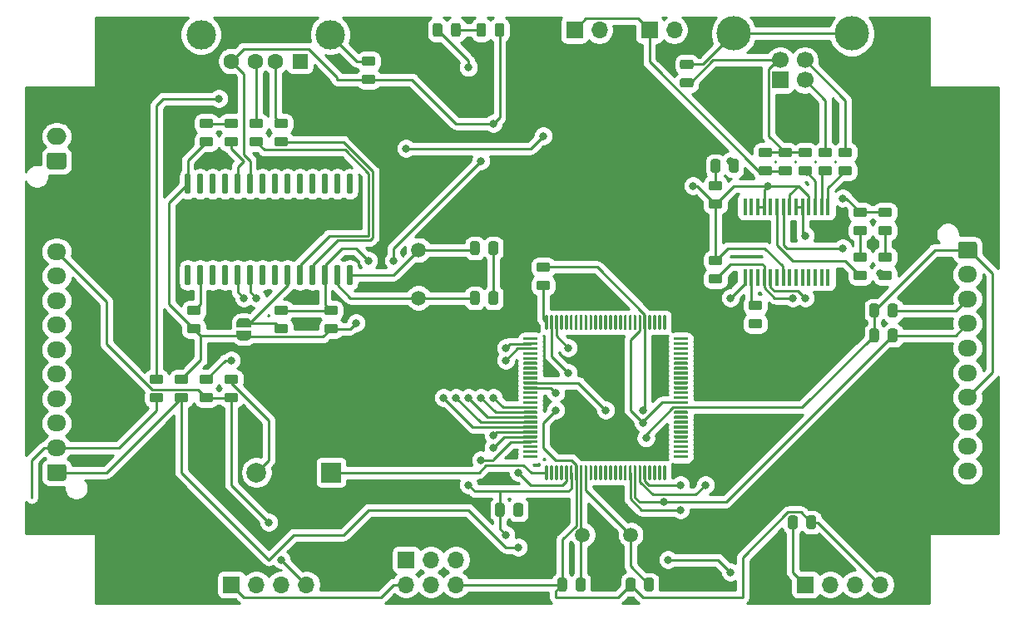
<source format=gbr>
%TF.GenerationSoftware,KiCad,Pcbnew,(5.1.6)-1*%
%TF.CreationDate,2021-07-30T14:46:14+05:30*%
%TF.ProjectId,StockPile_Final,53746f63-6b50-4696-9c65-5f46696e616c,rev?*%
%TF.SameCoordinates,Original*%
%TF.FileFunction,Copper,L1,Top*%
%TF.FilePolarity,Positive*%
%FSLAX46Y46*%
G04 Gerber Fmt 4.6, Leading zero omitted, Abs format (unit mm)*
G04 Created by KiCad (PCBNEW (5.1.6)-1) date 2021-07-30 14:46:14*
%MOMM*%
%LPD*%
G01*
G04 APERTURE LIST*
%TA.AperFunction,ComponentPad*%
%ADD10O,1.950000X1.700000*%
%TD*%
%TA.AperFunction,ComponentPad*%
%ADD11C,1.500000*%
%TD*%
%TA.AperFunction,ComponentPad*%
%ADD12O,1.700000X1.700000*%
%TD*%
%TA.AperFunction,ComponentPad*%
%ADD13R,1.700000X1.700000*%
%TD*%
%TA.AperFunction,ComponentPad*%
%ADD14C,2.000000*%
%TD*%
%TA.AperFunction,ComponentPad*%
%ADD15R,2.000000X2.000000*%
%TD*%
%TA.AperFunction,SMDPad,CuDef*%
%ADD16C,0.100000*%
%TD*%
%TA.AperFunction,ComponentPad*%
%ADD17O,2.000000X1.700000*%
%TD*%
%TA.AperFunction,SMDPad,CuDef*%
%ADD18R,0.450000X1.750000*%
%TD*%
%TA.AperFunction,ComponentPad*%
%ADD19C,3.500000*%
%TD*%
%TA.AperFunction,ComponentPad*%
%ADD20C,1.700000*%
%TD*%
%TA.AperFunction,ComponentPad*%
%ADD21C,1.600000*%
%TD*%
%TA.AperFunction,ComponentPad*%
%ADD22R,1.600000X1.500000*%
%TD*%
%TA.AperFunction,ComponentPad*%
%ADD23C,3.000000*%
%TD*%
%TA.AperFunction,ViaPad*%
%ADD24C,0.800000*%
%TD*%
%TA.AperFunction,Conductor*%
%ADD25C,0.250000*%
%TD*%
%TA.AperFunction,NonConductor*%
%ADD26C,0.254000*%
%TD*%
G04 APERTURE END LIST*
%TO.P,J3,1*%
%TO.N,3.3v_uC*%
%TA.AperFunction,ComponentPad*%
G36*
G01*
X99785100Y-98640000D02*
X98334900Y-98640000D01*
G75*
G02*
X98085000Y-98390100I0J249900D01*
G01*
X98085000Y-97189900D01*
G75*
G02*
X98334900Y-96940000I249900J0D01*
G01*
X99785100Y-96940000D01*
G75*
G02*
X100035000Y-97189900I0J-249900D01*
G01*
X100035000Y-98390100D01*
G75*
G02*
X99785100Y-98640000I-249900J0D01*
G01*
G37*
%TD.AperFunction*%
D10*
%TO.P,J3,2*%
%TO.N,5v_uC*%
X99060000Y-95290000D03*
%TO.P,J3,3*%
%TO.N,SCL*%
X99060000Y-92790000D03*
%TO.P,J3,4*%
%TO.N,SDA*%
X99060000Y-90290000D03*
%TO.P,J3,5*%
%TO.N,SW_5*%
X99060000Y-87790000D03*
%TO.P,J3,6*%
%TO.N,SW_4*%
X99060000Y-85290000D03*
%TO.P,J3,7*%
%TO.N,SW_3*%
X99060000Y-82790000D03*
%TO.P,J3,8*%
%TO.N,SW_2*%
X99060000Y-80290000D03*
%TO.P,J3,9*%
%TO.N,SW_1*%
X99060000Y-77790000D03*
%TO.P,J3,10*%
%TO.N,GND_uC*%
X99060000Y-75290000D03*
%TD*%
%TO.P,U1,100*%
%TO.N,AVCC_uC*%
%TA.AperFunction,SMDPad,CuDef*%
G36*
G01*
X148790000Y-83170000D02*
X148790000Y-81845000D01*
G75*
G02*
X148865000Y-81770000I75000J0D01*
G01*
X149015000Y-81770000D01*
G75*
G02*
X149090000Y-81845000I0J-75000D01*
G01*
X149090000Y-83170000D01*
G75*
G02*
X149015000Y-83245000I-75000J0D01*
G01*
X148865000Y-83245000D01*
G75*
G02*
X148790000Y-83170000I0J75000D01*
G01*
G37*
%TD.AperFunction*%
%TO.P,U1,99*%
%TO.N,GND_uC*%
%TA.AperFunction,SMDPad,CuDef*%
G36*
G01*
X149290000Y-83170000D02*
X149290000Y-81845000D01*
G75*
G02*
X149365000Y-81770000I75000J0D01*
G01*
X149515000Y-81770000D01*
G75*
G02*
X149590000Y-81845000I0J-75000D01*
G01*
X149590000Y-83170000D01*
G75*
G02*
X149515000Y-83245000I-75000J0D01*
G01*
X149365000Y-83245000D01*
G75*
G02*
X149290000Y-83170000I0J75000D01*
G01*
G37*
%TD.AperFunction*%
%TO.P,U1,98*%
%TO.N,Net-(C20-Pad1)*%
%TA.AperFunction,SMDPad,CuDef*%
G36*
G01*
X149790000Y-83170000D02*
X149790000Y-81845000D01*
G75*
G02*
X149865000Y-81770000I75000J0D01*
G01*
X150015000Y-81770000D01*
G75*
G02*
X150090000Y-81845000I0J-75000D01*
G01*
X150090000Y-83170000D01*
G75*
G02*
X150015000Y-83245000I-75000J0D01*
G01*
X149865000Y-83245000D01*
G75*
G02*
X149790000Y-83170000I0J75000D01*
G01*
G37*
%TD.AperFunction*%
%TO.P,U1,97*%
%TO.N,Net-(U1-Pad97)*%
%TA.AperFunction,SMDPad,CuDef*%
G36*
G01*
X150290000Y-83170000D02*
X150290000Y-81845000D01*
G75*
G02*
X150365000Y-81770000I75000J0D01*
G01*
X150515000Y-81770000D01*
G75*
G02*
X150590000Y-81845000I0J-75000D01*
G01*
X150590000Y-83170000D01*
G75*
G02*
X150515000Y-83245000I-75000J0D01*
G01*
X150365000Y-83245000D01*
G75*
G02*
X150290000Y-83170000I0J75000D01*
G01*
G37*
%TD.AperFunction*%
%TO.P,U1,96*%
%TO.N,Net-(U1-Pad96)*%
%TA.AperFunction,SMDPad,CuDef*%
G36*
G01*
X150790000Y-83170000D02*
X150790000Y-81845000D01*
G75*
G02*
X150865000Y-81770000I75000J0D01*
G01*
X151015000Y-81770000D01*
G75*
G02*
X151090000Y-81845000I0J-75000D01*
G01*
X151090000Y-83170000D01*
G75*
G02*
X151015000Y-83245000I-75000J0D01*
G01*
X150865000Y-83245000D01*
G75*
G02*
X150790000Y-83170000I0J75000D01*
G01*
G37*
%TD.AperFunction*%
%TO.P,U1,95*%
%TO.N,Net-(U1-Pad95)*%
%TA.AperFunction,SMDPad,CuDef*%
G36*
G01*
X151290000Y-83170000D02*
X151290000Y-81845000D01*
G75*
G02*
X151365000Y-81770000I75000J0D01*
G01*
X151515000Y-81770000D01*
G75*
G02*
X151590000Y-81845000I0J-75000D01*
G01*
X151590000Y-83170000D01*
G75*
G02*
X151515000Y-83245000I-75000J0D01*
G01*
X151365000Y-83245000D01*
G75*
G02*
X151290000Y-83170000I0J75000D01*
G01*
G37*
%TD.AperFunction*%
%TO.P,U1,94*%
%TO.N,Net-(U1-Pad94)*%
%TA.AperFunction,SMDPad,CuDef*%
G36*
G01*
X151790000Y-83170000D02*
X151790000Y-81845000D01*
G75*
G02*
X151865000Y-81770000I75000J0D01*
G01*
X152015000Y-81770000D01*
G75*
G02*
X152090000Y-81845000I0J-75000D01*
G01*
X152090000Y-83170000D01*
G75*
G02*
X152015000Y-83245000I-75000J0D01*
G01*
X151865000Y-83245000D01*
G75*
G02*
X151790000Y-83170000I0J75000D01*
G01*
G37*
%TD.AperFunction*%
%TO.P,U1,93*%
%TO.N,Net-(U1-Pad93)*%
%TA.AperFunction,SMDPad,CuDef*%
G36*
G01*
X152290000Y-83170000D02*
X152290000Y-81845000D01*
G75*
G02*
X152365000Y-81770000I75000J0D01*
G01*
X152515000Y-81770000D01*
G75*
G02*
X152590000Y-81845000I0J-75000D01*
G01*
X152590000Y-83170000D01*
G75*
G02*
X152515000Y-83245000I-75000J0D01*
G01*
X152365000Y-83245000D01*
G75*
G02*
X152290000Y-83170000I0J75000D01*
G01*
G37*
%TD.AperFunction*%
%TO.P,U1,92*%
%TO.N,Net-(U1-Pad92)*%
%TA.AperFunction,SMDPad,CuDef*%
G36*
G01*
X152790000Y-83170000D02*
X152790000Y-81845000D01*
G75*
G02*
X152865000Y-81770000I75000J0D01*
G01*
X153015000Y-81770000D01*
G75*
G02*
X153090000Y-81845000I0J-75000D01*
G01*
X153090000Y-83170000D01*
G75*
G02*
X153015000Y-83245000I-75000J0D01*
G01*
X152865000Y-83245000D01*
G75*
G02*
X152790000Y-83170000I0J75000D01*
G01*
G37*
%TD.AperFunction*%
%TO.P,U1,91*%
%TO.N,Net-(U1-Pad91)*%
%TA.AperFunction,SMDPad,CuDef*%
G36*
G01*
X153290000Y-83170000D02*
X153290000Y-81845000D01*
G75*
G02*
X153365000Y-81770000I75000J0D01*
G01*
X153515000Y-81770000D01*
G75*
G02*
X153590000Y-81845000I0J-75000D01*
G01*
X153590000Y-83170000D01*
G75*
G02*
X153515000Y-83245000I-75000J0D01*
G01*
X153365000Y-83245000D01*
G75*
G02*
X153290000Y-83170000I0J75000D01*
G01*
G37*
%TD.AperFunction*%
%TO.P,U1,90*%
%TO.N,Net-(U1-Pad90)*%
%TA.AperFunction,SMDPad,CuDef*%
G36*
G01*
X153790000Y-83170000D02*
X153790000Y-81845000D01*
G75*
G02*
X153865000Y-81770000I75000J0D01*
G01*
X154015000Y-81770000D01*
G75*
G02*
X154090000Y-81845000I0J-75000D01*
G01*
X154090000Y-83170000D01*
G75*
G02*
X154015000Y-83245000I-75000J0D01*
G01*
X153865000Y-83245000D01*
G75*
G02*
X153790000Y-83170000I0J75000D01*
G01*
G37*
%TD.AperFunction*%
%TO.P,U1,89*%
%TO.N,Net-(U1-Pad89)*%
%TA.AperFunction,SMDPad,CuDef*%
G36*
G01*
X154290000Y-83170000D02*
X154290000Y-81845000D01*
G75*
G02*
X154365000Y-81770000I75000J0D01*
G01*
X154515000Y-81770000D01*
G75*
G02*
X154590000Y-81845000I0J-75000D01*
G01*
X154590000Y-83170000D01*
G75*
G02*
X154515000Y-83245000I-75000J0D01*
G01*
X154365000Y-83245000D01*
G75*
G02*
X154290000Y-83170000I0J75000D01*
G01*
G37*
%TD.AperFunction*%
%TO.P,U1,88*%
%TO.N,Net-(U1-Pad88)*%
%TA.AperFunction,SMDPad,CuDef*%
G36*
G01*
X154790000Y-83170000D02*
X154790000Y-81845000D01*
G75*
G02*
X154865000Y-81770000I75000J0D01*
G01*
X155015000Y-81770000D01*
G75*
G02*
X155090000Y-81845000I0J-75000D01*
G01*
X155090000Y-83170000D01*
G75*
G02*
X155015000Y-83245000I-75000J0D01*
G01*
X154865000Y-83245000D01*
G75*
G02*
X154790000Y-83170000I0J75000D01*
G01*
G37*
%TD.AperFunction*%
%TO.P,U1,87*%
%TO.N,Net-(U1-Pad87)*%
%TA.AperFunction,SMDPad,CuDef*%
G36*
G01*
X155290000Y-83170000D02*
X155290000Y-81845000D01*
G75*
G02*
X155365000Y-81770000I75000J0D01*
G01*
X155515000Y-81770000D01*
G75*
G02*
X155590000Y-81845000I0J-75000D01*
G01*
X155590000Y-83170000D01*
G75*
G02*
X155515000Y-83245000I-75000J0D01*
G01*
X155365000Y-83245000D01*
G75*
G02*
X155290000Y-83170000I0J75000D01*
G01*
G37*
%TD.AperFunction*%
%TO.P,U1,86*%
%TO.N,Net-(U1-Pad86)*%
%TA.AperFunction,SMDPad,CuDef*%
G36*
G01*
X155790000Y-83170000D02*
X155790000Y-81845000D01*
G75*
G02*
X155865000Y-81770000I75000J0D01*
G01*
X156015000Y-81770000D01*
G75*
G02*
X156090000Y-81845000I0J-75000D01*
G01*
X156090000Y-83170000D01*
G75*
G02*
X156015000Y-83245000I-75000J0D01*
G01*
X155865000Y-83245000D01*
G75*
G02*
X155790000Y-83170000I0J75000D01*
G01*
G37*
%TD.AperFunction*%
%TO.P,U1,85*%
%TO.N,Net-(U1-Pad85)*%
%TA.AperFunction,SMDPad,CuDef*%
G36*
G01*
X156290000Y-83170000D02*
X156290000Y-81845000D01*
G75*
G02*
X156365000Y-81770000I75000J0D01*
G01*
X156515000Y-81770000D01*
G75*
G02*
X156590000Y-81845000I0J-75000D01*
G01*
X156590000Y-83170000D01*
G75*
G02*
X156515000Y-83245000I-75000J0D01*
G01*
X156365000Y-83245000D01*
G75*
G02*
X156290000Y-83170000I0J75000D01*
G01*
G37*
%TD.AperFunction*%
%TO.P,U1,84*%
%TO.N,Net-(U1-Pad84)*%
%TA.AperFunction,SMDPad,CuDef*%
G36*
G01*
X156790000Y-83170000D02*
X156790000Y-81845000D01*
G75*
G02*
X156865000Y-81770000I75000J0D01*
G01*
X157015000Y-81770000D01*
G75*
G02*
X157090000Y-81845000I0J-75000D01*
G01*
X157090000Y-83170000D01*
G75*
G02*
X157015000Y-83245000I-75000J0D01*
G01*
X156865000Y-83245000D01*
G75*
G02*
X156790000Y-83170000I0J75000D01*
G01*
G37*
%TD.AperFunction*%
%TO.P,U1,83*%
%TO.N,Net-(U1-Pad83)*%
%TA.AperFunction,SMDPad,CuDef*%
G36*
G01*
X157290000Y-83170000D02*
X157290000Y-81845000D01*
G75*
G02*
X157365000Y-81770000I75000J0D01*
G01*
X157515000Y-81770000D01*
G75*
G02*
X157590000Y-81845000I0J-75000D01*
G01*
X157590000Y-83170000D01*
G75*
G02*
X157515000Y-83245000I-75000J0D01*
G01*
X157365000Y-83245000D01*
G75*
G02*
X157290000Y-83170000I0J75000D01*
G01*
G37*
%TD.AperFunction*%
%TO.P,U1,82*%
%TO.N,Net-(U1-Pad82)*%
%TA.AperFunction,SMDPad,CuDef*%
G36*
G01*
X157790000Y-83170000D02*
X157790000Y-81845000D01*
G75*
G02*
X157865000Y-81770000I75000J0D01*
G01*
X158015000Y-81770000D01*
G75*
G02*
X158090000Y-81845000I0J-75000D01*
G01*
X158090000Y-83170000D01*
G75*
G02*
X158015000Y-83245000I-75000J0D01*
G01*
X157865000Y-83245000D01*
G75*
G02*
X157790000Y-83170000I0J75000D01*
G01*
G37*
%TD.AperFunction*%
%TO.P,U1,81*%
%TO.N,GND_uC*%
%TA.AperFunction,SMDPad,CuDef*%
G36*
G01*
X158290000Y-83170000D02*
X158290000Y-81845000D01*
G75*
G02*
X158365000Y-81770000I75000J0D01*
G01*
X158515000Y-81770000D01*
G75*
G02*
X158590000Y-81845000I0J-75000D01*
G01*
X158590000Y-83170000D01*
G75*
G02*
X158515000Y-83245000I-75000J0D01*
G01*
X158365000Y-83245000D01*
G75*
G02*
X158290000Y-83170000I0J75000D01*
G01*
G37*
%TD.AperFunction*%
%TO.P,U1,80*%
%TO.N,5v_uC*%
%TA.AperFunction,SMDPad,CuDef*%
G36*
G01*
X158790000Y-83170000D02*
X158790000Y-81845000D01*
G75*
G02*
X158865000Y-81770000I75000J0D01*
G01*
X159015000Y-81770000D01*
G75*
G02*
X159090000Y-81845000I0J-75000D01*
G01*
X159090000Y-83170000D01*
G75*
G02*
X159015000Y-83245000I-75000J0D01*
G01*
X158865000Y-83245000D01*
G75*
G02*
X158790000Y-83170000I0J75000D01*
G01*
G37*
%TD.AperFunction*%
%TO.P,U1,79*%
%TO.N,Net-(U1-Pad79)*%
%TA.AperFunction,SMDPad,CuDef*%
G36*
G01*
X159290000Y-83170000D02*
X159290000Y-81845000D01*
G75*
G02*
X159365000Y-81770000I75000J0D01*
G01*
X159515000Y-81770000D01*
G75*
G02*
X159590000Y-81845000I0J-75000D01*
G01*
X159590000Y-83170000D01*
G75*
G02*
X159515000Y-83245000I-75000J0D01*
G01*
X159365000Y-83245000D01*
G75*
G02*
X159290000Y-83170000I0J75000D01*
G01*
G37*
%TD.AperFunction*%
%TO.P,U1,78*%
%TO.N,Net-(U1-Pad78)*%
%TA.AperFunction,SMDPad,CuDef*%
G36*
G01*
X159790000Y-83170000D02*
X159790000Y-81845000D01*
G75*
G02*
X159865000Y-81770000I75000J0D01*
G01*
X160015000Y-81770000D01*
G75*
G02*
X160090000Y-81845000I0J-75000D01*
G01*
X160090000Y-83170000D01*
G75*
G02*
X160015000Y-83245000I-75000J0D01*
G01*
X159865000Y-83245000D01*
G75*
G02*
X159790000Y-83170000I0J75000D01*
G01*
G37*
%TD.AperFunction*%
%TO.P,U1,77*%
%TO.N,Net-(U1-Pad77)*%
%TA.AperFunction,SMDPad,CuDef*%
G36*
G01*
X160290000Y-83170000D02*
X160290000Y-81845000D01*
G75*
G02*
X160365000Y-81770000I75000J0D01*
G01*
X160515000Y-81770000D01*
G75*
G02*
X160590000Y-81845000I0J-75000D01*
G01*
X160590000Y-83170000D01*
G75*
G02*
X160515000Y-83245000I-75000J0D01*
G01*
X160365000Y-83245000D01*
G75*
G02*
X160290000Y-83170000I0J75000D01*
G01*
G37*
%TD.AperFunction*%
%TO.P,U1,76*%
%TO.N,Net-(U1-Pad76)*%
%TA.AperFunction,SMDPad,CuDef*%
G36*
G01*
X160790000Y-83170000D02*
X160790000Y-81845000D01*
G75*
G02*
X160865000Y-81770000I75000J0D01*
G01*
X161015000Y-81770000D01*
G75*
G02*
X161090000Y-81845000I0J-75000D01*
G01*
X161090000Y-83170000D01*
G75*
G02*
X161015000Y-83245000I-75000J0D01*
G01*
X160865000Y-83245000D01*
G75*
G02*
X160790000Y-83170000I0J75000D01*
G01*
G37*
%TD.AperFunction*%
%TO.P,U1,75*%
%TO.N,Net-(U1-Pad75)*%
%TA.AperFunction,SMDPad,CuDef*%
G36*
G01*
X161865000Y-84245000D02*
X161865000Y-84095000D01*
G75*
G02*
X161940000Y-84020000I75000J0D01*
G01*
X163265000Y-84020000D01*
G75*
G02*
X163340000Y-84095000I0J-75000D01*
G01*
X163340000Y-84245000D01*
G75*
G02*
X163265000Y-84320000I-75000J0D01*
G01*
X161940000Y-84320000D01*
G75*
G02*
X161865000Y-84245000I0J75000D01*
G01*
G37*
%TD.AperFunction*%
%TO.P,U1,74*%
%TO.N,Net-(U1-Pad74)*%
%TA.AperFunction,SMDPad,CuDef*%
G36*
G01*
X161865000Y-84745000D02*
X161865000Y-84595000D01*
G75*
G02*
X161940000Y-84520000I75000J0D01*
G01*
X163265000Y-84520000D01*
G75*
G02*
X163340000Y-84595000I0J-75000D01*
G01*
X163340000Y-84745000D01*
G75*
G02*
X163265000Y-84820000I-75000J0D01*
G01*
X161940000Y-84820000D01*
G75*
G02*
X161865000Y-84745000I0J75000D01*
G01*
G37*
%TD.AperFunction*%
%TO.P,U1,73*%
%TO.N,Net-(U1-Pad73)*%
%TA.AperFunction,SMDPad,CuDef*%
G36*
G01*
X161865000Y-85245000D02*
X161865000Y-85095000D01*
G75*
G02*
X161940000Y-85020000I75000J0D01*
G01*
X163265000Y-85020000D01*
G75*
G02*
X163340000Y-85095000I0J-75000D01*
G01*
X163340000Y-85245000D01*
G75*
G02*
X163265000Y-85320000I-75000J0D01*
G01*
X161940000Y-85320000D01*
G75*
G02*
X161865000Y-85245000I0J75000D01*
G01*
G37*
%TD.AperFunction*%
%TO.P,U1,72*%
%TO.N,Net-(U1-Pad72)*%
%TA.AperFunction,SMDPad,CuDef*%
G36*
G01*
X161865000Y-85745000D02*
X161865000Y-85595000D01*
G75*
G02*
X161940000Y-85520000I75000J0D01*
G01*
X163265000Y-85520000D01*
G75*
G02*
X163340000Y-85595000I0J-75000D01*
G01*
X163340000Y-85745000D01*
G75*
G02*
X163265000Y-85820000I-75000J0D01*
G01*
X161940000Y-85820000D01*
G75*
G02*
X161865000Y-85745000I0J75000D01*
G01*
G37*
%TD.AperFunction*%
%TO.P,U1,71*%
%TO.N,Net-(U1-Pad71)*%
%TA.AperFunction,SMDPad,CuDef*%
G36*
G01*
X161865000Y-86245000D02*
X161865000Y-86095000D01*
G75*
G02*
X161940000Y-86020000I75000J0D01*
G01*
X163265000Y-86020000D01*
G75*
G02*
X163340000Y-86095000I0J-75000D01*
G01*
X163340000Y-86245000D01*
G75*
G02*
X163265000Y-86320000I-75000J0D01*
G01*
X161940000Y-86320000D01*
G75*
G02*
X161865000Y-86245000I0J75000D01*
G01*
G37*
%TD.AperFunction*%
%TO.P,U1,70*%
%TO.N,Net-(U1-Pad70)*%
%TA.AperFunction,SMDPad,CuDef*%
G36*
G01*
X161865000Y-86745000D02*
X161865000Y-86595000D01*
G75*
G02*
X161940000Y-86520000I75000J0D01*
G01*
X163265000Y-86520000D01*
G75*
G02*
X163340000Y-86595000I0J-75000D01*
G01*
X163340000Y-86745000D01*
G75*
G02*
X163265000Y-86820000I-75000J0D01*
G01*
X161940000Y-86820000D01*
G75*
G02*
X161865000Y-86745000I0J75000D01*
G01*
G37*
%TD.AperFunction*%
%TO.P,U1,69*%
%TO.N,Net-(U1-Pad69)*%
%TA.AperFunction,SMDPad,CuDef*%
G36*
G01*
X161865000Y-87245000D02*
X161865000Y-87095000D01*
G75*
G02*
X161940000Y-87020000I75000J0D01*
G01*
X163265000Y-87020000D01*
G75*
G02*
X163340000Y-87095000I0J-75000D01*
G01*
X163340000Y-87245000D01*
G75*
G02*
X163265000Y-87320000I-75000J0D01*
G01*
X161940000Y-87320000D01*
G75*
G02*
X161865000Y-87245000I0J75000D01*
G01*
G37*
%TD.AperFunction*%
%TO.P,U1,68*%
%TO.N,Net-(U1-Pad68)*%
%TA.AperFunction,SMDPad,CuDef*%
G36*
G01*
X161865000Y-87745000D02*
X161865000Y-87595000D01*
G75*
G02*
X161940000Y-87520000I75000J0D01*
G01*
X163265000Y-87520000D01*
G75*
G02*
X163340000Y-87595000I0J-75000D01*
G01*
X163340000Y-87745000D01*
G75*
G02*
X163265000Y-87820000I-75000J0D01*
G01*
X161940000Y-87820000D01*
G75*
G02*
X161865000Y-87745000I0J75000D01*
G01*
G37*
%TD.AperFunction*%
%TO.P,U1,67*%
%TO.N,Net-(U1-Pad67)*%
%TA.AperFunction,SMDPad,CuDef*%
G36*
G01*
X161865000Y-88245000D02*
X161865000Y-88095000D01*
G75*
G02*
X161940000Y-88020000I75000J0D01*
G01*
X163265000Y-88020000D01*
G75*
G02*
X163340000Y-88095000I0J-75000D01*
G01*
X163340000Y-88245000D01*
G75*
G02*
X163265000Y-88320000I-75000J0D01*
G01*
X161940000Y-88320000D01*
G75*
G02*
X161865000Y-88245000I0J75000D01*
G01*
G37*
%TD.AperFunction*%
%TO.P,U1,66*%
%TO.N,Net-(U1-Pad66)*%
%TA.AperFunction,SMDPad,CuDef*%
G36*
G01*
X161865000Y-88745000D02*
X161865000Y-88595000D01*
G75*
G02*
X161940000Y-88520000I75000J0D01*
G01*
X163265000Y-88520000D01*
G75*
G02*
X163340000Y-88595000I0J-75000D01*
G01*
X163340000Y-88745000D01*
G75*
G02*
X163265000Y-88820000I-75000J0D01*
G01*
X161940000Y-88820000D01*
G75*
G02*
X161865000Y-88745000I0J75000D01*
G01*
G37*
%TD.AperFunction*%
%TO.P,U1,65*%
%TO.N,Net-(U1-Pad65)*%
%TA.AperFunction,SMDPad,CuDef*%
G36*
G01*
X161865000Y-89245000D02*
X161865000Y-89095000D01*
G75*
G02*
X161940000Y-89020000I75000J0D01*
G01*
X163265000Y-89020000D01*
G75*
G02*
X163340000Y-89095000I0J-75000D01*
G01*
X163340000Y-89245000D01*
G75*
G02*
X163265000Y-89320000I-75000J0D01*
G01*
X161940000Y-89320000D01*
G75*
G02*
X161865000Y-89245000I0J75000D01*
G01*
G37*
%TD.AperFunction*%
%TO.P,U1,64*%
%TO.N,Net-(U1-Pad64)*%
%TA.AperFunction,SMDPad,CuDef*%
G36*
G01*
X161865000Y-89745000D02*
X161865000Y-89595000D01*
G75*
G02*
X161940000Y-89520000I75000J0D01*
G01*
X163265000Y-89520000D01*
G75*
G02*
X163340000Y-89595000I0J-75000D01*
G01*
X163340000Y-89745000D01*
G75*
G02*
X163265000Y-89820000I-75000J0D01*
G01*
X161940000Y-89820000D01*
G75*
G02*
X161865000Y-89745000I0J75000D01*
G01*
G37*
%TD.AperFunction*%
%TO.P,U1,63*%
%TO.N,Net-(U1-Pad63)*%
%TA.AperFunction,SMDPad,CuDef*%
G36*
G01*
X161865000Y-90245000D02*
X161865000Y-90095000D01*
G75*
G02*
X161940000Y-90020000I75000J0D01*
G01*
X163265000Y-90020000D01*
G75*
G02*
X163340000Y-90095000I0J-75000D01*
G01*
X163340000Y-90245000D01*
G75*
G02*
X163265000Y-90320000I-75000J0D01*
G01*
X161940000Y-90320000D01*
G75*
G02*
X161865000Y-90245000I0J75000D01*
G01*
G37*
%TD.AperFunction*%
%TO.P,U1,62*%
%TO.N,GND_uC*%
%TA.AperFunction,SMDPad,CuDef*%
G36*
G01*
X161865000Y-90745000D02*
X161865000Y-90595000D01*
G75*
G02*
X161940000Y-90520000I75000J0D01*
G01*
X163265000Y-90520000D01*
G75*
G02*
X163340000Y-90595000I0J-75000D01*
G01*
X163340000Y-90745000D01*
G75*
G02*
X163265000Y-90820000I-75000J0D01*
G01*
X161940000Y-90820000D01*
G75*
G02*
X161865000Y-90745000I0J75000D01*
G01*
G37*
%TD.AperFunction*%
%TO.P,U1,61*%
%TO.N,5v_uC*%
%TA.AperFunction,SMDPad,CuDef*%
G36*
G01*
X161865000Y-91245000D02*
X161865000Y-91095000D01*
G75*
G02*
X161940000Y-91020000I75000J0D01*
G01*
X163265000Y-91020000D01*
G75*
G02*
X163340000Y-91095000I0J-75000D01*
G01*
X163340000Y-91245000D01*
G75*
G02*
X163265000Y-91320000I-75000J0D01*
G01*
X161940000Y-91320000D01*
G75*
G02*
X161865000Y-91245000I0J75000D01*
G01*
G37*
%TD.AperFunction*%
%TO.P,U1,60*%
%TO.N,Net-(U1-Pad60)*%
%TA.AperFunction,SMDPad,CuDef*%
G36*
G01*
X161865000Y-91745000D02*
X161865000Y-91595000D01*
G75*
G02*
X161940000Y-91520000I75000J0D01*
G01*
X163265000Y-91520000D01*
G75*
G02*
X163340000Y-91595000I0J-75000D01*
G01*
X163340000Y-91745000D01*
G75*
G02*
X163265000Y-91820000I-75000J0D01*
G01*
X161940000Y-91820000D01*
G75*
G02*
X161865000Y-91745000I0J75000D01*
G01*
G37*
%TD.AperFunction*%
%TO.P,U1,59*%
%TO.N,Net-(U1-Pad59)*%
%TA.AperFunction,SMDPad,CuDef*%
G36*
G01*
X161865000Y-92245000D02*
X161865000Y-92095000D01*
G75*
G02*
X161940000Y-92020000I75000J0D01*
G01*
X163265000Y-92020000D01*
G75*
G02*
X163340000Y-92095000I0J-75000D01*
G01*
X163340000Y-92245000D01*
G75*
G02*
X163265000Y-92320000I-75000J0D01*
G01*
X161940000Y-92320000D01*
G75*
G02*
X161865000Y-92245000I0J75000D01*
G01*
G37*
%TD.AperFunction*%
%TO.P,U1,58*%
%TO.N,Net-(U1-Pad58)*%
%TA.AperFunction,SMDPad,CuDef*%
G36*
G01*
X161865000Y-92745000D02*
X161865000Y-92595000D01*
G75*
G02*
X161940000Y-92520000I75000J0D01*
G01*
X163265000Y-92520000D01*
G75*
G02*
X163340000Y-92595000I0J-75000D01*
G01*
X163340000Y-92745000D01*
G75*
G02*
X163265000Y-92820000I-75000J0D01*
G01*
X161940000Y-92820000D01*
G75*
G02*
X161865000Y-92745000I0J75000D01*
G01*
G37*
%TD.AperFunction*%
%TO.P,U1,57*%
%TO.N,Net-(U1-Pad57)*%
%TA.AperFunction,SMDPad,CuDef*%
G36*
G01*
X161865000Y-93245000D02*
X161865000Y-93095000D01*
G75*
G02*
X161940000Y-93020000I75000J0D01*
G01*
X163265000Y-93020000D01*
G75*
G02*
X163340000Y-93095000I0J-75000D01*
G01*
X163340000Y-93245000D01*
G75*
G02*
X163265000Y-93320000I-75000J0D01*
G01*
X161940000Y-93320000D01*
G75*
G02*
X161865000Y-93245000I0J75000D01*
G01*
G37*
%TD.AperFunction*%
%TO.P,U1,56*%
%TO.N,Net-(U1-Pad56)*%
%TA.AperFunction,SMDPad,CuDef*%
G36*
G01*
X161865000Y-93745000D02*
X161865000Y-93595000D01*
G75*
G02*
X161940000Y-93520000I75000J0D01*
G01*
X163265000Y-93520000D01*
G75*
G02*
X163340000Y-93595000I0J-75000D01*
G01*
X163340000Y-93745000D01*
G75*
G02*
X163265000Y-93820000I-75000J0D01*
G01*
X161940000Y-93820000D01*
G75*
G02*
X161865000Y-93745000I0J75000D01*
G01*
G37*
%TD.AperFunction*%
%TO.P,U1,55*%
%TO.N,Net-(U1-Pad55)*%
%TA.AperFunction,SMDPad,CuDef*%
G36*
G01*
X161865000Y-94245000D02*
X161865000Y-94095000D01*
G75*
G02*
X161940000Y-94020000I75000J0D01*
G01*
X163265000Y-94020000D01*
G75*
G02*
X163340000Y-94095000I0J-75000D01*
G01*
X163340000Y-94245000D01*
G75*
G02*
X163265000Y-94320000I-75000J0D01*
G01*
X161940000Y-94320000D01*
G75*
G02*
X161865000Y-94245000I0J75000D01*
G01*
G37*
%TD.AperFunction*%
%TO.P,U1,54*%
%TO.N,Net-(U1-Pad54)*%
%TA.AperFunction,SMDPad,CuDef*%
G36*
G01*
X161865000Y-94745000D02*
X161865000Y-94595000D01*
G75*
G02*
X161940000Y-94520000I75000J0D01*
G01*
X163265000Y-94520000D01*
G75*
G02*
X163340000Y-94595000I0J-75000D01*
G01*
X163340000Y-94745000D01*
G75*
G02*
X163265000Y-94820000I-75000J0D01*
G01*
X161940000Y-94820000D01*
G75*
G02*
X161865000Y-94745000I0J75000D01*
G01*
G37*
%TD.AperFunction*%
%TO.P,U1,53*%
%TO.N,Net-(U1-Pad53)*%
%TA.AperFunction,SMDPad,CuDef*%
G36*
G01*
X161865000Y-95245000D02*
X161865000Y-95095000D01*
G75*
G02*
X161940000Y-95020000I75000J0D01*
G01*
X163265000Y-95020000D01*
G75*
G02*
X163340000Y-95095000I0J-75000D01*
G01*
X163340000Y-95245000D01*
G75*
G02*
X163265000Y-95320000I-75000J0D01*
G01*
X161940000Y-95320000D01*
G75*
G02*
X161865000Y-95245000I0J75000D01*
G01*
G37*
%TD.AperFunction*%
%TO.P,U1,52*%
%TO.N,Net-(U1-Pad52)*%
%TA.AperFunction,SMDPad,CuDef*%
G36*
G01*
X161865000Y-95745000D02*
X161865000Y-95595000D01*
G75*
G02*
X161940000Y-95520000I75000J0D01*
G01*
X163265000Y-95520000D01*
G75*
G02*
X163340000Y-95595000I0J-75000D01*
G01*
X163340000Y-95745000D01*
G75*
G02*
X163265000Y-95820000I-75000J0D01*
G01*
X161940000Y-95820000D01*
G75*
G02*
X161865000Y-95745000I0J75000D01*
G01*
G37*
%TD.AperFunction*%
%TO.P,U1,51*%
%TO.N,Net-(U1-Pad51)*%
%TA.AperFunction,SMDPad,CuDef*%
G36*
G01*
X161865000Y-96245000D02*
X161865000Y-96095000D01*
G75*
G02*
X161940000Y-96020000I75000J0D01*
G01*
X163265000Y-96020000D01*
G75*
G02*
X163340000Y-96095000I0J-75000D01*
G01*
X163340000Y-96245000D01*
G75*
G02*
X163265000Y-96320000I-75000J0D01*
G01*
X161940000Y-96320000D01*
G75*
G02*
X161865000Y-96245000I0J75000D01*
G01*
G37*
%TD.AperFunction*%
%TO.P,U1,50*%
%TO.N,Net-(U1-Pad50)*%
%TA.AperFunction,SMDPad,CuDef*%
G36*
G01*
X160790000Y-98495000D02*
X160790000Y-97170000D01*
G75*
G02*
X160865000Y-97095000I75000J0D01*
G01*
X161015000Y-97095000D01*
G75*
G02*
X161090000Y-97170000I0J-75000D01*
G01*
X161090000Y-98495000D01*
G75*
G02*
X161015000Y-98570000I-75000J0D01*
G01*
X160865000Y-98570000D01*
G75*
G02*
X160790000Y-98495000I0J75000D01*
G01*
G37*
%TD.AperFunction*%
%TO.P,U1,49*%
%TO.N,Net-(U1-Pad49)*%
%TA.AperFunction,SMDPad,CuDef*%
G36*
G01*
X160290000Y-98495000D02*
X160290000Y-97170000D01*
G75*
G02*
X160365000Y-97095000I75000J0D01*
G01*
X160515000Y-97095000D01*
G75*
G02*
X160590000Y-97170000I0J-75000D01*
G01*
X160590000Y-98495000D01*
G75*
G02*
X160515000Y-98570000I-75000J0D01*
G01*
X160365000Y-98570000D01*
G75*
G02*
X160290000Y-98495000I0J75000D01*
G01*
G37*
%TD.AperFunction*%
%TO.P,U1,48*%
%TO.N,Net-(U1-Pad48)*%
%TA.AperFunction,SMDPad,CuDef*%
G36*
G01*
X159790000Y-98495000D02*
X159790000Y-97170000D01*
G75*
G02*
X159865000Y-97095000I75000J0D01*
G01*
X160015000Y-97095000D01*
G75*
G02*
X160090000Y-97170000I0J-75000D01*
G01*
X160090000Y-98495000D01*
G75*
G02*
X160015000Y-98570000I-75000J0D01*
G01*
X159865000Y-98570000D01*
G75*
G02*
X159790000Y-98495000I0J75000D01*
G01*
G37*
%TD.AperFunction*%
%TO.P,U1,47*%
%TO.N,Net-(U1-Pad47)*%
%TA.AperFunction,SMDPad,CuDef*%
G36*
G01*
X159290000Y-98495000D02*
X159290000Y-97170000D01*
G75*
G02*
X159365000Y-97095000I75000J0D01*
G01*
X159515000Y-97095000D01*
G75*
G02*
X159590000Y-97170000I0J-75000D01*
G01*
X159590000Y-98495000D01*
G75*
G02*
X159515000Y-98570000I-75000J0D01*
G01*
X159365000Y-98570000D01*
G75*
G02*
X159290000Y-98495000I0J75000D01*
G01*
G37*
%TD.AperFunction*%
%TO.P,U1,46*%
%TO.N,RXD1_usb*%
%TA.AperFunction,SMDPad,CuDef*%
G36*
G01*
X158790000Y-98495000D02*
X158790000Y-97170000D01*
G75*
G02*
X158865000Y-97095000I75000J0D01*
G01*
X159015000Y-97095000D01*
G75*
G02*
X159090000Y-97170000I0J-75000D01*
G01*
X159090000Y-98495000D01*
G75*
G02*
X159015000Y-98570000I-75000J0D01*
G01*
X158865000Y-98570000D01*
G75*
G02*
X158790000Y-98495000I0J75000D01*
G01*
G37*
%TD.AperFunction*%
%TO.P,U1,45*%
%TO.N,RX_1*%
%TA.AperFunction,SMDPad,CuDef*%
G36*
G01*
X158290000Y-98495000D02*
X158290000Y-97170000D01*
G75*
G02*
X158365000Y-97095000I75000J0D01*
G01*
X158515000Y-97095000D01*
G75*
G02*
X158590000Y-97170000I0J-75000D01*
G01*
X158590000Y-98495000D01*
G75*
G02*
X158515000Y-98570000I-75000J0D01*
G01*
X158365000Y-98570000D01*
G75*
G02*
X158290000Y-98495000I0J75000D01*
G01*
G37*
%TD.AperFunction*%
%TO.P,U1,44*%
%TO.N,SDA*%
%TA.AperFunction,SMDPad,CuDef*%
G36*
G01*
X157790000Y-98495000D02*
X157790000Y-97170000D01*
G75*
G02*
X157865000Y-97095000I75000J0D01*
G01*
X158015000Y-97095000D01*
G75*
G02*
X158090000Y-97170000I0J-75000D01*
G01*
X158090000Y-98495000D01*
G75*
G02*
X158015000Y-98570000I-75000J0D01*
G01*
X157865000Y-98570000D01*
G75*
G02*
X157790000Y-98495000I0J75000D01*
G01*
G37*
%TD.AperFunction*%
%TO.P,U1,43*%
%TO.N,SCL*%
%TA.AperFunction,SMDPad,CuDef*%
G36*
G01*
X157290000Y-98495000D02*
X157290000Y-97170000D01*
G75*
G02*
X157365000Y-97095000I75000J0D01*
G01*
X157515000Y-97095000D01*
G75*
G02*
X157590000Y-97170000I0J-75000D01*
G01*
X157590000Y-98495000D01*
G75*
G02*
X157515000Y-98570000I-75000J0D01*
G01*
X157365000Y-98570000D01*
G75*
G02*
X157290000Y-98495000I0J75000D01*
G01*
G37*
%TD.AperFunction*%
%TO.P,U1,42*%
%TO.N,Net-(U1-Pad42)*%
%TA.AperFunction,SMDPad,CuDef*%
G36*
G01*
X156790000Y-98495000D02*
X156790000Y-97170000D01*
G75*
G02*
X156865000Y-97095000I75000J0D01*
G01*
X157015000Y-97095000D01*
G75*
G02*
X157090000Y-97170000I0J-75000D01*
G01*
X157090000Y-98495000D01*
G75*
G02*
X157015000Y-98570000I-75000J0D01*
G01*
X156865000Y-98570000D01*
G75*
G02*
X156790000Y-98495000I0J75000D01*
G01*
G37*
%TD.AperFunction*%
%TO.P,U1,41*%
%TO.N,Net-(U1-Pad41)*%
%TA.AperFunction,SMDPad,CuDef*%
G36*
G01*
X156290000Y-98495000D02*
X156290000Y-97170000D01*
G75*
G02*
X156365000Y-97095000I75000J0D01*
G01*
X156515000Y-97095000D01*
G75*
G02*
X156590000Y-97170000I0J-75000D01*
G01*
X156590000Y-98495000D01*
G75*
G02*
X156515000Y-98570000I-75000J0D01*
G01*
X156365000Y-98570000D01*
G75*
G02*
X156290000Y-98495000I0J75000D01*
G01*
G37*
%TD.AperFunction*%
%TO.P,U1,40*%
%TO.N,Net-(U1-Pad40)*%
%TA.AperFunction,SMDPad,CuDef*%
G36*
G01*
X155790000Y-98495000D02*
X155790000Y-97170000D01*
G75*
G02*
X155865000Y-97095000I75000J0D01*
G01*
X156015000Y-97095000D01*
G75*
G02*
X156090000Y-97170000I0J-75000D01*
G01*
X156090000Y-98495000D01*
G75*
G02*
X156015000Y-98570000I-75000J0D01*
G01*
X155865000Y-98570000D01*
G75*
G02*
X155790000Y-98495000I0J75000D01*
G01*
G37*
%TD.AperFunction*%
%TO.P,U1,39*%
%TO.N,Net-(U1-Pad39)*%
%TA.AperFunction,SMDPad,CuDef*%
G36*
G01*
X155290000Y-98495000D02*
X155290000Y-97170000D01*
G75*
G02*
X155365000Y-97095000I75000J0D01*
G01*
X155515000Y-97095000D01*
G75*
G02*
X155590000Y-97170000I0J-75000D01*
G01*
X155590000Y-98495000D01*
G75*
G02*
X155515000Y-98570000I-75000J0D01*
G01*
X155365000Y-98570000D01*
G75*
G02*
X155290000Y-98495000I0J75000D01*
G01*
G37*
%TD.AperFunction*%
%TO.P,U1,38*%
%TO.N,Net-(U1-Pad38)*%
%TA.AperFunction,SMDPad,CuDef*%
G36*
G01*
X154790000Y-98495000D02*
X154790000Y-97170000D01*
G75*
G02*
X154865000Y-97095000I75000J0D01*
G01*
X155015000Y-97095000D01*
G75*
G02*
X155090000Y-97170000I0J-75000D01*
G01*
X155090000Y-98495000D01*
G75*
G02*
X155015000Y-98570000I-75000J0D01*
G01*
X154865000Y-98570000D01*
G75*
G02*
X154790000Y-98495000I0J75000D01*
G01*
G37*
%TD.AperFunction*%
%TO.P,U1,37*%
%TO.N,Net-(U1-Pad37)*%
%TA.AperFunction,SMDPad,CuDef*%
G36*
G01*
X154290000Y-98495000D02*
X154290000Y-97170000D01*
G75*
G02*
X154365000Y-97095000I75000J0D01*
G01*
X154515000Y-97095000D01*
G75*
G02*
X154590000Y-97170000I0J-75000D01*
G01*
X154590000Y-98495000D01*
G75*
G02*
X154515000Y-98570000I-75000J0D01*
G01*
X154365000Y-98570000D01*
G75*
G02*
X154290000Y-98495000I0J75000D01*
G01*
G37*
%TD.AperFunction*%
%TO.P,U1,36*%
%TO.N,Net-(U1-Pad36)*%
%TA.AperFunction,SMDPad,CuDef*%
G36*
G01*
X153790000Y-98495000D02*
X153790000Y-97170000D01*
G75*
G02*
X153865000Y-97095000I75000J0D01*
G01*
X154015000Y-97095000D01*
G75*
G02*
X154090000Y-97170000I0J-75000D01*
G01*
X154090000Y-98495000D01*
G75*
G02*
X154015000Y-98570000I-75000J0D01*
G01*
X153865000Y-98570000D01*
G75*
G02*
X153790000Y-98495000I0J75000D01*
G01*
G37*
%TD.AperFunction*%
%TO.P,U1,35*%
%TO.N,Net-(U1-Pad35)*%
%TA.AperFunction,SMDPad,CuDef*%
G36*
G01*
X153290000Y-98495000D02*
X153290000Y-97170000D01*
G75*
G02*
X153365000Y-97095000I75000J0D01*
G01*
X153515000Y-97095000D01*
G75*
G02*
X153590000Y-97170000I0J-75000D01*
G01*
X153590000Y-98495000D01*
G75*
G02*
X153515000Y-98570000I-75000J0D01*
G01*
X153365000Y-98570000D01*
G75*
G02*
X153290000Y-98495000I0J75000D01*
G01*
G37*
%TD.AperFunction*%
%TO.P,U1,34*%
%TO.N,XTAL_1*%
%TA.AperFunction,SMDPad,CuDef*%
G36*
G01*
X152790000Y-98495000D02*
X152790000Y-97170000D01*
G75*
G02*
X152865000Y-97095000I75000J0D01*
G01*
X153015000Y-97095000D01*
G75*
G02*
X153090000Y-97170000I0J-75000D01*
G01*
X153090000Y-98495000D01*
G75*
G02*
X153015000Y-98570000I-75000J0D01*
G01*
X152865000Y-98570000D01*
G75*
G02*
X152790000Y-98495000I0J75000D01*
G01*
G37*
%TD.AperFunction*%
%TO.P,U1,33*%
%TO.N,XTAL_2*%
%TA.AperFunction,SMDPad,CuDef*%
G36*
G01*
X152290000Y-98495000D02*
X152290000Y-97170000D01*
G75*
G02*
X152365000Y-97095000I75000J0D01*
G01*
X152515000Y-97095000D01*
G75*
G02*
X152590000Y-97170000I0J-75000D01*
G01*
X152590000Y-98495000D01*
G75*
G02*
X152515000Y-98570000I-75000J0D01*
G01*
X152365000Y-98570000D01*
G75*
G02*
X152290000Y-98495000I0J75000D01*
G01*
G37*
%TD.AperFunction*%
%TO.P,U1,32*%
%TO.N,GND_uC*%
%TA.AperFunction,SMDPad,CuDef*%
G36*
G01*
X151790000Y-98495000D02*
X151790000Y-97170000D01*
G75*
G02*
X151865000Y-97095000I75000J0D01*
G01*
X152015000Y-97095000D01*
G75*
G02*
X152090000Y-97170000I0J-75000D01*
G01*
X152090000Y-98495000D01*
G75*
G02*
X152015000Y-98570000I-75000J0D01*
G01*
X151865000Y-98570000D01*
G75*
G02*
X151790000Y-98495000I0J75000D01*
G01*
G37*
%TD.AperFunction*%
%TO.P,U1,31*%
%TO.N,5v_uC*%
%TA.AperFunction,SMDPad,CuDef*%
G36*
G01*
X151290000Y-98495000D02*
X151290000Y-97170000D01*
G75*
G02*
X151365000Y-97095000I75000J0D01*
G01*
X151515000Y-97095000D01*
G75*
G02*
X151590000Y-97170000I0J-75000D01*
G01*
X151590000Y-98495000D01*
G75*
G02*
X151515000Y-98570000I-75000J0D01*
G01*
X151365000Y-98570000D01*
G75*
G02*
X151290000Y-98495000I0J75000D01*
G01*
G37*
%TD.AperFunction*%
%TO.P,U1,30*%
%TO.N,DTR_prg*%
%TA.AperFunction,SMDPad,CuDef*%
G36*
G01*
X150790000Y-98495000D02*
X150790000Y-97170000D01*
G75*
G02*
X150865000Y-97095000I75000J0D01*
G01*
X151015000Y-97095000D01*
G75*
G02*
X151090000Y-97170000I0J-75000D01*
G01*
X151090000Y-98495000D01*
G75*
G02*
X151015000Y-98570000I-75000J0D01*
G01*
X150865000Y-98570000D01*
G75*
G02*
X150790000Y-98495000I0J75000D01*
G01*
G37*
%TD.AperFunction*%
%TO.P,U1,29*%
%TO.N,Net-(U1-Pad29)*%
%TA.AperFunction,SMDPad,CuDef*%
G36*
G01*
X150290000Y-98495000D02*
X150290000Y-97170000D01*
G75*
G02*
X150365000Y-97095000I75000J0D01*
G01*
X150515000Y-97095000D01*
G75*
G02*
X150590000Y-97170000I0J-75000D01*
G01*
X150590000Y-98495000D01*
G75*
G02*
X150515000Y-98570000I-75000J0D01*
G01*
X150365000Y-98570000D01*
G75*
G02*
X150290000Y-98495000I0J75000D01*
G01*
G37*
%TD.AperFunction*%
%TO.P,U1,28*%
%TO.N,Net-(U1-Pad28)*%
%TA.AperFunction,SMDPad,CuDef*%
G36*
G01*
X149790000Y-98495000D02*
X149790000Y-97170000D01*
G75*
G02*
X149865000Y-97095000I75000J0D01*
G01*
X150015000Y-97095000D01*
G75*
G02*
X150090000Y-97170000I0J-75000D01*
G01*
X150090000Y-98495000D01*
G75*
G02*
X150015000Y-98570000I-75000J0D01*
G01*
X149865000Y-98570000D01*
G75*
G02*
X149790000Y-98495000I0J75000D01*
G01*
G37*
%TD.AperFunction*%
%TO.P,U1,27*%
%TO.N,Net-(U1-Pad27)*%
%TA.AperFunction,SMDPad,CuDef*%
G36*
G01*
X149290000Y-98495000D02*
X149290000Y-97170000D01*
G75*
G02*
X149365000Y-97095000I75000J0D01*
G01*
X149515000Y-97095000D01*
G75*
G02*
X149590000Y-97170000I0J-75000D01*
G01*
X149590000Y-98495000D01*
G75*
G02*
X149515000Y-98570000I-75000J0D01*
G01*
X149365000Y-98570000D01*
G75*
G02*
X149290000Y-98495000I0J75000D01*
G01*
G37*
%TD.AperFunction*%
%TO.P,U1,26*%
%TO.N,Buzzer*%
%TA.AperFunction,SMDPad,CuDef*%
G36*
G01*
X148790000Y-98495000D02*
X148790000Y-97170000D01*
G75*
G02*
X148865000Y-97095000I75000J0D01*
G01*
X149015000Y-97095000D01*
G75*
G02*
X149090000Y-97170000I0J-75000D01*
G01*
X149090000Y-98495000D01*
G75*
G02*
X149015000Y-98570000I-75000J0D01*
G01*
X148865000Y-98570000D01*
G75*
G02*
X148790000Y-98495000I0J75000D01*
G01*
G37*
%TD.AperFunction*%
%TO.P,U1,25*%
%TO.N,Net-(U1-Pad25)*%
%TA.AperFunction,SMDPad,CuDef*%
G36*
G01*
X146540000Y-96245000D02*
X146540000Y-96095000D01*
G75*
G02*
X146615000Y-96020000I75000J0D01*
G01*
X147940000Y-96020000D01*
G75*
G02*
X148015000Y-96095000I0J-75000D01*
G01*
X148015000Y-96245000D01*
G75*
G02*
X147940000Y-96320000I-75000J0D01*
G01*
X146615000Y-96320000D01*
G75*
G02*
X146540000Y-96245000I0J75000D01*
G01*
G37*
%TD.AperFunction*%
%TO.P,U1,24*%
%TO.N,Net-(U1-Pad24)*%
%TA.AperFunction,SMDPad,CuDef*%
G36*
G01*
X146540000Y-95745000D02*
X146540000Y-95595000D01*
G75*
G02*
X146615000Y-95520000I75000J0D01*
G01*
X147940000Y-95520000D01*
G75*
G02*
X148015000Y-95595000I0J-75000D01*
G01*
X148015000Y-95745000D01*
G75*
G02*
X147940000Y-95820000I-75000J0D01*
G01*
X146615000Y-95820000D01*
G75*
G02*
X146540000Y-95745000I0J75000D01*
G01*
G37*
%TD.AperFunction*%
%TO.P,U1,23*%
%TO.N,Net-(U1-Pad23)*%
%TA.AperFunction,SMDPad,CuDef*%
G36*
G01*
X146540000Y-95245000D02*
X146540000Y-95095000D01*
G75*
G02*
X146615000Y-95020000I75000J0D01*
G01*
X147940000Y-95020000D01*
G75*
G02*
X148015000Y-95095000I0J-75000D01*
G01*
X148015000Y-95245000D01*
G75*
G02*
X147940000Y-95320000I-75000J0D01*
G01*
X146615000Y-95320000D01*
G75*
G02*
X146540000Y-95245000I0J75000D01*
G01*
G37*
%TD.AperFunction*%
%TO.P,U1,22*%
%TO.N,MISO*%
%TA.AperFunction,SMDPad,CuDef*%
G36*
G01*
X146540000Y-94745000D02*
X146540000Y-94595000D01*
G75*
G02*
X146615000Y-94520000I75000J0D01*
G01*
X147940000Y-94520000D01*
G75*
G02*
X148015000Y-94595000I0J-75000D01*
G01*
X148015000Y-94745000D01*
G75*
G02*
X147940000Y-94820000I-75000J0D01*
G01*
X146615000Y-94820000D01*
G75*
G02*
X146540000Y-94745000I0J75000D01*
G01*
G37*
%TD.AperFunction*%
%TO.P,U1,21*%
%TO.N,MOSI*%
%TA.AperFunction,SMDPad,CuDef*%
G36*
G01*
X146540000Y-94245000D02*
X146540000Y-94095000D01*
G75*
G02*
X146615000Y-94020000I75000J0D01*
G01*
X147940000Y-94020000D01*
G75*
G02*
X148015000Y-94095000I0J-75000D01*
G01*
X148015000Y-94245000D01*
G75*
G02*
X147940000Y-94320000I-75000J0D01*
G01*
X146615000Y-94320000D01*
G75*
G02*
X146540000Y-94245000I0J75000D01*
G01*
G37*
%TD.AperFunction*%
%TO.P,U1,20*%
%TO.N,SCK*%
%TA.AperFunction,SMDPad,CuDef*%
G36*
G01*
X146540000Y-93745000D02*
X146540000Y-93595000D01*
G75*
G02*
X146615000Y-93520000I75000J0D01*
G01*
X147940000Y-93520000D01*
G75*
G02*
X148015000Y-93595000I0J-75000D01*
G01*
X148015000Y-93745000D01*
G75*
G02*
X147940000Y-93820000I-75000J0D01*
G01*
X146615000Y-93820000D01*
G75*
G02*
X146540000Y-93745000I0J75000D01*
G01*
G37*
%TD.AperFunction*%
%TO.P,U1,19*%
%TO.N,SW_5*%
%TA.AperFunction,SMDPad,CuDef*%
G36*
G01*
X146540000Y-93245000D02*
X146540000Y-93095000D01*
G75*
G02*
X146615000Y-93020000I75000J0D01*
G01*
X147940000Y-93020000D01*
G75*
G02*
X148015000Y-93095000I0J-75000D01*
G01*
X148015000Y-93245000D01*
G75*
G02*
X147940000Y-93320000I-75000J0D01*
G01*
X146615000Y-93320000D01*
G75*
G02*
X146540000Y-93245000I0J75000D01*
G01*
G37*
%TD.AperFunction*%
%TO.P,U1,18*%
%TO.N,SW_4*%
%TA.AperFunction,SMDPad,CuDef*%
G36*
G01*
X146540000Y-92745000D02*
X146540000Y-92595000D01*
G75*
G02*
X146615000Y-92520000I75000J0D01*
G01*
X147940000Y-92520000D01*
G75*
G02*
X148015000Y-92595000I0J-75000D01*
G01*
X148015000Y-92745000D01*
G75*
G02*
X147940000Y-92820000I-75000J0D01*
G01*
X146615000Y-92820000D01*
G75*
G02*
X146540000Y-92745000I0J75000D01*
G01*
G37*
%TD.AperFunction*%
%TO.P,U1,17*%
%TO.N,SW_3*%
%TA.AperFunction,SMDPad,CuDef*%
G36*
G01*
X146540000Y-92245000D02*
X146540000Y-92095000D01*
G75*
G02*
X146615000Y-92020000I75000J0D01*
G01*
X147940000Y-92020000D01*
G75*
G02*
X148015000Y-92095000I0J-75000D01*
G01*
X148015000Y-92245000D01*
G75*
G02*
X147940000Y-92320000I-75000J0D01*
G01*
X146615000Y-92320000D01*
G75*
G02*
X146540000Y-92245000I0J75000D01*
G01*
G37*
%TD.AperFunction*%
%TO.P,U1,16*%
%TO.N,SW_2*%
%TA.AperFunction,SMDPad,CuDef*%
G36*
G01*
X146540000Y-91745000D02*
X146540000Y-91595000D01*
G75*
G02*
X146615000Y-91520000I75000J0D01*
G01*
X147940000Y-91520000D01*
G75*
G02*
X148015000Y-91595000I0J-75000D01*
G01*
X148015000Y-91745000D01*
G75*
G02*
X147940000Y-91820000I-75000J0D01*
G01*
X146615000Y-91820000D01*
G75*
G02*
X146540000Y-91745000I0J75000D01*
G01*
G37*
%TD.AperFunction*%
%TO.P,U1,15*%
%TO.N,SW_1*%
%TA.AperFunction,SMDPad,CuDef*%
G36*
G01*
X146540000Y-91245000D02*
X146540000Y-91095000D01*
G75*
G02*
X146615000Y-91020000I75000J0D01*
G01*
X147940000Y-91020000D01*
G75*
G02*
X148015000Y-91095000I0J-75000D01*
G01*
X148015000Y-91245000D01*
G75*
G02*
X147940000Y-91320000I-75000J0D01*
G01*
X146615000Y-91320000D01*
G75*
G02*
X146540000Y-91245000I0J75000D01*
G01*
G37*
%TD.AperFunction*%
%TO.P,U1,14*%
%TO.N,Net-(U1-Pad14)*%
%TA.AperFunction,SMDPad,CuDef*%
G36*
G01*
X146540000Y-90745000D02*
X146540000Y-90595000D01*
G75*
G02*
X146615000Y-90520000I75000J0D01*
G01*
X147940000Y-90520000D01*
G75*
G02*
X148015000Y-90595000I0J-75000D01*
G01*
X148015000Y-90745000D01*
G75*
G02*
X147940000Y-90820000I-75000J0D01*
G01*
X146615000Y-90820000D01*
G75*
G02*
X146540000Y-90745000I0J75000D01*
G01*
G37*
%TD.AperFunction*%
%TO.P,U1,13*%
%TO.N,Net-(U1-Pad13)*%
%TA.AperFunction,SMDPad,CuDef*%
G36*
G01*
X146540000Y-90245000D02*
X146540000Y-90095000D01*
G75*
G02*
X146615000Y-90020000I75000J0D01*
G01*
X147940000Y-90020000D01*
G75*
G02*
X148015000Y-90095000I0J-75000D01*
G01*
X148015000Y-90245000D01*
G75*
G02*
X147940000Y-90320000I-75000J0D01*
G01*
X146615000Y-90320000D01*
G75*
G02*
X146540000Y-90245000I0J75000D01*
G01*
G37*
%TD.AperFunction*%
%TO.P,U1,12*%
%TO.N,Net-(U1-Pad12)*%
%TA.AperFunction,SMDPad,CuDef*%
G36*
G01*
X146540000Y-89745000D02*
X146540000Y-89595000D01*
G75*
G02*
X146615000Y-89520000I75000J0D01*
G01*
X147940000Y-89520000D01*
G75*
G02*
X148015000Y-89595000I0J-75000D01*
G01*
X148015000Y-89745000D01*
G75*
G02*
X147940000Y-89820000I-75000J0D01*
G01*
X146615000Y-89820000D01*
G75*
G02*
X146540000Y-89745000I0J75000D01*
G01*
G37*
%TD.AperFunction*%
%TO.P,U1,11*%
%TO.N,GND_uC*%
%TA.AperFunction,SMDPad,CuDef*%
G36*
G01*
X146540000Y-89245000D02*
X146540000Y-89095000D01*
G75*
G02*
X146615000Y-89020000I75000J0D01*
G01*
X147940000Y-89020000D01*
G75*
G02*
X148015000Y-89095000I0J-75000D01*
G01*
X148015000Y-89245000D01*
G75*
G02*
X147940000Y-89320000I-75000J0D01*
G01*
X146615000Y-89320000D01*
G75*
G02*
X146540000Y-89245000I0J75000D01*
G01*
G37*
%TD.AperFunction*%
%TO.P,U1,10*%
%TO.N,5v_uC*%
%TA.AperFunction,SMDPad,CuDef*%
G36*
G01*
X146540000Y-88745000D02*
X146540000Y-88595000D01*
G75*
G02*
X146615000Y-88520000I75000J0D01*
G01*
X147940000Y-88520000D01*
G75*
G02*
X148015000Y-88595000I0J-75000D01*
G01*
X148015000Y-88745000D01*
G75*
G02*
X147940000Y-88820000I-75000J0D01*
G01*
X146615000Y-88820000D01*
G75*
G02*
X146540000Y-88745000I0J75000D01*
G01*
G37*
%TD.AperFunction*%
%TO.P,U1,9*%
%TO.N,Net-(U1-Pad9)*%
%TA.AperFunction,SMDPad,CuDef*%
G36*
G01*
X146540000Y-88245000D02*
X146540000Y-88095000D01*
G75*
G02*
X146615000Y-88020000I75000J0D01*
G01*
X147940000Y-88020000D01*
G75*
G02*
X148015000Y-88095000I0J-75000D01*
G01*
X148015000Y-88245000D01*
G75*
G02*
X147940000Y-88320000I-75000J0D01*
G01*
X146615000Y-88320000D01*
G75*
G02*
X146540000Y-88245000I0J75000D01*
G01*
G37*
%TD.AperFunction*%
%TO.P,U1,8*%
%TO.N,Net-(U1-Pad8)*%
%TA.AperFunction,SMDPad,CuDef*%
G36*
G01*
X146540000Y-87745000D02*
X146540000Y-87595000D01*
G75*
G02*
X146615000Y-87520000I75000J0D01*
G01*
X147940000Y-87520000D01*
G75*
G02*
X148015000Y-87595000I0J-75000D01*
G01*
X148015000Y-87745000D01*
G75*
G02*
X147940000Y-87820000I-75000J0D01*
G01*
X146615000Y-87820000D01*
G75*
G02*
X146540000Y-87745000I0J75000D01*
G01*
G37*
%TD.AperFunction*%
%TO.P,U1,7*%
%TO.N,Net-(U1-Pad7)*%
%TA.AperFunction,SMDPad,CuDef*%
G36*
G01*
X146540000Y-87245000D02*
X146540000Y-87095000D01*
G75*
G02*
X146615000Y-87020000I75000J0D01*
G01*
X147940000Y-87020000D01*
G75*
G02*
X148015000Y-87095000I0J-75000D01*
G01*
X148015000Y-87245000D01*
G75*
G02*
X147940000Y-87320000I-75000J0D01*
G01*
X146615000Y-87320000D01*
G75*
G02*
X146540000Y-87245000I0J75000D01*
G01*
G37*
%TD.AperFunction*%
%TO.P,U1,6*%
%TO.N,Net-(U1-Pad6)*%
%TA.AperFunction,SMDPad,CuDef*%
G36*
G01*
X146540000Y-86745000D02*
X146540000Y-86595000D01*
G75*
G02*
X146615000Y-86520000I75000J0D01*
G01*
X147940000Y-86520000D01*
G75*
G02*
X148015000Y-86595000I0J-75000D01*
G01*
X148015000Y-86745000D01*
G75*
G02*
X147940000Y-86820000I-75000J0D01*
G01*
X146615000Y-86820000D01*
G75*
G02*
X146540000Y-86745000I0J75000D01*
G01*
G37*
%TD.AperFunction*%
%TO.P,U1,5*%
%TO.N,Net-(U1-Pad5)*%
%TA.AperFunction,SMDPad,CuDef*%
G36*
G01*
X146540000Y-86245000D02*
X146540000Y-86095000D01*
G75*
G02*
X146615000Y-86020000I75000J0D01*
G01*
X147940000Y-86020000D01*
G75*
G02*
X148015000Y-86095000I0J-75000D01*
G01*
X148015000Y-86245000D01*
G75*
G02*
X147940000Y-86320000I-75000J0D01*
G01*
X146615000Y-86320000D01*
G75*
G02*
X146540000Y-86245000I0J75000D01*
G01*
G37*
%TD.AperFunction*%
%TO.P,U1,4*%
%TO.N,Net-(U1-Pad4)*%
%TA.AperFunction,SMDPad,CuDef*%
G36*
G01*
X146540000Y-85745000D02*
X146540000Y-85595000D01*
G75*
G02*
X146615000Y-85520000I75000J0D01*
G01*
X147940000Y-85520000D01*
G75*
G02*
X148015000Y-85595000I0J-75000D01*
G01*
X148015000Y-85745000D01*
G75*
G02*
X147940000Y-85820000I-75000J0D01*
G01*
X146615000Y-85820000D01*
G75*
G02*
X146540000Y-85745000I0J75000D01*
G01*
G37*
%TD.AperFunction*%
%TO.P,U1,3*%
%TO.N,RXD_prg*%
%TA.AperFunction,SMDPad,CuDef*%
G36*
G01*
X146540000Y-85245000D02*
X146540000Y-85095000D01*
G75*
G02*
X146615000Y-85020000I75000J0D01*
G01*
X147940000Y-85020000D01*
G75*
G02*
X148015000Y-85095000I0J-75000D01*
G01*
X148015000Y-85245000D01*
G75*
G02*
X147940000Y-85320000I-75000J0D01*
G01*
X146615000Y-85320000D01*
G75*
G02*
X146540000Y-85245000I0J75000D01*
G01*
G37*
%TD.AperFunction*%
%TO.P,U1,2*%
%TO.N,RX_0*%
%TA.AperFunction,SMDPad,CuDef*%
G36*
G01*
X146540000Y-84745000D02*
X146540000Y-84595000D01*
G75*
G02*
X146615000Y-84520000I75000J0D01*
G01*
X147940000Y-84520000D01*
G75*
G02*
X148015000Y-84595000I0J-75000D01*
G01*
X148015000Y-84745000D01*
G75*
G02*
X147940000Y-84820000I-75000J0D01*
G01*
X146615000Y-84820000D01*
G75*
G02*
X146540000Y-84745000I0J75000D01*
G01*
G37*
%TD.AperFunction*%
%TO.P,U1,1*%
%TO.N,Net-(U1-Pad1)*%
%TA.AperFunction,SMDPad,CuDef*%
G36*
G01*
X146540000Y-84245000D02*
X146540000Y-84095000D01*
G75*
G02*
X146615000Y-84020000I75000J0D01*
G01*
X147940000Y-84020000D01*
G75*
G02*
X148015000Y-84095000I0J-75000D01*
G01*
X148015000Y-84245000D01*
G75*
G02*
X147940000Y-84320000I-75000J0D01*
G01*
X146615000Y-84320000D01*
G75*
G02*
X146540000Y-84245000I0J75000D01*
G01*
G37*
%TD.AperFunction*%
%TD*%
D11*
%TO.P,Y2,2*%
%TO.N,XTAL_2*%
X152600000Y-104140000D03*
%TO.P,Y2,1*%
%TO.N,XTAL_1*%
X157480000Y-104140000D03*
%TD*%
%TO.P,R18,2*%
%TO.N,3.3v_uC*%
%TA.AperFunction,SMDPad,CuDef*%
G36*
G01*
X111303750Y-89682500D02*
X112216250Y-89682500D01*
G75*
G02*
X112460000Y-89926250I0J-243750D01*
G01*
X112460000Y-90413750D01*
G75*
G02*
X112216250Y-90657500I-243750J0D01*
G01*
X111303750Y-90657500D01*
G75*
G02*
X111060000Y-90413750I0J243750D01*
G01*
X111060000Y-89926250D01*
G75*
G02*
X111303750Y-89682500I243750J0D01*
G01*
G37*
%TD.AperFunction*%
%TO.P,R18,1*%
%TO.N,3.3V*%
%TA.AperFunction,SMDPad,CuDef*%
G36*
G01*
X111303750Y-87807500D02*
X112216250Y-87807500D01*
G75*
G02*
X112460000Y-88051250I0J-243750D01*
G01*
X112460000Y-88538750D01*
G75*
G02*
X112216250Y-88782500I-243750J0D01*
G01*
X111303750Y-88782500D01*
G75*
G02*
X111060000Y-88538750I0J243750D01*
G01*
X111060000Y-88051250D01*
G75*
G02*
X111303750Y-87807500I243750J0D01*
G01*
G37*
%TD.AperFunction*%
%TD*%
%TO.P,R17,2*%
%TO.N,GND_USB*%
%TA.AperFunction,SMDPad,CuDef*%
G36*
G01*
X114756250Y-88782500D02*
X113843750Y-88782500D01*
G75*
G02*
X113600000Y-88538750I0J243750D01*
G01*
X113600000Y-88051250D01*
G75*
G02*
X113843750Y-87807500I243750J0D01*
G01*
X114756250Y-87807500D01*
G75*
G02*
X115000000Y-88051250I0J-243750D01*
G01*
X115000000Y-88538750D01*
G75*
G02*
X114756250Y-88782500I-243750J0D01*
G01*
G37*
%TD.AperFunction*%
%TO.P,R17,1*%
%TO.N,GND_uC*%
%TA.AperFunction,SMDPad,CuDef*%
G36*
G01*
X114756250Y-90657500D02*
X113843750Y-90657500D01*
G75*
G02*
X113600000Y-90413750I0J243750D01*
G01*
X113600000Y-89926250D01*
G75*
G02*
X113843750Y-89682500I243750J0D01*
G01*
X114756250Y-89682500D01*
G75*
G02*
X115000000Y-89926250I0J-243750D01*
G01*
X115000000Y-90413750D01*
G75*
G02*
X114756250Y-90657500I-243750J0D01*
G01*
G37*
%TD.AperFunction*%
%TD*%
%TO.P,R16,2*%
%TO.N,5v_uC*%
%TA.AperFunction,SMDPad,CuDef*%
G36*
G01*
X108763750Y-89682500D02*
X109676250Y-89682500D01*
G75*
G02*
X109920000Y-89926250I0J-243750D01*
G01*
X109920000Y-90413750D01*
G75*
G02*
X109676250Y-90657500I-243750J0D01*
G01*
X108763750Y-90657500D01*
G75*
G02*
X108520000Y-90413750I0J243750D01*
G01*
X108520000Y-89926250D01*
G75*
G02*
X108763750Y-89682500I243750J0D01*
G01*
G37*
%TD.AperFunction*%
%TO.P,R16,1*%
%TO.N,5V*%
%TA.AperFunction,SMDPad,CuDef*%
G36*
G01*
X108763750Y-87807500D02*
X109676250Y-87807500D01*
G75*
G02*
X109920000Y-88051250I0J-243750D01*
G01*
X109920000Y-88538750D01*
G75*
G02*
X109676250Y-88782500I-243750J0D01*
G01*
X108763750Y-88782500D01*
G75*
G02*
X108520000Y-88538750I0J243750D01*
G01*
X108520000Y-88051250D01*
G75*
G02*
X108763750Y-87807500I243750J0D01*
G01*
G37*
%TD.AperFunction*%
%TD*%
%TO.P,R15,2*%
%TO.N,Net-(BZ1-Pad2)*%
%TA.AperFunction,SMDPad,CuDef*%
G36*
G01*
X117296250Y-88782500D02*
X116383750Y-88782500D01*
G75*
G02*
X116140000Y-88538750I0J243750D01*
G01*
X116140000Y-88051250D01*
G75*
G02*
X116383750Y-87807500I243750J0D01*
G01*
X117296250Y-87807500D01*
G75*
G02*
X117540000Y-88051250I0J-243750D01*
G01*
X117540000Y-88538750D01*
G75*
G02*
X117296250Y-88782500I-243750J0D01*
G01*
G37*
%TD.AperFunction*%
%TO.P,R15,1*%
%TO.N,GND_uC*%
%TA.AperFunction,SMDPad,CuDef*%
G36*
G01*
X117296250Y-90657500D02*
X116383750Y-90657500D01*
G75*
G02*
X116140000Y-90413750I0J243750D01*
G01*
X116140000Y-89926250D01*
G75*
G02*
X116383750Y-89682500I243750J0D01*
G01*
X117296250Y-89682500D01*
G75*
G02*
X117540000Y-89926250I0J-243750D01*
G01*
X117540000Y-90413750D01*
G75*
G02*
X117296250Y-90657500I-243750J0D01*
G01*
G37*
%TD.AperFunction*%
%TD*%
%TO.P,R14,2*%
%TO.N,5v_uC*%
%TA.AperFunction,SMDPad,CuDef*%
G36*
G01*
X182762500Y-83363750D02*
X182762500Y-84276250D01*
G75*
G02*
X182518750Y-84520000I-243750J0D01*
G01*
X182031250Y-84520000D01*
G75*
G02*
X181787500Y-84276250I0J243750D01*
G01*
X181787500Y-83363750D01*
G75*
G02*
X182031250Y-83120000I243750J0D01*
G01*
X182518750Y-83120000D01*
G75*
G02*
X182762500Y-83363750I0J-243750D01*
G01*
G37*
%TD.AperFunction*%
%TO.P,R14,1*%
%TO.N,SDA*%
%TA.AperFunction,SMDPad,CuDef*%
G36*
G01*
X184637500Y-83363750D02*
X184637500Y-84276250D01*
G75*
G02*
X184393750Y-84520000I-243750J0D01*
G01*
X183906250Y-84520000D01*
G75*
G02*
X183662500Y-84276250I0J243750D01*
G01*
X183662500Y-83363750D01*
G75*
G02*
X183906250Y-83120000I243750J0D01*
G01*
X184393750Y-83120000D01*
G75*
G02*
X184637500Y-83363750I0J-243750D01*
G01*
G37*
%TD.AperFunction*%
%TD*%
%TO.P,R13,2*%
%TO.N,SCL*%
%TA.AperFunction,SMDPad,CuDef*%
G36*
G01*
X183662500Y-81736250D02*
X183662500Y-80823750D01*
G75*
G02*
X183906250Y-80580000I243750J0D01*
G01*
X184393750Y-80580000D01*
G75*
G02*
X184637500Y-80823750I0J-243750D01*
G01*
X184637500Y-81736250D01*
G75*
G02*
X184393750Y-81980000I-243750J0D01*
G01*
X183906250Y-81980000D01*
G75*
G02*
X183662500Y-81736250I0J243750D01*
G01*
G37*
%TD.AperFunction*%
%TO.P,R13,1*%
%TO.N,5v_uC*%
%TA.AperFunction,SMDPad,CuDef*%
G36*
G01*
X181787500Y-81736250D02*
X181787500Y-80823750D01*
G75*
G02*
X182031250Y-80580000I243750J0D01*
G01*
X182518750Y-80580000D01*
G75*
G02*
X182762500Y-80823750I0J-243750D01*
G01*
X182762500Y-81736250D01*
G75*
G02*
X182518750Y-81980000I-243750J0D01*
G01*
X182031250Y-81980000D01*
G75*
G02*
X181787500Y-81736250I0J243750D01*
G01*
G37*
%TD.AperFunction*%
%TD*%
%TO.P,R12,2*%
%TO.N,DTR_prg*%
%TA.AperFunction,SMDPad,CuDef*%
G36*
G01*
X145562500Y-102056250D02*
X145562500Y-101143750D01*
G75*
G02*
X145806250Y-100900000I243750J0D01*
G01*
X146293750Y-100900000D01*
G75*
G02*
X146537500Y-101143750I0J-243750D01*
G01*
X146537500Y-102056250D01*
G75*
G02*
X146293750Y-102300000I-243750J0D01*
G01*
X145806250Y-102300000D01*
G75*
G02*
X145562500Y-102056250I0J243750D01*
G01*
G37*
%TD.AperFunction*%
%TO.P,R12,1*%
%TO.N,5v_uC*%
%TA.AperFunction,SMDPad,CuDef*%
G36*
G01*
X143687500Y-102056250D02*
X143687500Y-101143750D01*
G75*
G02*
X143931250Y-100900000I243750J0D01*
G01*
X144418750Y-100900000D01*
G75*
G02*
X144662500Y-101143750I0J-243750D01*
G01*
X144662500Y-102056250D01*
G75*
G02*
X144418750Y-102300000I-243750J0D01*
G01*
X143931250Y-102300000D01*
G75*
G02*
X143687500Y-102056250I0J243750D01*
G01*
G37*
%TD.AperFunction*%
%TD*%
%TO.P,J10,1*%
%TO.N,5v_uC*%
%TA.AperFunction,ComponentPad*%
G36*
G01*
X191045000Y-74280000D02*
X192495000Y-74280000D01*
G75*
G02*
X192745000Y-74530000I0J-250000D01*
G01*
X192745000Y-75730000D01*
G75*
G02*
X192495000Y-75980000I-250000J0D01*
G01*
X191045000Y-75980000D01*
G75*
G02*
X190795000Y-75730000I0J250000D01*
G01*
X190795000Y-74530000D01*
G75*
G02*
X191045000Y-74280000I250000J0D01*
G01*
G37*
%TD.AperFunction*%
D10*
%TO.P,J10,2*%
%TO.N,GND_uC*%
X191770000Y-77630000D03*
%TO.P,J10,3*%
%TO.N,SCL*%
X191770000Y-80130000D03*
%TO.P,J10,4*%
%TO.N,SDA*%
X191770000Y-82630000D03*
%TO.P,J10,5*%
%TO.N,A_SCL*%
X191770000Y-85130000D03*
%TO.P,J10,6*%
%TO.N,A_SDA*%
X191770000Y-87630000D03*
%TO.P,J10,7*%
%TO.N,5v_uC*%
X191770000Y-90130000D03*
%TO.P,J10,8*%
%TO.N,Net-(J10-Pad8)*%
X191770000Y-92630000D03*
%TO.P,J10,9*%
%TO.N,Net-(J10-Pad9)*%
X191770000Y-95130000D03*
%TO.P,J10,10*%
%TO.N,Net-(J10-Pad10)*%
X191770000Y-97630000D03*
%TD*%
D12*
%TO.P,J9,6*%
%TO.N,GND_uC*%
X139700000Y-109220000D03*
%TO.P,J9,5*%
%TO.N,DTR_prg*%
X139700000Y-106680000D03*
%TO.P,J9,4*%
%TO.N,MOSI*%
X137160000Y-109220000D03*
%TO.P,J9,3*%
%TO.N,SCK*%
X137160000Y-106680000D03*
%TO.P,J9,2*%
%TO.N,5v_uC*%
X134620000Y-109220000D03*
D13*
%TO.P,J9,1*%
%TO.N,MISO*%
X134620000Y-106680000D03*
%TD*%
D12*
%TO.P,J8,4*%
%TO.N,GND_uC*%
X182880000Y-109220000D03*
%TO.P,J8,3*%
%TO.N,A_SDA*%
X180340000Y-109220000D03*
%TO.P,J8,2*%
%TO.N,A_SCL*%
X177800000Y-109220000D03*
D13*
%TO.P,J8,1*%
%TO.N,3.3v_uC*%
X175260000Y-109220000D03*
%TD*%
D12*
%TO.P,J7,4*%
%TO.N,GND_uC*%
X124460000Y-109220000D03*
%TO.P,J7,3*%
%TO.N,SDA*%
X121920000Y-109220000D03*
%TO.P,J7,2*%
%TO.N,SCL*%
X119380000Y-109220000D03*
D13*
%TO.P,J7,1*%
%TO.N,5v_uC*%
X116840000Y-109220000D03*
%TD*%
%TO.P,FB1,2*%
%TO.N,AVCC_uC*%
%TA.AperFunction,SMDPad,CuDef*%
G36*
G01*
X148133750Y-78252500D02*
X149046250Y-78252500D01*
G75*
G02*
X149290000Y-78496250I0J-243750D01*
G01*
X149290000Y-78983750D01*
G75*
G02*
X149046250Y-79227500I-243750J0D01*
G01*
X148133750Y-79227500D01*
G75*
G02*
X147890000Y-78983750I0J243750D01*
G01*
X147890000Y-78496250D01*
G75*
G02*
X148133750Y-78252500I243750J0D01*
G01*
G37*
%TD.AperFunction*%
%TO.P,FB1,1*%
%TO.N,5v_uC*%
%TA.AperFunction,SMDPad,CuDef*%
G36*
G01*
X148133750Y-76377500D02*
X149046250Y-76377500D01*
G75*
G02*
X149290000Y-76621250I0J-243750D01*
G01*
X149290000Y-77108750D01*
G75*
G02*
X149046250Y-77352500I-243750J0D01*
G01*
X148133750Y-77352500D01*
G75*
G02*
X147890000Y-77108750I0J243750D01*
G01*
X147890000Y-76621250D01*
G75*
G02*
X148133750Y-76377500I243750J0D01*
G01*
G37*
%TD.AperFunction*%
%TD*%
%TO.P,C27,2*%
%TO.N,GND_uC*%
%TA.AperFunction,SMDPad,CuDef*%
G36*
G01*
X175377500Y-103326250D02*
X175377500Y-102413750D01*
G75*
G02*
X175621250Y-102170000I243750J0D01*
G01*
X176108750Y-102170000D01*
G75*
G02*
X176352500Y-102413750I0J-243750D01*
G01*
X176352500Y-103326250D01*
G75*
G02*
X176108750Y-103570000I-243750J0D01*
G01*
X175621250Y-103570000D01*
G75*
G02*
X175377500Y-103326250I0J243750D01*
G01*
G37*
%TD.AperFunction*%
%TO.P,C27,1*%
%TO.N,3.3v_uC*%
%TA.AperFunction,SMDPad,CuDef*%
G36*
G01*
X173502500Y-103326250D02*
X173502500Y-102413750D01*
G75*
G02*
X173746250Y-102170000I243750J0D01*
G01*
X174233750Y-102170000D01*
G75*
G02*
X174477500Y-102413750I0J-243750D01*
G01*
X174477500Y-103326250D01*
G75*
G02*
X174233750Y-103570000I-243750J0D01*
G01*
X173746250Y-103570000D01*
G75*
G02*
X173502500Y-103326250I0J243750D01*
G01*
G37*
%TD.AperFunction*%
%TD*%
%TO.P,C22,2*%
%TO.N,GND_uC*%
%TA.AperFunction,SMDPad,CuDef*%
G36*
G01*
X151012500Y-108763750D02*
X151012500Y-109676250D01*
G75*
G02*
X150768750Y-109920000I-243750J0D01*
G01*
X150281250Y-109920000D01*
G75*
G02*
X150037500Y-109676250I0J243750D01*
G01*
X150037500Y-108763750D01*
G75*
G02*
X150281250Y-108520000I243750J0D01*
G01*
X150768750Y-108520000D01*
G75*
G02*
X151012500Y-108763750I0J-243750D01*
G01*
G37*
%TD.AperFunction*%
%TO.P,C22,1*%
%TO.N,XTAL_2*%
%TA.AperFunction,SMDPad,CuDef*%
G36*
G01*
X152887500Y-108763750D02*
X152887500Y-109676250D01*
G75*
G02*
X152643750Y-109920000I-243750J0D01*
G01*
X152156250Y-109920000D01*
G75*
G02*
X151912500Y-109676250I0J243750D01*
G01*
X151912500Y-108763750D01*
G75*
G02*
X152156250Y-108520000I243750J0D01*
G01*
X152643750Y-108520000D01*
G75*
G02*
X152887500Y-108763750I0J-243750D01*
G01*
G37*
%TD.AperFunction*%
%TD*%
%TO.P,C21,2*%
%TO.N,GND_uC*%
%TA.AperFunction,SMDPad,CuDef*%
G36*
G01*
X157967500Y-108763750D02*
X157967500Y-109676250D01*
G75*
G02*
X157723750Y-109920000I-243750J0D01*
G01*
X157236250Y-109920000D01*
G75*
G02*
X156992500Y-109676250I0J243750D01*
G01*
X156992500Y-108763750D01*
G75*
G02*
X157236250Y-108520000I243750J0D01*
G01*
X157723750Y-108520000D01*
G75*
G02*
X157967500Y-108763750I0J-243750D01*
G01*
G37*
%TD.AperFunction*%
%TO.P,C21,1*%
%TO.N,XTAL_1*%
%TA.AperFunction,SMDPad,CuDef*%
G36*
G01*
X159842500Y-108763750D02*
X159842500Y-109676250D01*
G75*
G02*
X159598750Y-109920000I-243750J0D01*
G01*
X159111250Y-109920000D01*
G75*
G02*
X158867500Y-109676250I0J243750D01*
G01*
X158867500Y-108763750D01*
G75*
G02*
X159111250Y-108520000I243750J0D01*
G01*
X159598750Y-108520000D01*
G75*
G02*
X159842500Y-108763750I0J-243750D01*
G01*
G37*
%TD.AperFunction*%
%TD*%
D14*
%TO.P,BZ1,2*%
%TO.N,Net-(BZ1-Pad2)*%
X119400000Y-97790000D03*
D15*
%TO.P,BZ1,1*%
%TO.N,Buzzer*%
X127000000Y-97790000D03*
%TD*%
D11*
%TO.P,Y1,2*%
%TO.N,XO*%
X135890000Y-75130000D03*
%TO.P,Y1,1*%
%TO.N,XI*%
X135890000Y-80010000D03*
%TD*%
%TO.P,R11,2*%
%TO.N,Net-(R11-Pad2)*%
%TA.AperFunction,SMDPad,CuDef*%
G36*
G01*
X116383750Y-63617500D02*
X117296250Y-63617500D01*
G75*
G02*
X117540000Y-63861250I0J-243750D01*
G01*
X117540000Y-64348750D01*
G75*
G02*
X117296250Y-64592500I-243750J0D01*
G01*
X116383750Y-64592500D01*
G75*
G02*
X116140000Y-64348750I0J243750D01*
G01*
X116140000Y-63861250D01*
G75*
G02*
X116383750Y-63617500I243750J0D01*
G01*
G37*
%TD.AperFunction*%
%TO.P,R11,1*%
%TO.N,Net-(D6-Pad1)*%
%TA.AperFunction,SMDPad,CuDef*%
G36*
G01*
X116383750Y-61742500D02*
X117296250Y-61742500D01*
G75*
G02*
X117540000Y-61986250I0J-243750D01*
G01*
X117540000Y-62473750D01*
G75*
G02*
X117296250Y-62717500I-243750J0D01*
G01*
X116383750Y-62717500D01*
G75*
G02*
X116140000Y-62473750I0J243750D01*
G01*
X116140000Y-61986250D01*
G75*
G02*
X116383750Y-61742500I243750J0D01*
G01*
G37*
%TD.AperFunction*%
%TD*%
%TO.P,R10,2*%
%TO.N,USB_D-*%
%TA.AperFunction,SMDPad,CuDef*%
G36*
G01*
X122376250Y-62717500D02*
X121463750Y-62717500D01*
G75*
G02*
X121220000Y-62473750I0J243750D01*
G01*
X121220000Y-61986250D01*
G75*
G02*
X121463750Y-61742500I243750J0D01*
G01*
X122376250Y-61742500D01*
G75*
G02*
X122620000Y-61986250I0J-243750D01*
G01*
X122620000Y-62473750D01*
G75*
G02*
X122376250Y-62717500I-243750J0D01*
G01*
G37*
%TD.AperFunction*%
%TO.P,R10,1*%
%TO.N,Net-(R10-Pad1)*%
%TA.AperFunction,SMDPad,CuDef*%
G36*
G01*
X122376250Y-64592500D02*
X121463750Y-64592500D01*
G75*
G02*
X121220000Y-64348750I0J243750D01*
G01*
X121220000Y-63861250D01*
G75*
G02*
X121463750Y-63617500I243750J0D01*
G01*
X122376250Y-63617500D01*
G75*
G02*
X122620000Y-63861250I0J-243750D01*
G01*
X122620000Y-64348750D01*
G75*
G02*
X122376250Y-64592500I-243750J0D01*
G01*
G37*
%TD.AperFunction*%
%TD*%
%TO.P,R9,2*%
%TO.N,USB_D+*%
%TA.AperFunction,SMDPad,CuDef*%
G36*
G01*
X119836250Y-62717500D02*
X118923750Y-62717500D01*
G75*
G02*
X118680000Y-62473750I0J243750D01*
G01*
X118680000Y-61986250D01*
G75*
G02*
X118923750Y-61742500I243750J0D01*
G01*
X119836250Y-61742500D01*
G75*
G02*
X120080000Y-61986250I0J-243750D01*
G01*
X120080000Y-62473750D01*
G75*
G02*
X119836250Y-62717500I-243750J0D01*
G01*
G37*
%TD.AperFunction*%
%TO.P,R9,1*%
%TO.N,Net-(R9-Pad1)*%
%TA.AperFunction,SMDPad,CuDef*%
G36*
G01*
X119836250Y-64592500D02*
X118923750Y-64592500D01*
G75*
G02*
X118680000Y-64348750I0J243750D01*
G01*
X118680000Y-63861250D01*
G75*
G02*
X118923750Y-63617500I243750J0D01*
G01*
X119836250Y-63617500D01*
G75*
G02*
X120080000Y-63861250I0J-243750D01*
G01*
X120080000Y-64348750D01*
G75*
G02*
X119836250Y-64592500I-243750J0D01*
G01*
G37*
%TD.AperFunction*%
%TD*%
%TO.P,R8,2*%
%TO.N,Net-(J1-Pad5)*%
%TA.AperFunction,SMDPad,CuDef*%
G36*
G01*
X131266250Y-56367500D02*
X130353750Y-56367500D01*
G75*
G02*
X130110000Y-56123750I0J243750D01*
G01*
X130110000Y-55636250D01*
G75*
G02*
X130353750Y-55392500I243750J0D01*
G01*
X131266250Y-55392500D01*
G75*
G02*
X131510000Y-55636250I0J-243750D01*
G01*
X131510000Y-56123750D01*
G75*
G02*
X131266250Y-56367500I-243750J0D01*
G01*
G37*
%TD.AperFunction*%
%TO.P,R8,1*%
%TO.N,GND_USB*%
%TA.AperFunction,SMDPad,CuDef*%
G36*
G01*
X131266250Y-58242500D02*
X130353750Y-58242500D01*
G75*
G02*
X130110000Y-57998750I0J243750D01*
G01*
X130110000Y-57511250D01*
G75*
G02*
X130353750Y-57267500I243750J0D01*
G01*
X131266250Y-57267500D01*
G75*
G02*
X131510000Y-57511250I0J-243750D01*
G01*
X131510000Y-57998750D01*
G75*
G02*
X131266250Y-58242500I-243750J0D01*
G01*
G37*
%TD.AperFunction*%
%TD*%
%TA.AperFunction,SMDPad,CuDef*%
D16*
%TO.P,JP1,2*%
%TO.N,Net-(C17-Pad1)*%
G36*
X117360602Y-82550000D02*
G01*
X117360602Y-82525466D01*
X117365412Y-82476635D01*
X117374984Y-82428510D01*
X117389228Y-82381555D01*
X117408005Y-82336222D01*
X117431136Y-82292949D01*
X117458396Y-82252150D01*
X117489524Y-82214221D01*
X117524221Y-82179524D01*
X117562150Y-82148396D01*
X117602949Y-82121136D01*
X117646222Y-82098005D01*
X117691555Y-82079228D01*
X117738510Y-82064984D01*
X117786635Y-82055412D01*
X117835466Y-82050602D01*
X117860000Y-82050602D01*
X117860000Y-82050000D01*
X118360000Y-82050000D01*
X118360000Y-82050602D01*
X118384534Y-82050602D01*
X118433365Y-82055412D01*
X118481490Y-82064984D01*
X118528445Y-82079228D01*
X118573778Y-82098005D01*
X118617051Y-82121136D01*
X118657850Y-82148396D01*
X118695779Y-82179524D01*
X118730476Y-82214221D01*
X118761604Y-82252150D01*
X118788864Y-82292949D01*
X118811995Y-82336222D01*
X118830772Y-82381555D01*
X118845016Y-82428510D01*
X118854588Y-82476635D01*
X118859398Y-82525466D01*
X118859398Y-82550000D01*
X118860000Y-82550000D01*
X118860000Y-83050000D01*
X117360000Y-83050000D01*
X117360000Y-82550000D01*
X117360602Y-82550000D01*
G37*
%TD.AperFunction*%
%TA.AperFunction,SMDPad,CuDef*%
%TO.P,JP1,1*%
%TO.N,3.3V*%
G36*
X118860000Y-83350000D02*
G01*
X118860000Y-83850000D01*
X118859398Y-83850000D01*
X118859398Y-83874534D01*
X118854588Y-83923365D01*
X118845016Y-83971490D01*
X118830772Y-84018445D01*
X118811995Y-84063778D01*
X118788864Y-84107051D01*
X118761604Y-84147850D01*
X118730476Y-84185779D01*
X118695779Y-84220476D01*
X118657850Y-84251604D01*
X118617051Y-84278864D01*
X118573778Y-84301995D01*
X118528445Y-84320772D01*
X118481490Y-84335016D01*
X118433365Y-84344588D01*
X118384534Y-84349398D01*
X118360000Y-84349398D01*
X118360000Y-84350000D01*
X117860000Y-84350000D01*
X117860000Y-84349398D01*
X117835466Y-84349398D01*
X117786635Y-84344588D01*
X117738510Y-84335016D01*
X117691555Y-84320772D01*
X117646222Y-84301995D01*
X117602949Y-84278864D01*
X117562150Y-84251604D01*
X117524221Y-84220476D01*
X117489524Y-84185779D01*
X117458396Y-84147850D01*
X117431136Y-84107051D01*
X117408005Y-84063778D01*
X117389228Y-84018445D01*
X117374984Y-83971490D01*
X117365412Y-83923365D01*
X117360602Y-83874534D01*
X117360602Y-83850000D01*
X117360000Y-83850000D01*
X117360000Y-83350000D01*
X118860000Y-83350000D01*
G37*
%TD.AperFunction*%
%TD*%
%TO.P,D6,2*%
%TO.N,3.3V*%
%TA.AperFunction,SMDPad,CuDef*%
G36*
G01*
X113843750Y-63617500D02*
X114756250Y-63617500D01*
G75*
G02*
X115000000Y-63861250I0J-243750D01*
G01*
X115000000Y-64348750D01*
G75*
G02*
X114756250Y-64592500I-243750J0D01*
G01*
X113843750Y-64592500D01*
G75*
G02*
X113600000Y-64348750I0J243750D01*
G01*
X113600000Y-63861250D01*
G75*
G02*
X113843750Y-63617500I243750J0D01*
G01*
G37*
%TD.AperFunction*%
%TO.P,D6,1*%
%TO.N,Net-(D6-Pad1)*%
%TA.AperFunction,SMDPad,CuDef*%
G36*
G01*
X113843750Y-61742500D02*
X114756250Y-61742500D01*
G75*
G02*
X115000000Y-61986250I0J-243750D01*
G01*
X115000000Y-62473750D01*
G75*
G02*
X114756250Y-62717500I-243750J0D01*
G01*
X113843750Y-62717500D01*
G75*
G02*
X113600000Y-62473750I0J243750D01*
G01*
X113600000Y-61986250D01*
G75*
G02*
X113843750Y-61742500I243750J0D01*
G01*
G37*
%TD.AperFunction*%
%TD*%
%TO.P,C19,2*%
%TO.N,GND_USB*%
%TA.AperFunction,SMDPad,CuDef*%
G36*
G01*
X127456250Y-81767500D02*
X126543750Y-81767500D01*
G75*
G02*
X126300000Y-81523750I0J243750D01*
G01*
X126300000Y-81036250D01*
G75*
G02*
X126543750Y-80792500I243750J0D01*
G01*
X127456250Y-80792500D01*
G75*
G02*
X127700000Y-81036250I0J-243750D01*
G01*
X127700000Y-81523750D01*
G75*
G02*
X127456250Y-81767500I-243750J0D01*
G01*
G37*
%TD.AperFunction*%
%TO.P,C19,1*%
%TO.N,3.3V*%
%TA.AperFunction,SMDPad,CuDef*%
G36*
G01*
X127456250Y-83642500D02*
X126543750Y-83642500D01*
G75*
G02*
X126300000Y-83398750I0J243750D01*
G01*
X126300000Y-82911250D01*
G75*
G02*
X126543750Y-82667500I243750J0D01*
G01*
X127456250Y-82667500D01*
G75*
G02*
X127700000Y-82911250I0J-243750D01*
G01*
X127700000Y-83398750D01*
G75*
G02*
X127456250Y-83642500I-243750J0D01*
G01*
G37*
%TD.AperFunction*%
%TD*%
%TO.P,C18,2*%
%TO.N,3.3V*%
%TA.AperFunction,SMDPad,CuDef*%
G36*
G01*
X112573750Y-82667500D02*
X113486250Y-82667500D01*
G75*
G02*
X113730000Y-82911250I0J-243750D01*
G01*
X113730000Y-83398750D01*
G75*
G02*
X113486250Y-83642500I-243750J0D01*
G01*
X112573750Y-83642500D01*
G75*
G02*
X112330000Y-83398750I0J243750D01*
G01*
X112330000Y-82911250D01*
G75*
G02*
X112573750Y-82667500I243750J0D01*
G01*
G37*
%TD.AperFunction*%
%TO.P,C18,1*%
%TO.N,Net-(C18-Pad1)*%
%TA.AperFunction,SMDPad,CuDef*%
G36*
G01*
X112573750Y-80792500D02*
X113486250Y-80792500D01*
G75*
G02*
X113730000Y-81036250I0J-243750D01*
G01*
X113730000Y-81523750D01*
G75*
G02*
X113486250Y-81767500I-243750J0D01*
G01*
X112573750Y-81767500D01*
G75*
G02*
X112330000Y-81523750I0J243750D01*
G01*
X112330000Y-81036250D01*
G75*
G02*
X112573750Y-80792500I243750J0D01*
G01*
G37*
%TD.AperFunction*%
%TD*%
%TO.P,C17,2*%
%TO.N,GND_USB*%
%TA.AperFunction,SMDPad,CuDef*%
G36*
G01*
X122376250Y-81767500D02*
X121463750Y-81767500D01*
G75*
G02*
X121220000Y-81523750I0J243750D01*
G01*
X121220000Y-81036250D01*
G75*
G02*
X121463750Y-80792500I243750J0D01*
G01*
X122376250Y-80792500D01*
G75*
G02*
X122620000Y-81036250I0J-243750D01*
G01*
X122620000Y-81523750D01*
G75*
G02*
X122376250Y-81767500I-243750J0D01*
G01*
G37*
%TD.AperFunction*%
%TO.P,C17,1*%
%TO.N,Net-(C17-Pad1)*%
%TA.AperFunction,SMDPad,CuDef*%
G36*
G01*
X122376250Y-83642500D02*
X121463750Y-83642500D01*
G75*
G02*
X121220000Y-83398750I0J243750D01*
G01*
X121220000Y-82911250D01*
G75*
G02*
X121463750Y-82667500I243750J0D01*
G01*
X122376250Y-82667500D01*
G75*
G02*
X122620000Y-82911250I0J-243750D01*
G01*
X122620000Y-83398750D01*
G75*
G02*
X122376250Y-83642500I-243750J0D01*
G01*
G37*
%TD.AperFunction*%
%TD*%
%TO.P,C16,2*%
%TO.N,GND_USB*%
%TA.AperFunction,SMDPad,CuDef*%
G36*
G01*
X143022500Y-75386250D02*
X143022500Y-74473750D01*
G75*
G02*
X143266250Y-74230000I243750J0D01*
G01*
X143753750Y-74230000D01*
G75*
G02*
X143997500Y-74473750I0J-243750D01*
G01*
X143997500Y-75386250D01*
G75*
G02*
X143753750Y-75630000I-243750J0D01*
G01*
X143266250Y-75630000D01*
G75*
G02*
X143022500Y-75386250I0J243750D01*
G01*
G37*
%TD.AperFunction*%
%TO.P,C16,1*%
%TO.N,XO*%
%TA.AperFunction,SMDPad,CuDef*%
G36*
G01*
X141147500Y-75386250D02*
X141147500Y-74473750D01*
G75*
G02*
X141391250Y-74230000I243750J0D01*
G01*
X141878750Y-74230000D01*
G75*
G02*
X142122500Y-74473750I0J-243750D01*
G01*
X142122500Y-75386250D01*
G75*
G02*
X141878750Y-75630000I-243750J0D01*
G01*
X141391250Y-75630000D01*
G75*
G02*
X141147500Y-75386250I0J243750D01*
G01*
G37*
%TD.AperFunction*%
%TD*%
%TO.P,C15,2*%
%TO.N,GND_USB*%
%TA.AperFunction,SMDPad,CuDef*%
G36*
G01*
X143022500Y-80466250D02*
X143022500Y-79553750D01*
G75*
G02*
X143266250Y-79310000I243750J0D01*
G01*
X143753750Y-79310000D01*
G75*
G02*
X143997500Y-79553750I0J-243750D01*
G01*
X143997500Y-80466250D01*
G75*
G02*
X143753750Y-80710000I-243750J0D01*
G01*
X143266250Y-80710000D01*
G75*
G02*
X143022500Y-80466250I0J243750D01*
G01*
G37*
%TD.AperFunction*%
%TO.P,C15,1*%
%TO.N,XI*%
%TA.AperFunction,SMDPad,CuDef*%
G36*
G01*
X141147500Y-80466250D02*
X141147500Y-79553750D01*
G75*
G02*
X141391250Y-79310000I243750J0D01*
G01*
X141878750Y-79310000D01*
G75*
G02*
X142122500Y-79553750I0J-243750D01*
G01*
X142122500Y-80466250D01*
G75*
G02*
X141878750Y-80710000I-243750J0D01*
G01*
X141391250Y-80710000D01*
G75*
G02*
X141147500Y-80466250I0J243750D01*
G01*
G37*
%TD.AperFunction*%
%TD*%
%TO.P,R7,2*%
%TO.N,Net-(D5-Pad1)*%
%TA.AperFunction,SMDPad,CuDef*%
G36*
G01*
X183844250Y-76336500D02*
X182931750Y-76336500D01*
G75*
G02*
X182688000Y-76092750I0J243750D01*
G01*
X182688000Y-75605250D01*
G75*
G02*
X182931750Y-75361500I243750J0D01*
G01*
X183844250Y-75361500D01*
G75*
G02*
X184088000Y-75605250I0J-243750D01*
G01*
X184088000Y-76092750D01*
G75*
G02*
X183844250Y-76336500I-243750J0D01*
G01*
G37*
%TD.AperFunction*%
%TO.P,R7,1*%
%TO.N,/USB_Programmer/RXD_led*%
%TA.AperFunction,SMDPad,CuDef*%
G36*
G01*
X183844250Y-78211500D02*
X182931750Y-78211500D01*
G75*
G02*
X182688000Y-77967750I0J243750D01*
G01*
X182688000Y-77480250D01*
G75*
G02*
X182931750Y-77236500I243750J0D01*
G01*
X183844250Y-77236500D01*
G75*
G02*
X184088000Y-77480250I0J-243750D01*
G01*
X184088000Y-77967750D01*
G75*
G02*
X183844250Y-78211500I-243750J0D01*
G01*
G37*
%TD.AperFunction*%
%TD*%
%TO.P,R6,2*%
%TO.N,Net-(D4-Pad1)*%
%TA.AperFunction,SMDPad,CuDef*%
G36*
G01*
X181304250Y-76336500D02*
X180391750Y-76336500D01*
G75*
G02*
X180148000Y-76092750I0J243750D01*
G01*
X180148000Y-75605250D01*
G75*
G02*
X180391750Y-75361500I243750J0D01*
G01*
X181304250Y-75361500D01*
G75*
G02*
X181548000Y-75605250I0J-243750D01*
G01*
X181548000Y-76092750D01*
G75*
G02*
X181304250Y-76336500I-243750J0D01*
G01*
G37*
%TD.AperFunction*%
%TO.P,R6,1*%
%TO.N,/USB_Programmer/TXD_led*%
%TA.AperFunction,SMDPad,CuDef*%
G36*
G01*
X181304250Y-78211500D02*
X180391750Y-78211500D01*
G75*
G02*
X180148000Y-77967750I0J243750D01*
G01*
X180148000Y-77480250D01*
G75*
G02*
X180391750Y-77236500I243750J0D01*
G01*
X181304250Y-77236500D01*
G75*
G02*
X181548000Y-77480250I0J-243750D01*
G01*
X181548000Y-77967750D01*
G75*
G02*
X181304250Y-78211500I-243750J0D01*
G01*
G37*
%TD.AperFunction*%
%TD*%
%TO.P,R5,2*%
%TO.N,Net-(D3-Pad2)*%
%TA.AperFunction,SMDPad,CuDef*%
G36*
G01*
X166603500Y-66091750D02*
X166603500Y-67004250D01*
G75*
G02*
X166359750Y-67248000I-243750J0D01*
G01*
X165872250Y-67248000D01*
G75*
G02*
X165628500Y-67004250I0J243750D01*
G01*
X165628500Y-66091750D01*
G75*
G02*
X165872250Y-65848000I243750J0D01*
G01*
X166359750Y-65848000D01*
G75*
G02*
X166603500Y-66091750I0J-243750D01*
G01*
G37*
%TD.AperFunction*%
%TO.P,R5,1*%
%TO.N,3.3V_out*%
%TA.AperFunction,SMDPad,CuDef*%
G36*
G01*
X168478500Y-66091750D02*
X168478500Y-67004250D01*
G75*
G02*
X168234750Y-67248000I-243750J0D01*
G01*
X167747250Y-67248000D01*
G75*
G02*
X167503500Y-67004250I0J243750D01*
G01*
X167503500Y-66091750D01*
G75*
G02*
X167747250Y-65848000I243750J0D01*
G01*
X168234750Y-65848000D01*
G75*
G02*
X168478500Y-66091750I0J-243750D01*
G01*
G37*
%TD.AperFunction*%
%TD*%
%TO.P,R4,2*%
%TO.N,D-*%
%TA.AperFunction,SMDPad,CuDef*%
G36*
G01*
X177748250Y-65668500D02*
X176835750Y-65668500D01*
G75*
G02*
X176592000Y-65424750I0J243750D01*
G01*
X176592000Y-64937250D01*
G75*
G02*
X176835750Y-64693500I243750J0D01*
G01*
X177748250Y-64693500D01*
G75*
G02*
X177992000Y-64937250I0J-243750D01*
G01*
X177992000Y-65424750D01*
G75*
G02*
X177748250Y-65668500I-243750J0D01*
G01*
G37*
%TD.AperFunction*%
%TO.P,R4,1*%
%TO.N,Net-(R4-Pad1)*%
%TA.AperFunction,SMDPad,CuDef*%
G36*
G01*
X177748250Y-67543500D02*
X176835750Y-67543500D01*
G75*
G02*
X176592000Y-67299750I0J243750D01*
G01*
X176592000Y-66812250D01*
G75*
G02*
X176835750Y-66568500I243750J0D01*
G01*
X177748250Y-66568500D01*
G75*
G02*
X177992000Y-66812250I0J-243750D01*
G01*
X177992000Y-67299750D01*
G75*
G02*
X177748250Y-67543500I-243750J0D01*
G01*
G37*
%TD.AperFunction*%
%TD*%
%TO.P,R3,2*%
%TO.N,D+*%
%TA.AperFunction,SMDPad,CuDef*%
G36*
G01*
X179780250Y-65668500D02*
X178867750Y-65668500D01*
G75*
G02*
X178624000Y-65424750I0J243750D01*
G01*
X178624000Y-64937250D01*
G75*
G02*
X178867750Y-64693500I243750J0D01*
G01*
X179780250Y-64693500D01*
G75*
G02*
X180024000Y-64937250I0J-243750D01*
G01*
X180024000Y-65424750D01*
G75*
G02*
X179780250Y-65668500I-243750J0D01*
G01*
G37*
%TD.AperFunction*%
%TO.P,R3,1*%
%TO.N,Net-(R3-Pad1)*%
%TA.AperFunction,SMDPad,CuDef*%
G36*
G01*
X179780250Y-67543500D02*
X178867750Y-67543500D01*
G75*
G02*
X178624000Y-67299750I0J243750D01*
G01*
X178624000Y-66812250D01*
G75*
G02*
X178867750Y-66568500I243750J0D01*
G01*
X179780250Y-66568500D01*
G75*
G02*
X180024000Y-66812250I0J-243750D01*
G01*
X180024000Y-67299750D01*
G75*
G02*
X179780250Y-67543500I-243750J0D01*
G01*
G37*
%TD.AperFunction*%
%TD*%
%TO.P,D5,2*%
%TO.N,5V*%
%TA.AperFunction,SMDPad,CuDef*%
G36*
G01*
X183844250Y-71764500D02*
X182931750Y-71764500D01*
G75*
G02*
X182688000Y-71520750I0J243750D01*
G01*
X182688000Y-71033250D01*
G75*
G02*
X182931750Y-70789500I243750J0D01*
G01*
X183844250Y-70789500D01*
G75*
G02*
X184088000Y-71033250I0J-243750D01*
G01*
X184088000Y-71520750D01*
G75*
G02*
X183844250Y-71764500I-243750J0D01*
G01*
G37*
%TD.AperFunction*%
%TO.P,D5,1*%
%TO.N,Net-(D5-Pad1)*%
%TA.AperFunction,SMDPad,CuDef*%
G36*
G01*
X183844250Y-73639500D02*
X182931750Y-73639500D01*
G75*
G02*
X182688000Y-73395750I0J243750D01*
G01*
X182688000Y-72908250D01*
G75*
G02*
X182931750Y-72664500I243750J0D01*
G01*
X183844250Y-72664500D01*
G75*
G02*
X184088000Y-72908250I0J-243750D01*
G01*
X184088000Y-73395750D01*
G75*
G02*
X183844250Y-73639500I-243750J0D01*
G01*
G37*
%TD.AperFunction*%
%TD*%
%TO.P,D4,2*%
%TO.N,5V*%
%TA.AperFunction,SMDPad,CuDef*%
G36*
G01*
X181304250Y-71764500D02*
X180391750Y-71764500D01*
G75*
G02*
X180148000Y-71520750I0J243750D01*
G01*
X180148000Y-71033250D01*
G75*
G02*
X180391750Y-70789500I243750J0D01*
G01*
X181304250Y-70789500D01*
G75*
G02*
X181548000Y-71033250I0J-243750D01*
G01*
X181548000Y-71520750D01*
G75*
G02*
X181304250Y-71764500I-243750J0D01*
G01*
G37*
%TD.AperFunction*%
%TO.P,D4,1*%
%TO.N,Net-(D4-Pad1)*%
%TA.AperFunction,SMDPad,CuDef*%
G36*
G01*
X181304250Y-73639500D02*
X180391750Y-73639500D01*
G75*
G02*
X180148000Y-73395750I0J243750D01*
G01*
X180148000Y-72908250D01*
G75*
G02*
X180391750Y-72664500I243750J0D01*
G01*
X181304250Y-72664500D01*
G75*
G02*
X181548000Y-72908250I0J-243750D01*
G01*
X181548000Y-73395750D01*
G75*
G02*
X181304250Y-73639500I-243750J0D01*
G01*
G37*
%TD.AperFunction*%
%TD*%
%TO.P,D3,2*%
%TO.N,Net-(D3-Pad2)*%
%TA.AperFunction,SMDPad,CuDef*%
G36*
G01*
X166572250Y-69067500D02*
X165659750Y-69067500D01*
G75*
G02*
X165416000Y-68823750I0J243750D01*
G01*
X165416000Y-68336250D01*
G75*
G02*
X165659750Y-68092500I243750J0D01*
G01*
X166572250Y-68092500D01*
G75*
G02*
X166816000Y-68336250I0J-243750D01*
G01*
X166816000Y-68823750D01*
G75*
G02*
X166572250Y-69067500I-243750J0D01*
G01*
G37*
%TD.AperFunction*%
%TO.P,D3,1*%
%TO.N,GND_USB*%
%TA.AperFunction,SMDPad,CuDef*%
G36*
G01*
X166572250Y-70942500D02*
X165659750Y-70942500D01*
G75*
G02*
X165416000Y-70698750I0J243750D01*
G01*
X165416000Y-70211250D01*
G75*
G02*
X165659750Y-69967500I243750J0D01*
G01*
X166572250Y-69967500D01*
G75*
G02*
X166816000Y-70211250I0J-243750D01*
G01*
X166816000Y-70698750D01*
G75*
G02*
X166572250Y-70942500I-243750J0D01*
G01*
G37*
%TD.AperFunction*%
%TD*%
%TO.P,C13,2*%
%TO.N,Net-(C13-Pad2)*%
%TA.AperFunction,SMDPad,CuDef*%
G36*
G01*
X170636250Y-81259500D02*
X169723750Y-81259500D01*
G75*
G02*
X169480000Y-81015750I0J243750D01*
G01*
X169480000Y-80528250D01*
G75*
G02*
X169723750Y-80284500I243750J0D01*
G01*
X170636250Y-80284500D01*
G75*
G02*
X170880000Y-80528250I0J-243750D01*
G01*
X170880000Y-81015750D01*
G75*
G02*
X170636250Y-81259500I-243750J0D01*
G01*
G37*
%TD.AperFunction*%
%TO.P,C13,1*%
%TO.N,DTR_prg*%
%TA.AperFunction,SMDPad,CuDef*%
G36*
G01*
X170636250Y-83134500D02*
X169723750Y-83134500D01*
G75*
G02*
X169480000Y-82890750I0J243750D01*
G01*
X169480000Y-82403250D01*
G75*
G02*
X169723750Y-82159500I243750J0D01*
G01*
X170636250Y-82159500D01*
G75*
G02*
X170880000Y-82403250I0J-243750D01*
G01*
X170880000Y-82890750D01*
G75*
G02*
X170636250Y-83134500I-243750J0D01*
G01*
G37*
%TD.AperFunction*%
%TD*%
%TO.P,C12,2*%
%TO.N,GND_USB*%
%TA.AperFunction,SMDPad,CuDef*%
G36*
G01*
X166572250Y-76687500D02*
X165659750Y-76687500D01*
G75*
G02*
X165416000Y-76443750I0J243750D01*
G01*
X165416000Y-75956250D01*
G75*
G02*
X165659750Y-75712500I243750J0D01*
G01*
X166572250Y-75712500D01*
G75*
G02*
X166816000Y-75956250I0J-243750D01*
G01*
X166816000Y-76443750D01*
G75*
G02*
X166572250Y-76687500I-243750J0D01*
G01*
G37*
%TD.AperFunction*%
%TO.P,C12,1*%
%TO.N,5V*%
%TA.AperFunction,SMDPad,CuDef*%
G36*
G01*
X166572250Y-78562500D02*
X165659750Y-78562500D01*
G75*
G02*
X165416000Y-78318750I0J243750D01*
G01*
X165416000Y-77831250D01*
G75*
G02*
X165659750Y-77587500I243750J0D01*
G01*
X166572250Y-77587500D01*
G75*
G02*
X166816000Y-77831250I0J-243750D01*
G01*
X166816000Y-78318750D01*
G75*
G02*
X166572250Y-78562500I-243750J0D01*
G01*
G37*
%TD.AperFunction*%
%TD*%
%TO.P,C11,2*%
%TO.N,3.3V_out*%
%TA.AperFunction,SMDPad,CuDef*%
G36*
G01*
X174803750Y-66568500D02*
X175716250Y-66568500D01*
G75*
G02*
X175960000Y-66812250I0J-243750D01*
G01*
X175960000Y-67299750D01*
G75*
G02*
X175716250Y-67543500I-243750J0D01*
G01*
X174803750Y-67543500D01*
G75*
G02*
X174560000Y-67299750I0J243750D01*
G01*
X174560000Y-66812250D01*
G75*
G02*
X174803750Y-66568500I243750J0D01*
G01*
G37*
%TD.AperFunction*%
%TO.P,C11,1*%
%TO.N,GND_USB*%
%TA.AperFunction,SMDPad,CuDef*%
G36*
G01*
X174803750Y-64693500D02*
X175716250Y-64693500D01*
G75*
G02*
X175960000Y-64937250I0J-243750D01*
G01*
X175960000Y-65424750D01*
G75*
G02*
X175716250Y-65668500I-243750J0D01*
G01*
X174803750Y-65668500D01*
G75*
G02*
X174560000Y-65424750I0J243750D01*
G01*
X174560000Y-64937250D01*
G75*
G02*
X174803750Y-64693500I243750J0D01*
G01*
G37*
%TD.AperFunction*%
%TD*%
%TO.P,C10,2*%
%TO.N,5V*%
%TA.AperFunction,SMDPad,CuDef*%
G36*
G01*
X170739750Y-66568500D02*
X171652250Y-66568500D01*
G75*
G02*
X171896000Y-66812250I0J-243750D01*
G01*
X171896000Y-67299750D01*
G75*
G02*
X171652250Y-67543500I-243750J0D01*
G01*
X170739750Y-67543500D01*
G75*
G02*
X170496000Y-67299750I0J243750D01*
G01*
X170496000Y-66812250D01*
G75*
G02*
X170739750Y-66568500I243750J0D01*
G01*
G37*
%TD.AperFunction*%
%TO.P,C10,1*%
%TO.N,GND_USB*%
%TA.AperFunction,SMDPad,CuDef*%
G36*
G01*
X170739750Y-64693500D02*
X171652250Y-64693500D01*
G75*
G02*
X171896000Y-64937250I0J-243750D01*
G01*
X171896000Y-65424750D01*
G75*
G02*
X171652250Y-65668500I-243750J0D01*
G01*
X170739750Y-65668500D01*
G75*
G02*
X170496000Y-65424750I0J243750D01*
G01*
X170496000Y-64937250D01*
G75*
G02*
X170739750Y-64693500I243750J0D01*
G01*
G37*
%TD.AperFunction*%
%TD*%
%TO.P,C9,2*%
%TO.N,5V*%
%TA.AperFunction,SMDPad,CuDef*%
G36*
G01*
X172771750Y-66568500D02*
X173684250Y-66568500D01*
G75*
G02*
X173928000Y-66812250I0J-243750D01*
G01*
X173928000Y-67299750D01*
G75*
G02*
X173684250Y-67543500I-243750J0D01*
G01*
X172771750Y-67543500D01*
G75*
G02*
X172528000Y-67299750I0J243750D01*
G01*
X172528000Y-66812250D01*
G75*
G02*
X172771750Y-66568500I243750J0D01*
G01*
G37*
%TD.AperFunction*%
%TO.P,C9,1*%
%TO.N,GND_USB*%
%TA.AperFunction,SMDPad,CuDef*%
G36*
G01*
X172771750Y-64693500D02*
X173684250Y-64693500D01*
G75*
G02*
X173928000Y-64937250I0J-243750D01*
G01*
X173928000Y-65424750D01*
G75*
G02*
X173684250Y-65668500I-243750J0D01*
G01*
X172771750Y-65668500D01*
G75*
G02*
X172528000Y-65424750I0J243750D01*
G01*
X172528000Y-64937250D01*
G75*
G02*
X172771750Y-64693500I243750J0D01*
G01*
G37*
%TD.AperFunction*%
%TD*%
%TO.P,R2,2*%
%TO.N,Net-(J2-Pad5)*%
%TA.AperFunction,SMDPad,CuDef*%
G36*
G01*
X163651250Y-56700000D02*
X162738750Y-56700000D01*
G75*
G02*
X162495000Y-56456250I0J243750D01*
G01*
X162495000Y-55968750D01*
G75*
G02*
X162738750Y-55725000I243750J0D01*
G01*
X163651250Y-55725000D01*
G75*
G02*
X163895000Y-55968750I0J-243750D01*
G01*
X163895000Y-56456250D01*
G75*
G02*
X163651250Y-56700000I-243750J0D01*
G01*
G37*
%TD.AperFunction*%
%TO.P,R2,1*%
%TO.N,GND_USB*%
%TA.AperFunction,SMDPad,CuDef*%
G36*
G01*
X163651250Y-58575000D02*
X162738750Y-58575000D01*
G75*
G02*
X162495000Y-58331250I0J243750D01*
G01*
X162495000Y-57843750D01*
G75*
G02*
X162738750Y-57600000I243750J0D01*
G01*
X163651250Y-57600000D01*
G75*
G02*
X163895000Y-57843750I0J-243750D01*
G01*
X163895000Y-58331250D01*
G75*
G02*
X163651250Y-58575000I-243750J0D01*
G01*
G37*
%TD.AperFunction*%
%TD*%
D12*
%TO.P,J6,2*%
%TO.N,Net-(J2-Pad1)*%
X161925000Y-52705000D03*
D13*
%TO.P,J6,1*%
%TO.N,5V*%
X159385000Y-52705000D03*
%TD*%
%TO.P,R1,2*%
%TO.N,Net-(D2-Pad2)*%
%TA.AperFunction,SMDPad,CuDef*%
G36*
G01*
X139212500Y-53161250D02*
X139212500Y-52248750D01*
G75*
G02*
X139456250Y-52005000I243750J0D01*
G01*
X139943750Y-52005000D01*
G75*
G02*
X140187500Y-52248750I0J-243750D01*
G01*
X140187500Y-53161250D01*
G75*
G02*
X139943750Y-53405000I-243750J0D01*
G01*
X139456250Y-53405000D01*
G75*
G02*
X139212500Y-53161250I0J243750D01*
G01*
G37*
%TD.AperFunction*%
%TO.P,R1,1*%
%TO.N,3.3V*%
%TA.AperFunction,SMDPad,CuDef*%
G36*
G01*
X137337500Y-53161250D02*
X137337500Y-52248750D01*
G75*
G02*
X137581250Y-52005000I243750J0D01*
G01*
X138068750Y-52005000D01*
G75*
G02*
X138312500Y-52248750I0J-243750D01*
G01*
X138312500Y-53161250D01*
G75*
G02*
X138068750Y-53405000I-243750J0D01*
G01*
X137581250Y-53405000D01*
G75*
G02*
X137337500Y-53161250I0J243750D01*
G01*
G37*
%TD.AperFunction*%
%TD*%
%TO.P,D2,2*%
%TO.N,Net-(D2-Pad2)*%
%TA.AperFunction,SMDPad,CuDef*%
G36*
G01*
X142757500Y-52248750D02*
X142757500Y-53161250D01*
G75*
G02*
X142513750Y-53405000I-243750J0D01*
G01*
X142026250Y-53405000D01*
G75*
G02*
X141782500Y-53161250I0J243750D01*
G01*
X141782500Y-52248750D01*
G75*
G02*
X142026250Y-52005000I243750J0D01*
G01*
X142513750Y-52005000D01*
G75*
G02*
X142757500Y-52248750I0J-243750D01*
G01*
G37*
%TD.AperFunction*%
%TO.P,D2,1*%
%TO.N,GND_USB*%
%TA.AperFunction,SMDPad,CuDef*%
G36*
G01*
X144632500Y-52248750D02*
X144632500Y-53161250D01*
G75*
G02*
X144388750Y-53405000I-243750J0D01*
G01*
X143901250Y-53405000D01*
G75*
G02*
X143657500Y-53161250I0J243750D01*
G01*
X143657500Y-52248750D01*
G75*
G02*
X143901250Y-52005000I243750J0D01*
G01*
X144388750Y-52005000D01*
G75*
G02*
X144632500Y-52248750I0J-243750D01*
G01*
G37*
%TD.AperFunction*%
%TD*%
D12*
%TO.P,J5,2*%
%TO.N,Net-(C5-Pad2)*%
X154305000Y-52705000D03*
D13*
%TO.P,J5,1*%
%TO.N,5V*%
X151765000Y-52705000D03*
%TD*%
%TO.P,J4,1*%
%TO.N,Net-(D1-Pad1)*%
%TA.AperFunction,ComponentPad*%
G36*
G01*
X99810000Y-66890000D02*
X98310000Y-66890000D01*
G75*
G02*
X98060000Y-66640000I0J250000D01*
G01*
X98060000Y-65440000D01*
G75*
G02*
X98310000Y-65190000I250000J0D01*
G01*
X99810000Y-65190000D01*
G75*
G02*
X100060000Y-65440000I0J-250000D01*
G01*
X100060000Y-66640000D01*
G75*
G02*
X99810000Y-66890000I-250000J0D01*
G01*
G37*
%TD.AperFunction*%
D17*
%TO.P,J4,2*%
%TO.N,GND_USB*%
X99060000Y-63540000D03*
%TD*%
D18*
%TO.P,U5,1*%
%TO.N,RX_0*%
X169130000Y-77895000D03*
%TO.P,U5,2*%
%TO.N,Net-(C13-Pad2)*%
X169780000Y-77895000D03*
%TO.P,U5,3*%
%TO.N,Net-(U5-Pad3)*%
X170430000Y-77895000D03*
%TO.P,U5,4*%
%TO.N,5V*%
X171080000Y-77895000D03*
%TO.P,U5,5*%
%TO.N,RXD_prg*%
X171730000Y-77895000D03*
%TO.P,U5,6*%
%TO.N,Net-(U5-Pad6)*%
X172380000Y-77895000D03*
%TO.P,U5,7*%
%TO.N,GND_USB*%
X173030000Y-77895000D03*
%TO.P,U5,8*%
%TO.N,N/C*%
X173680000Y-77895000D03*
%TO.P,U5,9*%
%TO.N,Net-(U5-Pad9)*%
X174330000Y-77895000D03*
%TO.P,U5,10*%
%TO.N,Net-(U5-Pad10)*%
X174980000Y-77895000D03*
%TO.P,U5,11*%
%TO.N,Net-(U5-Pad11)*%
X175630000Y-77895000D03*
%TO.P,U5,12*%
%TO.N,Net-(U5-Pad12)*%
X176280000Y-77895000D03*
%TO.P,U5,13*%
%TO.N,Net-(U5-Pad13)*%
X176930000Y-77895000D03*
%TO.P,U5,14*%
%TO.N,Net-(U5-Pad14)*%
X177580000Y-77895000D03*
%TO.P,U5,15*%
%TO.N,Net-(R3-Pad1)*%
X177580000Y-70695000D03*
%TO.P,U5,16*%
%TO.N,Net-(R4-Pad1)*%
X176930000Y-70695000D03*
%TO.P,U5,17*%
%TO.N,3.3V_out*%
X176280000Y-70695000D03*
%TO.P,U5,18*%
%TO.N,GND_USB*%
X175630000Y-70695000D03*
%TO.P,U5,19*%
%TO.N,5V*%
X174980000Y-70695000D03*
%TO.P,U5,20*%
X174330000Y-70695000D03*
%TO.P,U5,21*%
%TO.N,GND_USB*%
X173680000Y-70695000D03*
%TO.P,U5,22*%
%TO.N,/USB_Programmer/RXD_led*%
X173030000Y-70695000D03*
%TO.P,U5,23*%
%TO.N,/USB_Programmer/TXD_led*%
X172380000Y-70695000D03*
%TO.P,U5,24*%
%TO.N,N/C*%
X171730000Y-70695000D03*
%TO.P,U5,25*%
%TO.N,GND_USB*%
X171080000Y-70695000D03*
%TO.P,U5,26*%
X170430000Y-70695000D03*
%TO.P,U5,27*%
%TO.N,Net-(U5-Pad27)*%
X169780000Y-70695000D03*
%TO.P,U5,28*%
%TO.N,Net-(U5-Pad28)*%
X169130000Y-70695000D03*
%TD*%
%TO.P,U4,1*%
%TO.N,Net-(U4-Pad1)*%
%TA.AperFunction,SMDPad,CuDef*%
G36*
G01*
X112545000Y-78700000D02*
X112245000Y-78700000D01*
G75*
G02*
X112095000Y-78550000I0J150000D01*
G01*
X112095000Y-76800000D01*
G75*
G02*
X112245000Y-76650000I150000J0D01*
G01*
X112545000Y-76650000D01*
G75*
G02*
X112695000Y-76800000I0J-150000D01*
G01*
X112695000Y-78550000D01*
G75*
G02*
X112545000Y-78700000I-150000J0D01*
G01*
G37*
%TD.AperFunction*%
%TO.P,U4,2*%
%TO.N,Net-(C18-Pad1)*%
%TA.AperFunction,SMDPad,CuDef*%
G36*
G01*
X113815000Y-78700000D02*
X113515000Y-78700000D01*
G75*
G02*
X113365000Y-78550000I0J150000D01*
G01*
X113365000Y-76800000D01*
G75*
G02*
X113515000Y-76650000I150000J0D01*
G01*
X113815000Y-76650000D01*
G75*
G02*
X113965000Y-76800000I0J-150000D01*
G01*
X113965000Y-78550000D01*
G75*
G02*
X113815000Y-78700000I-150000J0D01*
G01*
G37*
%TD.AperFunction*%
%TO.P,U4,3*%
%TO.N,Net-(U4-Pad3)*%
%TA.AperFunction,SMDPad,CuDef*%
G36*
G01*
X115085000Y-78700000D02*
X114785000Y-78700000D01*
G75*
G02*
X114635000Y-78550000I0J150000D01*
G01*
X114635000Y-76800000D01*
G75*
G02*
X114785000Y-76650000I150000J0D01*
G01*
X115085000Y-76650000D01*
G75*
G02*
X115235000Y-76800000I0J-150000D01*
G01*
X115235000Y-78550000D01*
G75*
G02*
X115085000Y-78700000I-150000J0D01*
G01*
G37*
%TD.AperFunction*%
%TO.P,U4,4*%
%TO.N,Net-(U4-Pad4)*%
%TA.AperFunction,SMDPad,CuDef*%
G36*
G01*
X116355000Y-78700000D02*
X116055000Y-78700000D01*
G75*
G02*
X115905000Y-78550000I0J150000D01*
G01*
X115905000Y-76800000D01*
G75*
G02*
X116055000Y-76650000I150000J0D01*
G01*
X116355000Y-76650000D01*
G75*
G02*
X116505000Y-76800000I0J-150000D01*
G01*
X116505000Y-78550000D01*
G75*
G02*
X116355000Y-78700000I-150000J0D01*
G01*
G37*
%TD.AperFunction*%
%TO.P,U4,5*%
%TO.N,RX_1*%
%TA.AperFunction,SMDPad,CuDef*%
G36*
G01*
X117625000Y-78700000D02*
X117325000Y-78700000D01*
G75*
G02*
X117175000Y-78550000I0J150000D01*
G01*
X117175000Y-76800000D01*
G75*
G02*
X117325000Y-76650000I150000J0D01*
G01*
X117625000Y-76650000D01*
G75*
G02*
X117775000Y-76800000I0J-150000D01*
G01*
X117775000Y-78550000D01*
G75*
G02*
X117625000Y-78700000I-150000J0D01*
G01*
G37*
%TD.AperFunction*%
%TO.P,U4,6*%
%TO.N,RXD1_usb*%
%TA.AperFunction,SMDPad,CuDef*%
G36*
G01*
X118895000Y-78700000D02*
X118595000Y-78700000D01*
G75*
G02*
X118445000Y-78550000I0J150000D01*
G01*
X118445000Y-76800000D01*
G75*
G02*
X118595000Y-76650000I150000J0D01*
G01*
X118895000Y-76650000D01*
G75*
G02*
X119045000Y-76800000I0J-150000D01*
G01*
X119045000Y-78550000D01*
G75*
G02*
X118895000Y-78700000I-150000J0D01*
G01*
G37*
%TD.AperFunction*%
%TO.P,U4,7*%
%TO.N,Net-(U4-Pad7)*%
%TA.AperFunction,SMDPad,CuDef*%
G36*
G01*
X120165000Y-78700000D02*
X119865000Y-78700000D01*
G75*
G02*
X119715000Y-78550000I0J150000D01*
G01*
X119715000Y-76800000D01*
G75*
G02*
X119865000Y-76650000I150000J0D01*
G01*
X120165000Y-76650000D01*
G75*
G02*
X120315000Y-76800000I0J-150000D01*
G01*
X120315000Y-78550000D01*
G75*
G02*
X120165000Y-78700000I-150000J0D01*
G01*
G37*
%TD.AperFunction*%
%TO.P,U4,8*%
%TO.N,Net-(U4-Pad8)*%
%TA.AperFunction,SMDPad,CuDef*%
G36*
G01*
X121435000Y-78700000D02*
X121135000Y-78700000D01*
G75*
G02*
X120985000Y-78550000I0J150000D01*
G01*
X120985000Y-76800000D01*
G75*
G02*
X121135000Y-76650000I150000J0D01*
G01*
X121435000Y-76650000D01*
G75*
G02*
X121585000Y-76800000I0J-150000D01*
G01*
X121585000Y-78550000D01*
G75*
G02*
X121435000Y-78700000I-150000J0D01*
G01*
G37*
%TD.AperFunction*%
%TO.P,U4,9*%
%TO.N,Net-(C17-Pad1)*%
%TA.AperFunction,SMDPad,CuDef*%
G36*
G01*
X122705000Y-78700000D02*
X122405000Y-78700000D01*
G75*
G02*
X122255000Y-78550000I0J150000D01*
G01*
X122255000Y-76800000D01*
G75*
G02*
X122405000Y-76650000I150000J0D01*
G01*
X122705000Y-76650000D01*
G75*
G02*
X122855000Y-76800000I0J-150000D01*
G01*
X122855000Y-78550000D01*
G75*
G02*
X122705000Y-78700000I-150000J0D01*
G01*
G37*
%TD.AperFunction*%
%TO.P,U4,10*%
%TO.N,Net-(R9-Pad1)*%
%TA.AperFunction,SMDPad,CuDef*%
G36*
G01*
X123975000Y-78700000D02*
X123675000Y-78700000D01*
G75*
G02*
X123525000Y-78550000I0J150000D01*
G01*
X123525000Y-76800000D01*
G75*
G02*
X123675000Y-76650000I150000J0D01*
G01*
X123975000Y-76650000D01*
G75*
G02*
X124125000Y-76800000I0J-150000D01*
G01*
X124125000Y-78550000D01*
G75*
G02*
X123975000Y-78700000I-150000J0D01*
G01*
G37*
%TD.AperFunction*%
%TO.P,U4,11*%
%TO.N,Net-(R10-Pad1)*%
%TA.AperFunction,SMDPad,CuDef*%
G36*
G01*
X125245000Y-78700000D02*
X124945000Y-78700000D01*
G75*
G02*
X124795000Y-78550000I0J150000D01*
G01*
X124795000Y-76800000D01*
G75*
G02*
X124945000Y-76650000I150000J0D01*
G01*
X125245000Y-76650000D01*
G75*
G02*
X125395000Y-76800000I0J-150000D01*
G01*
X125395000Y-78550000D01*
G75*
G02*
X125245000Y-78700000I-150000J0D01*
G01*
G37*
%TD.AperFunction*%
%TO.P,U4,12*%
%TO.N,GND_USB*%
%TA.AperFunction,SMDPad,CuDef*%
G36*
G01*
X126515000Y-78700000D02*
X126215000Y-78700000D01*
G75*
G02*
X126065000Y-78550000I0J150000D01*
G01*
X126065000Y-76800000D01*
G75*
G02*
X126215000Y-76650000I150000J0D01*
G01*
X126515000Y-76650000D01*
G75*
G02*
X126665000Y-76800000I0J-150000D01*
G01*
X126665000Y-78550000D01*
G75*
G02*
X126515000Y-78700000I-150000J0D01*
G01*
G37*
%TD.AperFunction*%
%TO.P,U4,13*%
%TO.N,XI*%
%TA.AperFunction,SMDPad,CuDef*%
G36*
G01*
X127785000Y-78700000D02*
X127485000Y-78700000D01*
G75*
G02*
X127335000Y-78550000I0J150000D01*
G01*
X127335000Y-76800000D01*
G75*
G02*
X127485000Y-76650000I150000J0D01*
G01*
X127785000Y-76650000D01*
G75*
G02*
X127935000Y-76800000I0J-150000D01*
G01*
X127935000Y-78550000D01*
G75*
G02*
X127785000Y-78700000I-150000J0D01*
G01*
G37*
%TD.AperFunction*%
%TO.P,U4,14*%
%TO.N,XO*%
%TA.AperFunction,SMDPad,CuDef*%
G36*
G01*
X129055000Y-78700000D02*
X128755000Y-78700000D01*
G75*
G02*
X128605000Y-78550000I0J150000D01*
G01*
X128605000Y-76800000D01*
G75*
G02*
X128755000Y-76650000I150000J0D01*
G01*
X129055000Y-76650000D01*
G75*
G02*
X129205000Y-76800000I0J-150000D01*
G01*
X129205000Y-78550000D01*
G75*
G02*
X129055000Y-78700000I-150000J0D01*
G01*
G37*
%TD.AperFunction*%
%TO.P,U4,15*%
%TO.N,Net-(U4-Pad15)*%
%TA.AperFunction,SMDPad,CuDef*%
G36*
G01*
X129055000Y-69400000D02*
X128755000Y-69400000D01*
G75*
G02*
X128605000Y-69250000I0J150000D01*
G01*
X128605000Y-67500000D01*
G75*
G02*
X128755000Y-67350000I150000J0D01*
G01*
X129055000Y-67350000D01*
G75*
G02*
X129205000Y-67500000I0J-150000D01*
G01*
X129205000Y-69250000D01*
G75*
G02*
X129055000Y-69400000I-150000J0D01*
G01*
G37*
%TD.AperFunction*%
%TO.P,U4,16*%
%TO.N,Net-(U4-Pad16)*%
%TA.AperFunction,SMDPad,CuDef*%
G36*
G01*
X127785000Y-69400000D02*
X127485000Y-69400000D01*
G75*
G02*
X127335000Y-69250000I0J150000D01*
G01*
X127335000Y-67500000D01*
G75*
G02*
X127485000Y-67350000I150000J0D01*
G01*
X127785000Y-67350000D01*
G75*
G02*
X127935000Y-67500000I0J-150000D01*
G01*
X127935000Y-69250000D01*
G75*
G02*
X127785000Y-69400000I-150000J0D01*
G01*
G37*
%TD.AperFunction*%
%TO.P,U4,17*%
%TO.N,Net-(U4-Pad17)*%
%TA.AperFunction,SMDPad,CuDef*%
G36*
G01*
X126515000Y-69400000D02*
X126215000Y-69400000D01*
G75*
G02*
X126065000Y-69250000I0J150000D01*
G01*
X126065000Y-67500000D01*
G75*
G02*
X126215000Y-67350000I150000J0D01*
G01*
X126515000Y-67350000D01*
G75*
G02*
X126665000Y-67500000I0J-150000D01*
G01*
X126665000Y-69250000D01*
G75*
G02*
X126515000Y-69400000I-150000J0D01*
G01*
G37*
%TD.AperFunction*%
%TO.P,U4,18*%
%TO.N,Net-(U4-Pad18)*%
%TA.AperFunction,SMDPad,CuDef*%
G36*
G01*
X125245000Y-69400000D02*
X124945000Y-69400000D01*
G75*
G02*
X124795000Y-69250000I0J150000D01*
G01*
X124795000Y-67500000D01*
G75*
G02*
X124945000Y-67350000I150000J0D01*
G01*
X125245000Y-67350000D01*
G75*
G02*
X125395000Y-67500000I0J-150000D01*
G01*
X125395000Y-69250000D01*
G75*
G02*
X125245000Y-69400000I-150000J0D01*
G01*
G37*
%TD.AperFunction*%
%TO.P,U4,19*%
%TO.N,Net-(U4-Pad19)*%
%TA.AperFunction,SMDPad,CuDef*%
G36*
G01*
X123975000Y-69400000D02*
X123675000Y-69400000D01*
G75*
G02*
X123525000Y-69250000I0J150000D01*
G01*
X123525000Y-67500000D01*
G75*
G02*
X123675000Y-67350000I150000J0D01*
G01*
X123975000Y-67350000D01*
G75*
G02*
X124125000Y-67500000I0J-150000D01*
G01*
X124125000Y-69250000D01*
G75*
G02*
X123975000Y-69400000I-150000J0D01*
G01*
G37*
%TD.AperFunction*%
%TO.P,U4,20*%
%TO.N,Net-(U4-Pad20)*%
%TA.AperFunction,SMDPad,CuDef*%
G36*
G01*
X122705000Y-69400000D02*
X122405000Y-69400000D01*
G75*
G02*
X122255000Y-69250000I0J150000D01*
G01*
X122255000Y-67500000D01*
G75*
G02*
X122405000Y-67350000I150000J0D01*
G01*
X122705000Y-67350000D01*
G75*
G02*
X122855000Y-67500000I0J-150000D01*
G01*
X122855000Y-69250000D01*
G75*
G02*
X122705000Y-69400000I-150000J0D01*
G01*
G37*
%TD.AperFunction*%
%TO.P,U4,21*%
%TO.N,Net-(U4-Pad21)*%
%TA.AperFunction,SMDPad,CuDef*%
G36*
G01*
X121435000Y-69400000D02*
X121135000Y-69400000D01*
G75*
G02*
X120985000Y-69250000I0J150000D01*
G01*
X120985000Y-67500000D01*
G75*
G02*
X121135000Y-67350000I150000J0D01*
G01*
X121435000Y-67350000D01*
G75*
G02*
X121585000Y-67500000I0J-150000D01*
G01*
X121585000Y-69250000D01*
G75*
G02*
X121435000Y-69400000I-150000J0D01*
G01*
G37*
%TD.AperFunction*%
%TO.P,U4,22*%
%TO.N,Net-(U4-Pad22)*%
%TA.AperFunction,SMDPad,CuDef*%
G36*
G01*
X120165000Y-69400000D02*
X119865000Y-69400000D01*
G75*
G02*
X119715000Y-69250000I0J150000D01*
G01*
X119715000Y-67500000D01*
G75*
G02*
X119865000Y-67350000I150000J0D01*
G01*
X120165000Y-67350000D01*
G75*
G02*
X120315000Y-67500000I0J-150000D01*
G01*
X120315000Y-69250000D01*
G75*
G02*
X120165000Y-69400000I-150000J0D01*
G01*
G37*
%TD.AperFunction*%
%TO.P,U4,23*%
%TO.N,GND_USB*%
%TA.AperFunction,SMDPad,CuDef*%
G36*
G01*
X118895000Y-69400000D02*
X118595000Y-69400000D01*
G75*
G02*
X118445000Y-69250000I0J150000D01*
G01*
X118445000Y-67500000D01*
G75*
G02*
X118595000Y-67350000I150000J0D01*
G01*
X118895000Y-67350000D01*
G75*
G02*
X119045000Y-67500000I0J-150000D01*
G01*
X119045000Y-69250000D01*
G75*
G02*
X118895000Y-69400000I-150000J0D01*
G01*
G37*
%TD.AperFunction*%
%TO.P,U4,24*%
%TO.N,Net-(R11-Pad2)*%
%TA.AperFunction,SMDPad,CuDef*%
G36*
G01*
X117625000Y-69400000D02*
X117325000Y-69400000D01*
G75*
G02*
X117175000Y-69250000I0J150000D01*
G01*
X117175000Y-67500000D01*
G75*
G02*
X117325000Y-67350000I150000J0D01*
G01*
X117625000Y-67350000D01*
G75*
G02*
X117775000Y-67500000I0J-150000D01*
G01*
X117775000Y-69250000D01*
G75*
G02*
X117625000Y-69400000I-150000J0D01*
G01*
G37*
%TD.AperFunction*%
%TO.P,U4,25*%
%TO.N,Net-(U4-Pad25)*%
%TA.AperFunction,SMDPad,CuDef*%
G36*
G01*
X116355000Y-69400000D02*
X116055000Y-69400000D01*
G75*
G02*
X115905000Y-69250000I0J150000D01*
G01*
X115905000Y-67500000D01*
G75*
G02*
X116055000Y-67350000I150000J0D01*
G01*
X116355000Y-67350000D01*
G75*
G02*
X116505000Y-67500000I0J-150000D01*
G01*
X116505000Y-69250000D01*
G75*
G02*
X116355000Y-69400000I-150000J0D01*
G01*
G37*
%TD.AperFunction*%
%TO.P,U4,26*%
%TO.N,Net-(U4-Pad26)*%
%TA.AperFunction,SMDPad,CuDef*%
G36*
G01*
X115085000Y-69400000D02*
X114785000Y-69400000D01*
G75*
G02*
X114635000Y-69250000I0J150000D01*
G01*
X114635000Y-67500000D01*
G75*
G02*
X114785000Y-67350000I150000J0D01*
G01*
X115085000Y-67350000D01*
G75*
G02*
X115235000Y-67500000I0J-150000D01*
G01*
X115235000Y-69250000D01*
G75*
G02*
X115085000Y-69400000I-150000J0D01*
G01*
G37*
%TD.AperFunction*%
%TO.P,U4,27*%
%TO.N,Net-(U4-Pad27)*%
%TA.AperFunction,SMDPad,CuDef*%
G36*
G01*
X113815000Y-69400000D02*
X113515000Y-69400000D01*
G75*
G02*
X113365000Y-69250000I0J150000D01*
G01*
X113365000Y-67500000D01*
G75*
G02*
X113515000Y-67350000I150000J0D01*
G01*
X113815000Y-67350000D01*
G75*
G02*
X113965000Y-67500000I0J-150000D01*
G01*
X113965000Y-69250000D01*
G75*
G02*
X113815000Y-69400000I-150000J0D01*
G01*
G37*
%TD.AperFunction*%
%TO.P,U4,28*%
%TO.N,3.3V*%
%TA.AperFunction,SMDPad,CuDef*%
G36*
G01*
X112545000Y-69400000D02*
X112245000Y-69400000D01*
G75*
G02*
X112095000Y-69250000I0J150000D01*
G01*
X112095000Y-67500000D01*
G75*
G02*
X112245000Y-67350000I150000J0D01*
G01*
X112545000Y-67350000D01*
G75*
G02*
X112695000Y-67500000I0J-150000D01*
G01*
X112695000Y-69250000D01*
G75*
G02*
X112545000Y-69400000I-150000J0D01*
G01*
G37*
%TD.AperFunction*%
%TD*%
D19*
%TO.P,J2,5*%
%TO.N,Net-(J2-Pad5)*%
X179990000Y-53075000D03*
X167950000Y-53075000D03*
D20*
%TO.P,J2,4*%
%TO.N,GND_USB*%
X172720000Y-55785000D03*
%TO.P,J2,3*%
%TO.N,D+*%
X175220000Y-55785000D03*
%TO.P,J2,2*%
%TO.N,D-*%
X175220000Y-57785000D03*
D13*
%TO.P,J2,1*%
%TO.N,Net-(J2-Pad1)*%
X172720000Y-57785000D03*
%TD*%
D21*
%TO.P,J1,4*%
%TO.N,GND_USB*%
X116825000Y-55880000D03*
%TO.P,J1,3*%
%TO.N,USB_D+*%
X119325000Y-55880000D03*
%TO.P,J1,2*%
%TO.N,USB_D-*%
X121325000Y-55880000D03*
D22*
%TO.P,J1,1*%
%TO.N,5V*%
X123825000Y-55880000D03*
D23*
%TO.P,J1,5*%
%TO.N,Net-(J1-Pad5)*%
X113755000Y-53170000D03*
X126895000Y-53170000D03*
%TD*%
D24*
%TO.N,9V*%
X134620000Y-64770000D03*
X148590000Y-63500000D03*
%TO.N,5V*%
X115570000Y-59690000D03*
X173990000Y-80010000D03*
X175260000Y-73660000D03*
X172974000Y-67056000D03*
X179070000Y-69850000D03*
%TO.N,3.3V*%
X140970000Y-56515000D03*
X142240000Y-66040000D03*
X133350000Y-76200000D03*
X129540000Y-82550000D03*
%TO.N,GND_USB*%
X116840000Y-86360000D03*
X143510000Y-62230000D03*
X163830000Y-68580000D03*
X171450000Y-68580000D03*
X171196000Y-65181000D03*
X130810000Y-76200000D03*
X143510000Y-74930000D03*
X121920000Y-81280000D03*
%TO.N,3.3V_out*%
X167640000Y-66040000D03*
X175387000Y-67183000D03*
%TO.N,DTR_prg*%
X146050000Y-101600000D03*
X146050000Y-97790000D03*
X170180000Y-82550000D03*
%TO.N,/USB_Programmer/RXD_led*%
X182880000Y-77470000D03*
X179070000Y-74930000D03*
%TO.N,RXD_prg*%
X144780000Y-86360000D03*
X175260000Y-80010000D03*
%TO.N,GND_uC*%
X151130000Y-87630000D03*
X158750000Y-92710000D03*
X149860000Y-89679298D03*
X149860000Y-91440000D03*
X120650000Y-102870000D03*
X121920000Y-106680000D03*
%TO.N,Net-(C20-Pad1)*%
X151130000Y-85090000D03*
%TO.N,5v_uC*%
X154940000Y-91440000D03*
X158750000Y-91440000D03*
X159052500Y-94282500D03*
X140970000Y-99060000D03*
X144780000Y-104140000D03*
%TO.N,3.3v_uC*%
X146050000Y-105410000D03*
X161290000Y-106680000D03*
X167640000Y-107950000D03*
%TO.N,SW_5*%
X138430000Y-90170000D03*
%TO.N,SW_4*%
X139700000Y-90170000D03*
%TO.N,SW_3*%
X140970000Y-90170000D03*
%TO.N,SW_2*%
X142240000Y-90170000D03*
%TO.N,SW_1*%
X143510000Y-90170000D03*
%TO.N,SDA*%
X160839991Y-100780009D03*
%TO.N,SCL*%
X162560000Y-101600000D03*
X184150000Y-81280000D03*
%TO.N,MOSI*%
X143510000Y-95250000D03*
%TO.N,SCK*%
X143510000Y-93980000D03*
%TO.N,MISO*%
X142240000Y-96520000D03*
%TO.N,RX_0*%
X144780000Y-85090000D03*
X167640000Y-80010000D03*
%TO.N,RX_1*%
X118110000Y-80010000D03*
X165100000Y-99060000D03*
%TO.N,RXD1_usb*%
X119380000Y-80010000D03*
X162560000Y-99060000D03*
%TD*%
D25*
%TO.N,Net-(J1-Pad5)*%
X129605000Y-55880000D02*
X126895000Y-53170000D01*
X130810000Y-55880000D02*
X129605000Y-55880000D01*
%TO.N,Net-(J2-Pad5)*%
X164812500Y-56212500D02*
X167950000Y-53075000D01*
X163195000Y-56212500D02*
X164812500Y-56212500D01*
X167950000Y-53075000D02*
X179990000Y-53075000D01*
%TO.N,9V*%
X134620000Y-64770000D02*
X147320000Y-64770000D01*
X147320000Y-64770000D02*
X148590000Y-63500000D01*
%TO.N,5V*%
X109220000Y-60406002D02*
X109936002Y-59690000D01*
X109220000Y-88295000D02*
X109220000Y-60406002D01*
X109936002Y-59690000D02*
X110490000Y-59690000D01*
X110490000Y-59690000D02*
X115570000Y-59690000D01*
X115570000Y-59690000D02*
X115570000Y-59690000D01*
X159385000Y-55945000D02*
X159385000Y-52705000D01*
X170496000Y-67056000D02*
X159385000Y-55945000D01*
X171196000Y-67056000D02*
X170496000Y-67056000D01*
X171196000Y-67056000D02*
X172974000Y-67056000D01*
X166116000Y-78075000D02*
X167640000Y-76551000D01*
X171080000Y-76770000D02*
X171080000Y-77895000D01*
X170861000Y-76551000D02*
X171080000Y-76770000D01*
X167640000Y-76551000D02*
X170861000Y-76551000D01*
X171080000Y-78930002D02*
X172159998Y-80010000D01*
X171080000Y-77895000D02*
X171080000Y-78930002D01*
X172159998Y-80010000D02*
X173990000Y-80010000D01*
X173990000Y-80010000D02*
X173990000Y-80010000D01*
X174980000Y-73380000D02*
X175260000Y-73660000D01*
X174980000Y-70695000D02*
X174980000Y-73380000D01*
X174330000Y-70695000D02*
X174980000Y-70695000D01*
X172974000Y-67056000D02*
X173228000Y-67056000D01*
X179421000Y-69850000D02*
X180848000Y-71277000D01*
X179070000Y-69850000D02*
X179421000Y-69850000D01*
X180848000Y-71277000D02*
X183388000Y-71277000D01*
X152940001Y-51529999D02*
X151765000Y-52705000D01*
X158209999Y-51529999D02*
X152940001Y-51529999D01*
X159385000Y-52705000D02*
X158209999Y-51529999D01*
%TO.N,3.3V*%
X140970000Y-55850000D02*
X140970000Y-56515000D01*
X137825000Y-52705000D02*
X140970000Y-55850000D01*
X112395000Y-66010000D02*
X112395000Y-68375000D01*
X114300000Y-64105000D02*
X112395000Y-66010000D01*
X142240000Y-66040000D02*
X133350000Y-74930000D01*
X133350000Y-74930000D02*
X133350000Y-76200000D01*
X133350000Y-76200000D02*
X133350000Y-76200000D01*
X128935000Y-83155000D02*
X129540000Y-82550000D01*
X127000000Y-83155000D02*
X128935000Y-83155000D01*
X118227510Y-83967510D02*
X118110000Y-83850000D01*
X126187490Y-83967510D02*
X118227510Y-83967510D01*
X127000000Y-83155000D02*
X126187490Y-83967510D01*
X113725000Y-83850000D02*
X113030000Y-83155000D01*
X118110000Y-83850000D02*
X113725000Y-83850000D01*
X113030000Y-83155000D02*
X110490000Y-80615000D01*
X110490000Y-70280000D02*
X112395000Y-68375000D01*
X110490000Y-80615000D02*
X110490000Y-70280000D01*
X113725000Y-86330000D02*
X111760000Y-88295000D01*
X113725000Y-83850000D02*
X113725000Y-86330000D01*
%TO.N,Net-(D2-Pad2)*%
X139700000Y-52705000D02*
X142270000Y-52705000D01*
%TO.N,GND_USB*%
X144145000Y-52705000D02*
X144145000Y-61595000D01*
X144145000Y-61595000D02*
X143510000Y-62230000D01*
X130810000Y-57755000D02*
X127605000Y-57755000D01*
X127605000Y-57524998D02*
X124690002Y-54610000D01*
X127605000Y-57755000D02*
X127605000Y-57524998D01*
X118095000Y-54610000D02*
X116825000Y-55880000D01*
X124690002Y-54610000D02*
X118095000Y-54610000D01*
X163573910Y-58087500D02*
X163195000Y-58087500D01*
X165876410Y-55785000D02*
X163573910Y-58087500D01*
X172720000Y-55785000D02*
X165876410Y-55785000D01*
X171544999Y-63497999D02*
X173228000Y-65181000D01*
X171544999Y-56674999D02*
X171544999Y-63497999D01*
X172434998Y-55785000D02*
X171544999Y-56674999D01*
X172720000Y-55785000D02*
X172434998Y-55785000D01*
X164241000Y-68580000D02*
X163830000Y-68580000D01*
X166116000Y-70455000D02*
X164241000Y-68580000D01*
X130810000Y-57755000D02*
X135225000Y-57755000D01*
X135225000Y-57755000D02*
X139700000Y-62230000D01*
X139700000Y-62230000D02*
X143510000Y-62230000D01*
X173228000Y-65181000D02*
X175260000Y-65181000D01*
X173228000Y-65181000D02*
X171196000Y-65181000D01*
X166116000Y-70455000D02*
X167991000Y-68580000D01*
X175630000Y-69659998D02*
X175630000Y-70695000D01*
X174550002Y-68580000D02*
X175630000Y-69659998D01*
X167991000Y-68580000D02*
X174550002Y-68580000D01*
X170430000Y-70695000D02*
X171080000Y-70695000D01*
X173680000Y-69450002D02*
X174550002Y-68580000D01*
X173680000Y-70695000D02*
X173680000Y-69450002D01*
X166116000Y-70455000D02*
X166116000Y-76200000D01*
X172930001Y-77795001D02*
X173030000Y-77895000D01*
X171100002Y-74930000D02*
X172930001Y-76759999D01*
X166116000Y-76200000D02*
X167386000Y-74930000D01*
X172930001Y-76759999D02*
X172930001Y-77795001D01*
X167386000Y-74930000D02*
X171100002Y-74930000D01*
X171080000Y-70695000D02*
X171080000Y-68950000D01*
X171080000Y-68950000D02*
X171450000Y-68580000D01*
X171450000Y-68580000D02*
X171450000Y-68580000D01*
X171450000Y-68580000D02*
X174550002Y-68580000D01*
X171196000Y-65181000D02*
X171196000Y-65181000D01*
X118745000Y-68375000D02*
X118745000Y-66038590D01*
X118745000Y-66038590D02*
X118110000Y-65403590D01*
X118110000Y-57165000D02*
X116825000Y-55880000D01*
X118110000Y-65403590D02*
X118110000Y-57165000D01*
X126365000Y-76650000D02*
X128085000Y-74930000D01*
X126365000Y-77675000D02*
X126365000Y-76650000D01*
X128085000Y-74930000D02*
X129540000Y-74930000D01*
X129540000Y-74930000D02*
X130810000Y-76200000D01*
X130810000Y-76200000D02*
X130810000Y-76200000D01*
X143510000Y-74930000D02*
X143510000Y-74930000D01*
X143510000Y-74930000D02*
X143510000Y-80010000D01*
X121920000Y-81280000D02*
X121920000Y-81280000D01*
X126365000Y-80645000D02*
X127000000Y-81280000D01*
X126365000Y-77675000D02*
X126365000Y-80645000D01*
X121920000Y-81280000D02*
X127000000Y-81280000D01*
X116235000Y-86360000D02*
X116840000Y-86360000D01*
X114300000Y-88295000D02*
X116235000Y-86360000D01*
%TO.N,D+*%
X179324000Y-59889000D02*
X175220000Y-55785000D01*
X179324000Y-65181000D02*
X179324000Y-59889000D01*
%TO.N,D-*%
X177292000Y-59857000D02*
X175220000Y-57785000D01*
X177292000Y-65181000D02*
X177292000Y-59857000D01*
%TO.N,3.3V_out*%
X176280000Y-68076000D02*
X176280000Y-70695000D01*
X175260000Y-67056000D02*
X175387000Y-67183000D01*
X175387000Y-67183000D02*
X176280000Y-68076000D01*
%TO.N,Net-(C13-Pad2)*%
X169780000Y-80372000D02*
X170180000Y-80772000D01*
X169780000Y-77895000D02*
X169780000Y-80372000D01*
%TO.N,DTR_prg*%
X170180000Y-82647000D02*
X170180000Y-82550000D01*
X150940000Y-98635702D02*
X150515702Y-99060000D01*
X150940000Y-97832500D02*
X150940000Y-98635702D01*
X150515702Y-99060000D02*
X147320000Y-99060000D01*
X147320000Y-99060000D02*
X146050000Y-97790000D01*
X146050000Y-97790000D02*
X146050000Y-97790000D01*
%TO.N,Net-(D3-Pad2)*%
X166116000Y-66548000D02*
X166116000Y-68580000D01*
%TO.N,Net-(D4-Pad1)*%
X180848000Y-73152000D02*
X180848000Y-75849000D01*
%TO.N,Net-(D5-Pad1)*%
X183388000Y-73152000D02*
X183388000Y-75849000D01*
%TO.N,Net-(R3-Pad1)*%
X177580000Y-68800000D02*
X177580000Y-70695000D01*
X179324000Y-67056000D02*
X177580000Y-68800000D01*
%TO.N,Net-(R4-Pad1)*%
X176930000Y-67418000D02*
X176930000Y-70695000D01*
X177292000Y-67056000D02*
X176930000Y-67418000D01*
%TO.N,/USB_Programmer/TXD_led*%
X179324000Y-76200000D02*
X180848000Y-77724000D01*
X172380000Y-70695000D02*
X172380000Y-74590000D01*
X173990000Y-76200000D02*
X179324000Y-76200000D01*
X172380000Y-74590000D02*
X173990000Y-76200000D01*
%TO.N,/USB_Programmer/RXD_led*%
X173030000Y-70695000D02*
X173030000Y-74603590D01*
X173030000Y-74603590D02*
X173356410Y-74930000D01*
X173356410Y-74930000D02*
X176530000Y-74930000D01*
X176530000Y-74930000D02*
X179070000Y-74930000D01*
X179070000Y-74930000D02*
X179070000Y-74930000D01*
%TO.N,RXD_prg*%
X147277500Y-85170000D02*
X145970000Y-85170000D01*
X145970000Y-85170000D02*
X144780000Y-86360000D01*
X144780000Y-86360000D02*
X144780000Y-86360000D01*
X172084997Y-79284999D02*
X174534999Y-79284999D01*
X171730000Y-77895000D02*
X171730000Y-78930002D01*
X171730000Y-78930002D02*
X172084997Y-79284999D01*
X174534999Y-79284999D02*
X175260000Y-80010000D01*
X175260000Y-80010000D02*
X175260000Y-80010000D01*
%TO.N,XI*%
X128945000Y-80010000D02*
X135890000Y-80010000D01*
X127635000Y-78700000D02*
X128945000Y-80010000D01*
X127635000Y-77675000D02*
X127635000Y-78700000D01*
X135890000Y-80010000D02*
X141635000Y-80010000D01*
%TO.N,XO*%
X133345000Y-77675000D02*
X135890000Y-75130000D01*
X128905000Y-77675000D02*
X133345000Y-77675000D01*
X141435000Y-75130000D02*
X141635000Y-74930000D01*
X135890000Y-75130000D02*
X141435000Y-75130000D01*
%TO.N,Net-(C17-Pad1)*%
X121315000Y-82550000D02*
X121920000Y-83155000D01*
X118110000Y-82550000D02*
X121315000Y-82550000D01*
X122555000Y-78700000D02*
X118705000Y-82550000D01*
X122555000Y-77675000D02*
X122555000Y-78700000D01*
X118705000Y-82550000D02*
X118110000Y-82550000D01*
%TO.N,Net-(C18-Pad1)*%
X113665000Y-80645000D02*
X113030000Y-81280000D01*
X113665000Y-77675000D02*
X113665000Y-80645000D01*
%TO.N,Net-(D6-Pad1)*%
X114300000Y-62230000D02*
X116840000Y-62230000D01*
%TO.N,Net-(R9-Pad1)*%
X120192510Y-64917510D02*
X128417510Y-64917510D01*
X119380000Y-64105000D02*
X120192510Y-64917510D01*
X128417510Y-64917510D02*
X130810000Y-67310000D01*
X130810000Y-67310000D02*
X130810000Y-73660000D01*
X123825000Y-76650000D02*
X123825000Y-77675000D01*
X126815000Y-73660000D02*
X123825000Y-76650000D01*
X130810000Y-73660000D02*
X126815000Y-73660000D01*
%TO.N,Net-(R10-Pad1)*%
X131260010Y-73846400D02*
X130996400Y-74110010D01*
X121920000Y-64105000D02*
X128241410Y-64105000D01*
X131260010Y-67123600D02*
X131260010Y-73846400D01*
X128241410Y-64105000D02*
X131260010Y-67123600D01*
X125095000Y-76650000D02*
X125095000Y-77675000D01*
X127634990Y-74110010D02*
X125095000Y-76650000D01*
X130996400Y-74110010D02*
X127634990Y-74110010D01*
%TO.N,Net-(R11-Pad2)*%
X116840000Y-64105000D02*
X116840000Y-64770000D01*
X116840000Y-64770000D02*
X118110000Y-66040000D01*
X117475000Y-66675000D02*
X117475000Y-68375000D01*
X118110000Y-66040000D02*
X117475000Y-66675000D01*
%TO.N,USB_D+*%
X119380000Y-55935000D02*
X119325000Y-55880000D01*
X119380000Y-62230000D02*
X119380000Y-55935000D01*
%TO.N,USB_D-*%
X121325000Y-61635000D02*
X121920000Y-62230000D01*
X121325000Y-55880000D02*
X121325000Y-61635000D01*
%TO.N,Net-(BZ1-Pad2)*%
X119400000Y-97790000D02*
X120650000Y-96540000D01*
X120650000Y-92475650D02*
X116840000Y-88665650D01*
X116840000Y-88665650D02*
X116840000Y-88295000D01*
X120650000Y-96540000D02*
X120650000Y-92475650D01*
%TO.N,Buzzer*%
X148940000Y-97832500D02*
X147362500Y-97832500D01*
X147362500Y-97832500D02*
X147362500Y-97832500D01*
X142043002Y-97790000D02*
X127000000Y-97790000D01*
X142768003Y-97064999D02*
X142043002Y-97790000D01*
X146594999Y-97064999D02*
X142768003Y-97064999D01*
X147362500Y-97832500D02*
X146594999Y-97064999D01*
%TO.N,GND_uC*%
X149440000Y-85940000D02*
X151130000Y-87630000D01*
X149440000Y-82507500D02*
X149440000Y-85940000D01*
X158750000Y-92579649D02*
X158750000Y-92710000D01*
X162602500Y-90670000D02*
X160659649Y-90670000D01*
X160659649Y-90670000D02*
X158750000Y-92579649D01*
X157480000Y-91440000D02*
X158750000Y-92710000D01*
X158440000Y-82507500D02*
X158440000Y-83310702D01*
X157480000Y-84270702D02*
X157480000Y-91440000D01*
X158440000Y-83310702D02*
X157480000Y-84270702D01*
X147277500Y-89170000D02*
X149350702Y-89170000D01*
X149350702Y-89170000D02*
X149860000Y-89679298D01*
X149860000Y-89679298D02*
X149860000Y-89679298D01*
X114300000Y-90170000D02*
X116840000Y-90170000D01*
X150525000Y-109220000D02*
X149860000Y-109885000D01*
X149860000Y-109885000D02*
X149860000Y-110490000D01*
X156210000Y-110490000D02*
X157480000Y-109220000D01*
X149860000Y-110490000D02*
X156210000Y-110490000D01*
X139700000Y-109220000D02*
X150525000Y-109220000D01*
X150525000Y-104623998D02*
X150525000Y-109220000D01*
X151940000Y-103208998D02*
X150525000Y-104623998D01*
X151940000Y-97832500D02*
X151940000Y-103208998D01*
X149860000Y-91440000D02*
X148590000Y-92710000D01*
X149860000Y-96520000D02*
X151430702Y-96520000D01*
X148590000Y-92710000D02*
X148590000Y-95250000D01*
X151940000Y-97029298D02*
X151940000Y-97832500D01*
X148590000Y-95250000D02*
X149860000Y-96520000D01*
X151430702Y-96520000D02*
X151940000Y-97029298D01*
X116840000Y-90170000D02*
X116840000Y-99060000D01*
X116840000Y-99060000D02*
X120650000Y-102870000D01*
X120650000Y-102870000D02*
X120650000Y-102870000D01*
X121920000Y-106680000D02*
X124460000Y-109220000D01*
X114300000Y-90170000D02*
X113487490Y-89357490D01*
X108778140Y-89357490D02*
X104140000Y-84719350D01*
X113487490Y-89357490D02*
X108778140Y-89357490D01*
X104140000Y-80370000D02*
X99060000Y-75290000D01*
X104140000Y-84719350D02*
X104140000Y-80370000D01*
X176530000Y-102870000D02*
X182880000Y-109220000D01*
X175865000Y-102870000D02*
X176530000Y-102870000D01*
X174839990Y-101844990D02*
X175865000Y-102870000D01*
X158750000Y-110490000D02*
X168910000Y-110490000D01*
X168910000Y-110490000D02*
X168910000Y-106445650D01*
X157480000Y-109220000D02*
X158750000Y-110490000D01*
X168910000Y-106445650D02*
X173510660Y-101844990D01*
X173510660Y-101844990D02*
X174839990Y-101844990D01*
%TO.N,Net-(C20-Pad1)*%
X149940000Y-83900000D02*
X151130000Y-85090000D01*
X149940000Y-82507500D02*
X149940000Y-83900000D01*
%TO.N,XTAL_1*%
X152940000Y-99600000D02*
X152940000Y-97832500D01*
X157480000Y-104140000D02*
X152940000Y-99600000D01*
X157480000Y-107345000D02*
X159355000Y-109220000D01*
X157480000Y-104140000D02*
X157480000Y-107345000D01*
%TO.N,XTAL_2*%
X152400000Y-104340000D02*
X152600000Y-104140000D01*
X152400000Y-109220000D02*
X152400000Y-104340000D01*
X152440000Y-103980000D02*
X152440000Y-97832500D01*
X152600000Y-104140000D02*
X152440000Y-103980000D01*
%TO.N,5v_uC*%
X182275000Y-81280000D02*
X182275000Y-83820000D01*
X174925000Y-91170000D02*
X162602500Y-91170000D01*
X182275000Y-83820000D02*
X174925000Y-91170000D01*
X147277500Y-88670000D02*
X152170000Y-88670000D01*
X152170000Y-88670000D02*
X154940000Y-91440000D01*
X154940000Y-91440000D02*
X154940000Y-91440000D01*
X158940000Y-82507500D02*
X158940000Y-91250000D01*
X158940000Y-91250000D02*
X158750000Y-91440000D01*
X161799298Y-91170000D02*
X159052500Y-93916798D01*
X159052500Y-93916798D02*
X159052500Y-94282500D01*
X162602500Y-91170000D02*
X161799298Y-91170000D01*
X109220000Y-90170000D02*
X109220000Y-91440000D01*
X105370000Y-95290000D02*
X99060000Y-95290000D01*
X109220000Y-91440000D02*
X105370000Y-95290000D01*
X99060000Y-95290000D02*
X97750000Y-95290000D01*
X97750000Y-95290000D02*
X96520000Y-96520000D01*
X96520000Y-96520000D02*
X96520000Y-100330000D01*
X191770000Y-90130000D02*
X191770000Y-90170000D01*
X134620000Y-109220000D02*
X133350000Y-109220000D01*
X133350000Y-109220000D02*
X132080000Y-110490000D01*
X118110000Y-110490000D02*
X116840000Y-109220000D01*
X132080000Y-110490000D02*
X118110000Y-110490000D01*
X144175000Y-99725000D02*
X141635000Y-99725000D01*
X141635000Y-99725000D02*
X140970000Y-99060000D01*
X140970000Y-99060000D02*
X140970000Y-99060000D01*
X144175000Y-99725000D02*
X144175000Y-101600000D01*
X144175000Y-101600000D02*
X144175000Y-103535000D01*
X144175000Y-103535000D02*
X144780000Y-104140000D01*
X144780000Y-104140000D02*
X144780000Y-104140000D01*
X151440000Y-99415000D02*
X151440000Y-97832500D01*
X144175000Y-99725000D02*
X151130000Y-99725000D01*
X151130000Y-99725000D02*
X151440000Y-99415000D01*
X158940000Y-81704298D02*
X158940000Y-82507500D01*
X154100702Y-76865000D02*
X158940000Y-81704298D01*
X148590000Y-76865000D02*
X154100702Y-76865000D01*
X188425000Y-75130000D02*
X182275000Y-81280000D01*
X191770000Y-75130000D02*
X188425000Y-75130000D01*
X191770000Y-75130000D02*
X191970000Y-75130000D01*
X191970000Y-75130000D02*
X194310000Y-77470000D01*
X194310000Y-87590000D02*
X191770000Y-90130000D01*
X194310000Y-77470000D02*
X194310000Y-87590000D01*
%TO.N,3.3v_uC*%
X104140000Y-97790000D02*
X99060000Y-97790000D01*
X111760000Y-90170000D02*
X104140000Y-97790000D01*
X111760000Y-90170000D02*
X111760000Y-97790000D01*
X111760000Y-97790000D02*
X120650000Y-106680000D01*
X120650000Y-106680000D02*
X123190000Y-104140000D01*
X123190000Y-104140000D02*
X128270000Y-104140000D01*
X128270000Y-104140000D02*
X130810000Y-101600000D01*
X130810000Y-101600000D02*
X140970000Y-101600000D01*
X140970000Y-101600000D02*
X144780000Y-105410000D01*
X144780000Y-105410000D02*
X146050000Y-105410000D01*
X146050000Y-105410000D02*
X146050000Y-105410000D01*
X161290000Y-106680000D02*
X166370000Y-106680000D01*
X166370000Y-106680000D02*
X167640000Y-107950000D01*
X167640000Y-107950000D02*
X167640000Y-107950000D01*
X173990000Y-107950000D02*
X175260000Y-109220000D01*
X173990000Y-102870000D02*
X173990000Y-107950000D01*
%TO.N,AVCC_uC*%
X148590000Y-82157500D02*
X148940000Y-82507500D01*
X148590000Y-78740000D02*
X148590000Y-82157500D01*
%TO.N,SW_5*%
X147277500Y-93170000D02*
X141430000Y-93170000D01*
X141430000Y-93170000D02*
X138430000Y-90170000D01*
X138430000Y-90170000D02*
X138430000Y-90170000D01*
%TO.N,SW_4*%
X147277500Y-92670000D02*
X142200000Y-92670000D01*
X142200000Y-92670000D02*
X139700000Y-90170000D01*
X139700000Y-90170000D02*
X139700000Y-90170000D01*
%TO.N,SW_3*%
X146424308Y-92120010D02*
X142920010Y-92120010D01*
X147277500Y-92170000D02*
X146474298Y-92170000D01*
X146474298Y-92170000D02*
X146424308Y-92120010D01*
X142920010Y-92120010D02*
X140970000Y-90170000D01*
X140970000Y-90170000D02*
X140970000Y-90170000D01*
%TO.N,SW_2*%
X147277500Y-91670000D02*
X143740000Y-91670000D01*
X143740000Y-91670000D02*
X142240000Y-90170000D01*
X142240000Y-90170000D02*
X142240000Y-90170000D01*
%TO.N,SW_1*%
X147277500Y-91170000D02*
X144510000Y-91170000D01*
X144510000Y-91170000D02*
X143510000Y-90170000D01*
X143510000Y-90170000D02*
X143510000Y-90170000D01*
%TO.N,SDA*%
X190580000Y-83820000D02*
X191770000Y-82630000D01*
X184150000Y-83820000D02*
X190580000Y-83820000D01*
X167189991Y-100780009D02*
X160839991Y-100780009D01*
X158390009Y-100780009D02*
X157940000Y-100330000D01*
X157940000Y-100330000D02*
X157940000Y-97832500D01*
X184150000Y-83820000D02*
X167189991Y-100780009D01*
X160839991Y-100780009D02*
X158390009Y-100780009D01*
%TO.N,SCL*%
X190620000Y-81280000D02*
X191770000Y-80130000D01*
X184150000Y-81280000D02*
X184150000Y-81280000D01*
X157440000Y-100466410D02*
X158573590Y-101600000D01*
X157440000Y-97832500D02*
X157440000Y-100466410D01*
X158573590Y-101600000D02*
X162560000Y-101600000D01*
X162560000Y-101600000D02*
X162560000Y-101600000D01*
X184150000Y-81280000D02*
X190620000Y-81280000D01*
%TO.N,MOSI*%
X143510000Y-95250000D02*
X143510000Y-95250000D01*
X144590000Y-94170000D02*
X143510000Y-95250000D01*
X147277500Y-94170000D02*
X144590000Y-94170000D01*
%TO.N,SCK*%
X143510000Y-93980000D02*
X143510000Y-93980000D01*
X147277500Y-93670000D02*
X143820000Y-93670000D01*
X143820000Y-93670000D02*
X143510000Y-93980000D01*
%TO.N,MISO*%
X142240000Y-96520000D02*
X142240000Y-96520000D01*
X143510000Y-96520000D02*
X142240000Y-96520000D01*
X143510000Y-96442149D02*
X143510000Y-96520000D01*
X145282149Y-94670000D02*
X143510000Y-96442149D01*
X147277500Y-94670000D02*
X145282149Y-94670000D01*
%TO.N,RX_0*%
X147277500Y-84670000D02*
X145200000Y-84670000D01*
X145200000Y-84670000D02*
X144780000Y-85090000D01*
X144780000Y-85090000D02*
X144780000Y-85090000D01*
X169130000Y-77895000D02*
X169130000Y-78520000D01*
X169130000Y-78520000D02*
X167640000Y-80010000D01*
X167640000Y-80010000D02*
X167640000Y-80010000D01*
%TO.N,RX_1*%
X117475000Y-77675000D02*
X117475000Y-79375000D01*
X117475000Y-79375000D02*
X118110000Y-80010000D01*
X118110000Y-80010000D02*
X118110000Y-80010000D01*
X159722896Y-100055008D02*
X164104992Y-100055008D01*
X158440000Y-97832500D02*
X158440000Y-98772112D01*
X158440000Y-98772112D02*
X159722896Y-100055008D01*
X164104992Y-100055008D02*
X165100000Y-99060000D01*
X165100000Y-99060000D02*
X165100000Y-99060000D01*
%TO.N,RXD1_usb*%
X118745000Y-77675000D02*
X118745000Y-79375000D01*
X118745000Y-79375000D02*
X119380000Y-80010000D01*
X119380000Y-80010000D02*
X119380000Y-80010000D01*
X158940000Y-98635702D02*
X159364298Y-99060000D01*
X158940000Y-97832500D02*
X158940000Y-98635702D01*
X159364298Y-99060000D02*
X162560000Y-99060000D01*
X162560000Y-99060000D02*
X162560000Y-99060000D01*
%TD*%
D26*
G36*
X190181487Y-84838889D02*
G01*
X190152815Y-85130000D01*
X190181487Y-85421111D01*
X190266401Y-85701034D01*
X190404294Y-85959014D01*
X190589866Y-86185134D01*
X190815986Y-86370706D01*
X190833374Y-86380000D01*
X190815986Y-86389294D01*
X190589866Y-86574866D01*
X190404294Y-86800986D01*
X190266401Y-87058966D01*
X190181487Y-87338889D01*
X190152815Y-87630000D01*
X190181487Y-87921111D01*
X190266401Y-88201034D01*
X190404294Y-88459014D01*
X190589866Y-88685134D01*
X190815986Y-88870706D01*
X190833374Y-88880000D01*
X190815986Y-88889294D01*
X190589866Y-89074866D01*
X190404294Y-89300986D01*
X190266401Y-89558966D01*
X190181487Y-89838889D01*
X190152815Y-90130000D01*
X190181487Y-90421111D01*
X190266401Y-90701034D01*
X190404294Y-90959014D01*
X190589866Y-91185134D01*
X190815986Y-91370706D01*
X190833374Y-91380000D01*
X190815986Y-91389294D01*
X190589866Y-91574866D01*
X190404294Y-91800986D01*
X190266401Y-92058966D01*
X190181487Y-92338889D01*
X190152815Y-92630000D01*
X190181487Y-92921111D01*
X190266401Y-93201034D01*
X190404294Y-93459014D01*
X190589866Y-93685134D01*
X190815986Y-93870706D01*
X190833374Y-93880000D01*
X190815986Y-93889294D01*
X190589866Y-94074866D01*
X190404294Y-94300986D01*
X190266401Y-94558966D01*
X190181487Y-94838889D01*
X190152815Y-95130000D01*
X190181487Y-95421111D01*
X190266401Y-95701034D01*
X190404294Y-95959014D01*
X190589866Y-96185134D01*
X190815986Y-96370706D01*
X190833374Y-96380000D01*
X190815986Y-96389294D01*
X190589866Y-96574866D01*
X190404294Y-96800986D01*
X190266401Y-97058966D01*
X190181487Y-97338889D01*
X190152815Y-97630000D01*
X190181487Y-97921111D01*
X190266401Y-98201034D01*
X190404294Y-98459014D01*
X190589866Y-98685134D01*
X190815986Y-98870706D01*
X191073966Y-99008599D01*
X191353889Y-99093513D01*
X191572050Y-99115000D01*
X191967950Y-99115000D01*
X192186111Y-99093513D01*
X192466034Y-99008599D01*
X192724014Y-98870706D01*
X192950134Y-98685134D01*
X193135706Y-98459014D01*
X193273599Y-98201034D01*
X193358513Y-97921111D01*
X193387185Y-97630000D01*
X193358513Y-97338889D01*
X193273599Y-97058966D01*
X193135706Y-96800986D01*
X192950134Y-96574866D01*
X192724014Y-96389294D01*
X192706626Y-96380000D01*
X192724014Y-96370706D01*
X192950134Y-96185134D01*
X193135706Y-95959014D01*
X193273599Y-95701034D01*
X193358513Y-95421111D01*
X193387185Y-95130000D01*
X193358513Y-94838889D01*
X193273599Y-94558966D01*
X193135706Y-94300986D01*
X192950134Y-94074866D01*
X192724014Y-93889294D01*
X192706626Y-93880000D01*
X192724014Y-93870706D01*
X192950134Y-93685134D01*
X193135706Y-93459014D01*
X193273599Y-93201034D01*
X193358513Y-92921111D01*
X193387185Y-92630000D01*
X193358513Y-92338889D01*
X193273599Y-92058966D01*
X193135706Y-91800986D01*
X192950134Y-91574866D01*
X192724014Y-91389294D01*
X192706626Y-91380000D01*
X192724014Y-91370706D01*
X192950134Y-91185134D01*
X193135706Y-90959014D01*
X193273599Y-90701034D01*
X193358513Y-90421111D01*
X193387185Y-90130000D01*
X193358513Y-89838889D01*
X193306704Y-89668098D01*
X194821008Y-88153795D01*
X194850001Y-88130001D01*
X194873795Y-88101008D01*
X194873799Y-88101004D01*
X194920001Y-88044706D01*
X194920001Y-104013000D01*
X187960000Y-104013000D01*
X187935224Y-104015440D01*
X187911399Y-104022667D01*
X187889443Y-104034403D01*
X187870197Y-104050197D01*
X187854403Y-104069443D01*
X187842667Y-104091399D01*
X187835440Y-104115224D01*
X187833000Y-104140000D01*
X187833000Y-111100000D01*
X169364707Y-111100000D01*
X169450001Y-111030001D01*
X169544974Y-110914276D01*
X169615546Y-110782247D01*
X169659003Y-110638986D01*
X169673677Y-110490000D01*
X169670000Y-110452667D01*
X169670000Y-106760451D01*
X172893194Y-103537258D01*
X172931553Y-103663709D01*
X173013042Y-103816164D01*
X173122708Y-103949792D01*
X173230000Y-104037845D01*
X173230001Y-107912668D01*
X173226324Y-107950000D01*
X173230001Y-107987333D01*
X173240998Y-108098986D01*
X173249138Y-108125820D01*
X173284454Y-108242246D01*
X173355026Y-108374276D01*
X173422362Y-108456324D01*
X173450000Y-108490001D01*
X173478998Y-108513799D01*
X173771928Y-108806729D01*
X173771928Y-110070000D01*
X173784188Y-110194482D01*
X173820498Y-110314180D01*
X173879463Y-110424494D01*
X173958815Y-110521185D01*
X174055506Y-110600537D01*
X174165820Y-110659502D01*
X174285518Y-110695812D01*
X174410000Y-110708072D01*
X176110000Y-110708072D01*
X176234482Y-110695812D01*
X176354180Y-110659502D01*
X176464494Y-110600537D01*
X176561185Y-110521185D01*
X176640537Y-110424494D01*
X176699502Y-110314180D01*
X176721513Y-110241620D01*
X176853368Y-110373475D01*
X177096589Y-110535990D01*
X177366842Y-110647932D01*
X177653740Y-110705000D01*
X177946260Y-110705000D01*
X178233158Y-110647932D01*
X178503411Y-110535990D01*
X178746632Y-110373475D01*
X178953475Y-110166632D01*
X179070000Y-109992240D01*
X179186525Y-110166632D01*
X179393368Y-110373475D01*
X179636589Y-110535990D01*
X179906842Y-110647932D01*
X180193740Y-110705000D01*
X180486260Y-110705000D01*
X180773158Y-110647932D01*
X181043411Y-110535990D01*
X181286632Y-110373475D01*
X181493475Y-110166632D01*
X181610000Y-109992240D01*
X181726525Y-110166632D01*
X181933368Y-110373475D01*
X182176589Y-110535990D01*
X182446842Y-110647932D01*
X182733740Y-110705000D01*
X183026260Y-110705000D01*
X183313158Y-110647932D01*
X183583411Y-110535990D01*
X183826632Y-110373475D01*
X184033475Y-110166632D01*
X184195990Y-109923411D01*
X184307932Y-109653158D01*
X184365000Y-109366260D01*
X184365000Y-109073740D01*
X184307932Y-108786842D01*
X184195990Y-108516589D01*
X184033475Y-108273368D01*
X183826632Y-108066525D01*
X183583411Y-107904010D01*
X183313158Y-107792068D01*
X183026260Y-107735000D01*
X182733740Y-107735000D01*
X182513592Y-107778790D01*
X177093804Y-102359003D01*
X177070001Y-102329999D01*
X176974613Y-102251716D01*
X176973628Y-102241715D01*
X176923447Y-102076291D01*
X176841958Y-101923836D01*
X176732292Y-101790208D01*
X176598664Y-101680542D01*
X176446209Y-101599053D01*
X176280785Y-101548872D01*
X176108750Y-101531928D01*
X175621250Y-101531928D01*
X175603479Y-101533678D01*
X175403794Y-101333992D01*
X175379991Y-101304989D01*
X175264266Y-101210016D01*
X175132237Y-101139444D01*
X174988976Y-101095987D01*
X174877323Y-101084990D01*
X174877312Y-101084990D01*
X174839990Y-101081314D01*
X174802668Y-101084990D01*
X173547985Y-101084990D01*
X173510660Y-101081314D01*
X173473335Y-101084990D01*
X173473327Y-101084990D01*
X173361674Y-101095987D01*
X173218413Y-101139444D01*
X173086384Y-101210016D01*
X172970659Y-101304989D01*
X172946861Y-101333987D01*
X168398998Y-105881851D01*
X168370000Y-105905649D01*
X168346202Y-105934647D01*
X168346201Y-105934648D01*
X168275026Y-106021374D01*
X168204454Y-106153404D01*
X168160998Y-106296665D01*
X168146324Y-106445650D01*
X168150001Y-106482982D01*
X168150001Y-107045988D01*
X168130256Y-107032795D01*
X167941898Y-106954774D01*
X167741939Y-106915000D01*
X167679802Y-106915000D01*
X166933804Y-106169003D01*
X166910001Y-106139999D01*
X166794276Y-106045026D01*
X166662247Y-105974454D01*
X166518986Y-105930997D01*
X166407333Y-105920000D01*
X166407322Y-105920000D01*
X166370000Y-105916324D01*
X166332678Y-105920000D01*
X161993711Y-105920000D01*
X161949774Y-105876063D01*
X161780256Y-105762795D01*
X161591898Y-105684774D01*
X161391939Y-105645000D01*
X161188061Y-105645000D01*
X160988102Y-105684774D01*
X160799744Y-105762795D01*
X160630226Y-105876063D01*
X160486063Y-106020226D01*
X160372795Y-106189744D01*
X160294774Y-106378102D01*
X160255000Y-106578061D01*
X160255000Y-106781939D01*
X160294774Y-106981898D01*
X160372795Y-107170256D01*
X160486063Y-107339774D01*
X160630226Y-107483937D01*
X160799744Y-107597205D01*
X160988102Y-107675226D01*
X161188061Y-107715000D01*
X161391939Y-107715000D01*
X161591898Y-107675226D01*
X161780256Y-107597205D01*
X161949774Y-107483937D01*
X161993711Y-107440000D01*
X166055199Y-107440000D01*
X166605000Y-107989802D01*
X166605000Y-108051939D01*
X166644774Y-108251898D01*
X166722795Y-108440256D01*
X166836063Y-108609774D01*
X166980226Y-108753937D01*
X167149744Y-108867205D01*
X167338102Y-108945226D01*
X167538061Y-108985000D01*
X167741939Y-108985000D01*
X167941898Y-108945226D01*
X168130256Y-108867205D01*
X168150000Y-108854012D01*
X168150000Y-109730000D01*
X160475278Y-109730000D01*
X160480572Y-109676250D01*
X160480572Y-108763750D01*
X160463628Y-108591715D01*
X160413447Y-108426291D01*
X160331958Y-108273836D01*
X160222292Y-108140208D01*
X160088664Y-108030542D01*
X159936209Y-107949053D01*
X159770785Y-107898872D01*
X159598750Y-107881928D01*
X159111250Y-107881928D01*
X159093480Y-107883678D01*
X158240000Y-107030199D01*
X158240000Y-105297909D01*
X158362886Y-105215799D01*
X158555799Y-105022886D01*
X158707371Y-104796043D01*
X158811775Y-104543989D01*
X158865000Y-104276411D01*
X158865000Y-104003589D01*
X158811775Y-103736011D01*
X158707371Y-103483957D01*
X158555799Y-103257114D01*
X158362886Y-103064201D01*
X158136043Y-102912629D01*
X157883989Y-102808225D01*
X157616411Y-102755000D01*
X157343589Y-102755000D01*
X157198635Y-102783833D01*
X153700000Y-99285199D01*
X153700000Y-99186518D01*
X153725887Y-99194371D01*
X153865000Y-99208072D01*
X154015000Y-99208072D01*
X154154113Y-99194371D01*
X154190000Y-99183485D01*
X154225887Y-99194371D01*
X154365000Y-99208072D01*
X154515000Y-99208072D01*
X154654113Y-99194371D01*
X154690000Y-99183485D01*
X154725887Y-99194371D01*
X154865000Y-99208072D01*
X155015000Y-99208072D01*
X155154113Y-99194371D01*
X155190000Y-99183485D01*
X155225887Y-99194371D01*
X155365000Y-99208072D01*
X155515000Y-99208072D01*
X155654113Y-99194371D01*
X155690000Y-99183485D01*
X155725887Y-99194371D01*
X155865000Y-99208072D01*
X156015000Y-99208072D01*
X156154113Y-99194371D01*
X156190000Y-99183485D01*
X156225887Y-99194371D01*
X156365000Y-99208072D01*
X156515000Y-99208072D01*
X156654113Y-99194371D01*
X156680001Y-99186518D01*
X156680001Y-100429078D01*
X156676324Y-100466410D01*
X156680001Y-100503743D01*
X156690998Y-100615396D01*
X156695739Y-100631024D01*
X156734454Y-100758656D01*
X156805026Y-100890686D01*
X156866036Y-100965026D01*
X156900000Y-101006411D01*
X156928998Y-101030209D01*
X158009790Y-102111002D01*
X158033589Y-102140001D01*
X158149314Y-102234974D01*
X158281343Y-102305546D01*
X158424604Y-102349003D01*
X158536257Y-102360000D01*
X158536266Y-102360000D01*
X158573589Y-102363676D01*
X158610912Y-102360000D01*
X161856289Y-102360000D01*
X161900226Y-102403937D01*
X162069744Y-102517205D01*
X162258102Y-102595226D01*
X162458061Y-102635000D01*
X162661939Y-102635000D01*
X162861898Y-102595226D01*
X163050256Y-102517205D01*
X163219774Y-102403937D01*
X163363937Y-102259774D01*
X163477205Y-102090256D01*
X163555226Y-101901898D01*
X163595000Y-101701939D01*
X163595000Y-101540009D01*
X167152669Y-101540009D01*
X167189991Y-101543685D01*
X167227313Y-101540009D01*
X167227324Y-101540009D01*
X167338977Y-101529012D01*
X167482238Y-101485555D01*
X167614267Y-101414983D01*
X167729992Y-101320010D01*
X167753795Y-101291006D01*
X183888480Y-85156322D01*
X183906250Y-85158072D01*
X184393750Y-85158072D01*
X184565785Y-85141128D01*
X184731209Y-85090947D01*
X184883664Y-85009458D01*
X185017292Y-84899792D01*
X185126958Y-84766164D01*
X185208447Y-84613709D01*
X185218673Y-84580000D01*
X190260020Y-84580000D01*
X190181487Y-84838889D01*
G37*
X190181487Y-84838889D02*
X190152815Y-85130000D01*
X190181487Y-85421111D01*
X190266401Y-85701034D01*
X190404294Y-85959014D01*
X190589866Y-86185134D01*
X190815986Y-86370706D01*
X190833374Y-86380000D01*
X190815986Y-86389294D01*
X190589866Y-86574866D01*
X190404294Y-86800986D01*
X190266401Y-87058966D01*
X190181487Y-87338889D01*
X190152815Y-87630000D01*
X190181487Y-87921111D01*
X190266401Y-88201034D01*
X190404294Y-88459014D01*
X190589866Y-88685134D01*
X190815986Y-88870706D01*
X190833374Y-88880000D01*
X190815986Y-88889294D01*
X190589866Y-89074866D01*
X190404294Y-89300986D01*
X190266401Y-89558966D01*
X190181487Y-89838889D01*
X190152815Y-90130000D01*
X190181487Y-90421111D01*
X190266401Y-90701034D01*
X190404294Y-90959014D01*
X190589866Y-91185134D01*
X190815986Y-91370706D01*
X190833374Y-91380000D01*
X190815986Y-91389294D01*
X190589866Y-91574866D01*
X190404294Y-91800986D01*
X190266401Y-92058966D01*
X190181487Y-92338889D01*
X190152815Y-92630000D01*
X190181487Y-92921111D01*
X190266401Y-93201034D01*
X190404294Y-93459014D01*
X190589866Y-93685134D01*
X190815986Y-93870706D01*
X190833374Y-93880000D01*
X190815986Y-93889294D01*
X190589866Y-94074866D01*
X190404294Y-94300986D01*
X190266401Y-94558966D01*
X190181487Y-94838889D01*
X190152815Y-95130000D01*
X190181487Y-95421111D01*
X190266401Y-95701034D01*
X190404294Y-95959014D01*
X190589866Y-96185134D01*
X190815986Y-96370706D01*
X190833374Y-96380000D01*
X190815986Y-96389294D01*
X190589866Y-96574866D01*
X190404294Y-96800986D01*
X190266401Y-97058966D01*
X190181487Y-97338889D01*
X190152815Y-97630000D01*
X190181487Y-97921111D01*
X190266401Y-98201034D01*
X190404294Y-98459014D01*
X190589866Y-98685134D01*
X190815986Y-98870706D01*
X191073966Y-99008599D01*
X191353889Y-99093513D01*
X191572050Y-99115000D01*
X191967950Y-99115000D01*
X192186111Y-99093513D01*
X192466034Y-99008599D01*
X192724014Y-98870706D01*
X192950134Y-98685134D01*
X193135706Y-98459014D01*
X193273599Y-98201034D01*
X193358513Y-97921111D01*
X193387185Y-97630000D01*
X193358513Y-97338889D01*
X193273599Y-97058966D01*
X193135706Y-96800986D01*
X192950134Y-96574866D01*
X192724014Y-96389294D01*
X192706626Y-96380000D01*
X192724014Y-96370706D01*
X192950134Y-96185134D01*
X193135706Y-95959014D01*
X193273599Y-95701034D01*
X193358513Y-95421111D01*
X193387185Y-95130000D01*
X193358513Y-94838889D01*
X193273599Y-94558966D01*
X193135706Y-94300986D01*
X192950134Y-94074866D01*
X192724014Y-93889294D01*
X192706626Y-93880000D01*
X192724014Y-93870706D01*
X192950134Y-93685134D01*
X193135706Y-93459014D01*
X193273599Y-93201034D01*
X193358513Y-92921111D01*
X193387185Y-92630000D01*
X193358513Y-92338889D01*
X193273599Y-92058966D01*
X193135706Y-91800986D01*
X192950134Y-91574866D01*
X192724014Y-91389294D01*
X192706626Y-91380000D01*
X192724014Y-91370706D01*
X192950134Y-91185134D01*
X193135706Y-90959014D01*
X193273599Y-90701034D01*
X193358513Y-90421111D01*
X193387185Y-90130000D01*
X193358513Y-89838889D01*
X193306704Y-89668098D01*
X194821008Y-88153795D01*
X194850001Y-88130001D01*
X194873795Y-88101008D01*
X194873799Y-88101004D01*
X194920001Y-88044706D01*
X194920001Y-104013000D01*
X187960000Y-104013000D01*
X187935224Y-104015440D01*
X187911399Y-104022667D01*
X187889443Y-104034403D01*
X187870197Y-104050197D01*
X187854403Y-104069443D01*
X187842667Y-104091399D01*
X187835440Y-104115224D01*
X187833000Y-104140000D01*
X187833000Y-111100000D01*
X169364707Y-111100000D01*
X169450001Y-111030001D01*
X169544974Y-110914276D01*
X169615546Y-110782247D01*
X169659003Y-110638986D01*
X169673677Y-110490000D01*
X169670000Y-110452667D01*
X169670000Y-106760451D01*
X172893194Y-103537258D01*
X172931553Y-103663709D01*
X173013042Y-103816164D01*
X173122708Y-103949792D01*
X173230000Y-104037845D01*
X173230001Y-107912668D01*
X173226324Y-107950000D01*
X173230001Y-107987333D01*
X173240998Y-108098986D01*
X173249138Y-108125820D01*
X173284454Y-108242246D01*
X173355026Y-108374276D01*
X173422362Y-108456324D01*
X173450000Y-108490001D01*
X173478998Y-108513799D01*
X173771928Y-108806729D01*
X173771928Y-110070000D01*
X173784188Y-110194482D01*
X173820498Y-110314180D01*
X173879463Y-110424494D01*
X173958815Y-110521185D01*
X174055506Y-110600537D01*
X174165820Y-110659502D01*
X174285518Y-110695812D01*
X174410000Y-110708072D01*
X176110000Y-110708072D01*
X176234482Y-110695812D01*
X176354180Y-110659502D01*
X176464494Y-110600537D01*
X176561185Y-110521185D01*
X176640537Y-110424494D01*
X176699502Y-110314180D01*
X176721513Y-110241620D01*
X176853368Y-110373475D01*
X177096589Y-110535990D01*
X177366842Y-110647932D01*
X177653740Y-110705000D01*
X177946260Y-110705000D01*
X178233158Y-110647932D01*
X178503411Y-110535990D01*
X178746632Y-110373475D01*
X178953475Y-110166632D01*
X179070000Y-109992240D01*
X179186525Y-110166632D01*
X179393368Y-110373475D01*
X179636589Y-110535990D01*
X179906842Y-110647932D01*
X180193740Y-110705000D01*
X180486260Y-110705000D01*
X180773158Y-110647932D01*
X181043411Y-110535990D01*
X181286632Y-110373475D01*
X181493475Y-110166632D01*
X181610000Y-109992240D01*
X181726525Y-110166632D01*
X181933368Y-110373475D01*
X182176589Y-110535990D01*
X182446842Y-110647932D01*
X182733740Y-110705000D01*
X183026260Y-110705000D01*
X183313158Y-110647932D01*
X183583411Y-110535990D01*
X183826632Y-110373475D01*
X184033475Y-110166632D01*
X184195990Y-109923411D01*
X184307932Y-109653158D01*
X184365000Y-109366260D01*
X184365000Y-109073740D01*
X184307932Y-108786842D01*
X184195990Y-108516589D01*
X184033475Y-108273368D01*
X183826632Y-108066525D01*
X183583411Y-107904010D01*
X183313158Y-107792068D01*
X183026260Y-107735000D01*
X182733740Y-107735000D01*
X182513592Y-107778790D01*
X177093804Y-102359003D01*
X177070001Y-102329999D01*
X176974613Y-102251716D01*
X176973628Y-102241715D01*
X176923447Y-102076291D01*
X176841958Y-101923836D01*
X176732292Y-101790208D01*
X176598664Y-101680542D01*
X176446209Y-101599053D01*
X176280785Y-101548872D01*
X176108750Y-101531928D01*
X175621250Y-101531928D01*
X175603479Y-101533678D01*
X175403794Y-101333992D01*
X175379991Y-101304989D01*
X175264266Y-101210016D01*
X175132237Y-101139444D01*
X174988976Y-101095987D01*
X174877323Y-101084990D01*
X174877312Y-101084990D01*
X174839990Y-101081314D01*
X174802668Y-101084990D01*
X173547985Y-101084990D01*
X173510660Y-101081314D01*
X173473335Y-101084990D01*
X173473327Y-101084990D01*
X173361674Y-101095987D01*
X173218413Y-101139444D01*
X173086384Y-101210016D01*
X172970659Y-101304989D01*
X172946861Y-101333987D01*
X168398998Y-105881851D01*
X168370000Y-105905649D01*
X168346202Y-105934647D01*
X168346201Y-105934648D01*
X168275026Y-106021374D01*
X168204454Y-106153404D01*
X168160998Y-106296665D01*
X168146324Y-106445650D01*
X168150001Y-106482982D01*
X168150001Y-107045988D01*
X168130256Y-107032795D01*
X167941898Y-106954774D01*
X167741939Y-106915000D01*
X167679802Y-106915000D01*
X166933804Y-106169003D01*
X166910001Y-106139999D01*
X166794276Y-106045026D01*
X166662247Y-105974454D01*
X166518986Y-105930997D01*
X166407333Y-105920000D01*
X166407322Y-105920000D01*
X166370000Y-105916324D01*
X166332678Y-105920000D01*
X161993711Y-105920000D01*
X161949774Y-105876063D01*
X161780256Y-105762795D01*
X161591898Y-105684774D01*
X161391939Y-105645000D01*
X161188061Y-105645000D01*
X160988102Y-105684774D01*
X160799744Y-105762795D01*
X160630226Y-105876063D01*
X160486063Y-106020226D01*
X160372795Y-106189744D01*
X160294774Y-106378102D01*
X160255000Y-106578061D01*
X160255000Y-106781939D01*
X160294774Y-106981898D01*
X160372795Y-107170256D01*
X160486063Y-107339774D01*
X160630226Y-107483937D01*
X160799744Y-107597205D01*
X160988102Y-107675226D01*
X161188061Y-107715000D01*
X161391939Y-107715000D01*
X161591898Y-107675226D01*
X161780256Y-107597205D01*
X161949774Y-107483937D01*
X161993711Y-107440000D01*
X166055199Y-107440000D01*
X166605000Y-107989802D01*
X166605000Y-108051939D01*
X166644774Y-108251898D01*
X166722795Y-108440256D01*
X166836063Y-108609774D01*
X166980226Y-108753937D01*
X167149744Y-108867205D01*
X167338102Y-108945226D01*
X167538061Y-108985000D01*
X167741939Y-108985000D01*
X167941898Y-108945226D01*
X168130256Y-108867205D01*
X168150000Y-108854012D01*
X168150000Y-109730000D01*
X160475278Y-109730000D01*
X160480572Y-109676250D01*
X160480572Y-108763750D01*
X160463628Y-108591715D01*
X160413447Y-108426291D01*
X160331958Y-108273836D01*
X160222292Y-108140208D01*
X160088664Y-108030542D01*
X159936209Y-107949053D01*
X159770785Y-107898872D01*
X159598750Y-107881928D01*
X159111250Y-107881928D01*
X159093480Y-107883678D01*
X158240000Y-107030199D01*
X158240000Y-105297909D01*
X158362886Y-105215799D01*
X158555799Y-105022886D01*
X158707371Y-104796043D01*
X158811775Y-104543989D01*
X158865000Y-104276411D01*
X158865000Y-104003589D01*
X158811775Y-103736011D01*
X158707371Y-103483957D01*
X158555799Y-103257114D01*
X158362886Y-103064201D01*
X158136043Y-102912629D01*
X157883989Y-102808225D01*
X157616411Y-102755000D01*
X157343589Y-102755000D01*
X157198635Y-102783833D01*
X153700000Y-99285199D01*
X153700000Y-99186518D01*
X153725887Y-99194371D01*
X153865000Y-99208072D01*
X154015000Y-99208072D01*
X154154113Y-99194371D01*
X154190000Y-99183485D01*
X154225887Y-99194371D01*
X154365000Y-99208072D01*
X154515000Y-99208072D01*
X154654113Y-99194371D01*
X154690000Y-99183485D01*
X154725887Y-99194371D01*
X154865000Y-99208072D01*
X155015000Y-99208072D01*
X155154113Y-99194371D01*
X155190000Y-99183485D01*
X155225887Y-99194371D01*
X155365000Y-99208072D01*
X155515000Y-99208072D01*
X155654113Y-99194371D01*
X155690000Y-99183485D01*
X155725887Y-99194371D01*
X155865000Y-99208072D01*
X156015000Y-99208072D01*
X156154113Y-99194371D01*
X156190000Y-99183485D01*
X156225887Y-99194371D01*
X156365000Y-99208072D01*
X156515000Y-99208072D01*
X156654113Y-99194371D01*
X156680001Y-99186518D01*
X156680001Y-100429078D01*
X156676324Y-100466410D01*
X156680001Y-100503743D01*
X156690998Y-100615396D01*
X156695739Y-100631024D01*
X156734454Y-100758656D01*
X156805026Y-100890686D01*
X156866036Y-100965026D01*
X156900000Y-101006411D01*
X156928998Y-101030209D01*
X158009790Y-102111002D01*
X158033589Y-102140001D01*
X158149314Y-102234974D01*
X158281343Y-102305546D01*
X158424604Y-102349003D01*
X158536257Y-102360000D01*
X158536266Y-102360000D01*
X158573589Y-102363676D01*
X158610912Y-102360000D01*
X161856289Y-102360000D01*
X161900226Y-102403937D01*
X162069744Y-102517205D01*
X162258102Y-102595226D01*
X162458061Y-102635000D01*
X162661939Y-102635000D01*
X162861898Y-102595226D01*
X163050256Y-102517205D01*
X163219774Y-102403937D01*
X163363937Y-102259774D01*
X163477205Y-102090256D01*
X163555226Y-101901898D01*
X163595000Y-101701939D01*
X163595000Y-101540009D01*
X167152669Y-101540009D01*
X167189991Y-101543685D01*
X167227313Y-101540009D01*
X167227324Y-101540009D01*
X167338977Y-101529012D01*
X167482238Y-101485555D01*
X167614267Y-101414983D01*
X167729992Y-101320010D01*
X167753795Y-101291006D01*
X183888480Y-85156322D01*
X183906250Y-85158072D01*
X184393750Y-85158072D01*
X184565785Y-85141128D01*
X184731209Y-85090947D01*
X184883664Y-85009458D01*
X185017292Y-84899792D01*
X185126958Y-84766164D01*
X185208447Y-84613709D01*
X185218673Y-84580000D01*
X190260020Y-84580000D01*
X190181487Y-84838889D01*
G36*
X111000001Y-97752668D02*
G01*
X110996324Y-97790000D01*
X111000001Y-97827333D01*
X111010998Y-97938986D01*
X111023890Y-97981485D01*
X111054454Y-98082246D01*
X111125026Y-98214276D01*
X111192362Y-98296324D01*
X111220000Y-98330001D01*
X111248998Y-98353799D01*
X120086200Y-107191002D01*
X120109999Y-107220001D01*
X120210069Y-107302126D01*
X120225724Y-107314974D01*
X120357753Y-107385546D01*
X120501014Y-107429003D01*
X120650000Y-107443677D01*
X120798986Y-107429003D01*
X120942246Y-107385546D01*
X121074276Y-107314974D01*
X121090562Y-107301609D01*
X121116063Y-107339774D01*
X121260226Y-107483937D01*
X121429744Y-107597205D01*
X121618102Y-107675226D01*
X121818061Y-107715000D01*
X121880199Y-107715000D01*
X121900199Y-107735000D01*
X121773740Y-107735000D01*
X121486842Y-107792068D01*
X121216589Y-107904010D01*
X120973368Y-108066525D01*
X120766525Y-108273368D01*
X120650000Y-108447760D01*
X120533475Y-108273368D01*
X120326632Y-108066525D01*
X120083411Y-107904010D01*
X119813158Y-107792068D01*
X119526260Y-107735000D01*
X119233740Y-107735000D01*
X118946842Y-107792068D01*
X118676589Y-107904010D01*
X118433368Y-108066525D01*
X118301513Y-108198380D01*
X118279502Y-108125820D01*
X118220537Y-108015506D01*
X118141185Y-107918815D01*
X118044494Y-107839463D01*
X117934180Y-107780498D01*
X117814482Y-107744188D01*
X117690000Y-107731928D01*
X115990000Y-107731928D01*
X115865518Y-107744188D01*
X115745820Y-107780498D01*
X115635506Y-107839463D01*
X115538815Y-107918815D01*
X115459463Y-108015506D01*
X115400498Y-108125820D01*
X115364188Y-108245518D01*
X115351928Y-108370000D01*
X115351928Y-110070000D01*
X115364188Y-110194482D01*
X115400498Y-110314180D01*
X115459463Y-110424494D01*
X115538815Y-110521185D01*
X115635506Y-110600537D01*
X115745820Y-110659502D01*
X115865518Y-110695812D01*
X115990000Y-110708072D01*
X117253270Y-110708072D01*
X117546201Y-111001003D01*
X117569999Y-111030001D01*
X117655293Y-111100000D01*
X102997000Y-111100000D01*
X102997000Y-104140000D01*
X102994560Y-104115224D01*
X102987333Y-104091399D01*
X102975597Y-104069443D01*
X102959803Y-104050197D01*
X102940557Y-104034403D01*
X102918601Y-104022667D01*
X102894776Y-104015440D01*
X102870000Y-104013000D01*
X95910000Y-104013000D01*
X95910000Y-100784706D01*
X95980000Y-100870001D01*
X96095725Y-100964974D01*
X96227754Y-101035546D01*
X96371015Y-101079003D01*
X96520000Y-101093677D01*
X96668986Y-101079003D01*
X96812247Y-101035546D01*
X96944276Y-100964974D01*
X97060001Y-100870001D01*
X97154974Y-100754276D01*
X97225546Y-100622247D01*
X97269003Y-100478986D01*
X97280000Y-100367333D01*
X97280000Y-96834801D01*
X97830194Y-96284608D01*
X97879866Y-96345134D01*
X97943307Y-96397198D01*
X97841569Y-96451578D01*
X97707009Y-96562009D01*
X97596578Y-96696569D01*
X97514521Y-96850088D01*
X97463990Y-97016665D01*
X97446928Y-97189900D01*
X97446928Y-98390100D01*
X97463990Y-98563335D01*
X97514521Y-98729912D01*
X97596578Y-98883431D01*
X97707009Y-99017991D01*
X97841569Y-99128422D01*
X97995088Y-99210479D01*
X98161665Y-99261010D01*
X98334900Y-99278072D01*
X99785100Y-99278072D01*
X99825000Y-99274142D01*
X99825000Y-99511637D01*
X99872460Y-99750236D01*
X99965557Y-99974992D01*
X100100713Y-100177267D01*
X100272733Y-100349287D01*
X100475008Y-100484443D01*
X100699764Y-100577540D01*
X100938363Y-100625000D01*
X101181637Y-100625000D01*
X101420236Y-100577540D01*
X101644992Y-100484443D01*
X101847267Y-100349287D01*
X102019287Y-100177267D01*
X102154443Y-99974992D01*
X102247540Y-99750236D01*
X102295000Y-99511637D01*
X102295000Y-99268363D01*
X102247540Y-99029764D01*
X102154443Y-98805008D01*
X102019287Y-98602733D01*
X101966554Y-98550000D01*
X104102678Y-98550000D01*
X104140000Y-98553676D01*
X104177322Y-98550000D01*
X104177333Y-98550000D01*
X104288986Y-98539003D01*
X104432247Y-98495546D01*
X104564276Y-98424974D01*
X104680001Y-98330001D01*
X104703804Y-98300997D01*
X111000000Y-92004802D01*
X111000001Y-97752668D01*
G37*
X111000001Y-97752668D02*
X110996324Y-97790000D01*
X111000001Y-97827333D01*
X111010998Y-97938986D01*
X111023890Y-97981485D01*
X111054454Y-98082246D01*
X111125026Y-98214276D01*
X111192362Y-98296324D01*
X111220000Y-98330001D01*
X111248998Y-98353799D01*
X120086200Y-107191002D01*
X120109999Y-107220001D01*
X120210069Y-107302126D01*
X120225724Y-107314974D01*
X120357753Y-107385546D01*
X120501014Y-107429003D01*
X120650000Y-107443677D01*
X120798986Y-107429003D01*
X120942246Y-107385546D01*
X121074276Y-107314974D01*
X121090562Y-107301609D01*
X121116063Y-107339774D01*
X121260226Y-107483937D01*
X121429744Y-107597205D01*
X121618102Y-107675226D01*
X121818061Y-107715000D01*
X121880199Y-107715000D01*
X121900199Y-107735000D01*
X121773740Y-107735000D01*
X121486842Y-107792068D01*
X121216589Y-107904010D01*
X120973368Y-108066525D01*
X120766525Y-108273368D01*
X120650000Y-108447760D01*
X120533475Y-108273368D01*
X120326632Y-108066525D01*
X120083411Y-107904010D01*
X119813158Y-107792068D01*
X119526260Y-107735000D01*
X119233740Y-107735000D01*
X118946842Y-107792068D01*
X118676589Y-107904010D01*
X118433368Y-108066525D01*
X118301513Y-108198380D01*
X118279502Y-108125820D01*
X118220537Y-108015506D01*
X118141185Y-107918815D01*
X118044494Y-107839463D01*
X117934180Y-107780498D01*
X117814482Y-107744188D01*
X117690000Y-107731928D01*
X115990000Y-107731928D01*
X115865518Y-107744188D01*
X115745820Y-107780498D01*
X115635506Y-107839463D01*
X115538815Y-107918815D01*
X115459463Y-108015506D01*
X115400498Y-108125820D01*
X115364188Y-108245518D01*
X115351928Y-108370000D01*
X115351928Y-110070000D01*
X115364188Y-110194482D01*
X115400498Y-110314180D01*
X115459463Y-110424494D01*
X115538815Y-110521185D01*
X115635506Y-110600537D01*
X115745820Y-110659502D01*
X115865518Y-110695812D01*
X115990000Y-110708072D01*
X117253270Y-110708072D01*
X117546201Y-111001003D01*
X117569999Y-111030001D01*
X117655293Y-111100000D01*
X102997000Y-111100000D01*
X102997000Y-104140000D01*
X102994560Y-104115224D01*
X102987333Y-104091399D01*
X102975597Y-104069443D01*
X102959803Y-104050197D01*
X102940557Y-104034403D01*
X102918601Y-104022667D01*
X102894776Y-104015440D01*
X102870000Y-104013000D01*
X95910000Y-104013000D01*
X95910000Y-100784706D01*
X95980000Y-100870001D01*
X96095725Y-100964974D01*
X96227754Y-101035546D01*
X96371015Y-101079003D01*
X96520000Y-101093677D01*
X96668986Y-101079003D01*
X96812247Y-101035546D01*
X96944276Y-100964974D01*
X97060001Y-100870001D01*
X97154974Y-100754276D01*
X97225546Y-100622247D01*
X97269003Y-100478986D01*
X97280000Y-100367333D01*
X97280000Y-96834801D01*
X97830194Y-96284608D01*
X97879866Y-96345134D01*
X97943307Y-96397198D01*
X97841569Y-96451578D01*
X97707009Y-96562009D01*
X97596578Y-96696569D01*
X97514521Y-96850088D01*
X97463990Y-97016665D01*
X97446928Y-97189900D01*
X97446928Y-98390100D01*
X97463990Y-98563335D01*
X97514521Y-98729912D01*
X97596578Y-98883431D01*
X97707009Y-99017991D01*
X97841569Y-99128422D01*
X97995088Y-99210479D01*
X98161665Y-99261010D01*
X98334900Y-99278072D01*
X99785100Y-99278072D01*
X99825000Y-99274142D01*
X99825000Y-99511637D01*
X99872460Y-99750236D01*
X99965557Y-99974992D01*
X100100713Y-100177267D01*
X100272733Y-100349287D01*
X100475008Y-100484443D01*
X100699764Y-100577540D01*
X100938363Y-100625000D01*
X101181637Y-100625000D01*
X101420236Y-100577540D01*
X101644992Y-100484443D01*
X101847267Y-100349287D01*
X102019287Y-100177267D01*
X102154443Y-99974992D01*
X102247540Y-99750236D01*
X102295000Y-99511637D01*
X102295000Y-99268363D01*
X102247540Y-99029764D01*
X102154443Y-98805008D01*
X102019287Y-98602733D01*
X101966554Y-98550000D01*
X104102678Y-98550000D01*
X104140000Y-98553676D01*
X104177322Y-98550000D01*
X104177333Y-98550000D01*
X104288986Y-98539003D01*
X104432247Y-98495546D01*
X104564276Y-98424974D01*
X104680001Y-98330001D01*
X104703804Y-98300997D01*
X111000000Y-92004802D01*
X111000001Y-97752668D01*
G36*
X149100000Y-110452667D02*
G01*
X149096323Y-110490000D01*
X149110997Y-110638986D01*
X149154454Y-110782247D01*
X149225026Y-110914276D01*
X149319999Y-111030001D01*
X149405293Y-111100000D01*
X132534707Y-111100000D01*
X132620001Y-111030001D01*
X132643804Y-111000997D01*
X133472347Y-110172454D01*
X133673368Y-110373475D01*
X133916589Y-110535990D01*
X134186842Y-110647932D01*
X134473740Y-110705000D01*
X134766260Y-110705000D01*
X135053158Y-110647932D01*
X135323411Y-110535990D01*
X135566632Y-110373475D01*
X135773475Y-110166632D01*
X135890000Y-109992240D01*
X136006525Y-110166632D01*
X136213368Y-110373475D01*
X136456589Y-110535990D01*
X136726842Y-110647932D01*
X137013740Y-110705000D01*
X137306260Y-110705000D01*
X137593158Y-110647932D01*
X137863411Y-110535990D01*
X138106632Y-110373475D01*
X138313475Y-110166632D01*
X138430000Y-109992240D01*
X138546525Y-110166632D01*
X138753368Y-110373475D01*
X138996589Y-110535990D01*
X139266842Y-110647932D01*
X139553740Y-110705000D01*
X139846260Y-110705000D01*
X140133158Y-110647932D01*
X140403411Y-110535990D01*
X140646632Y-110373475D01*
X140853475Y-110166632D01*
X140978178Y-109980000D01*
X149100000Y-109980000D01*
X149100000Y-110452667D01*
G37*
X149100000Y-110452667D02*
X149096323Y-110490000D01*
X149110997Y-110638986D01*
X149154454Y-110782247D01*
X149225026Y-110914276D01*
X149319999Y-111030001D01*
X149405293Y-111100000D01*
X132534707Y-111100000D01*
X132620001Y-111030001D01*
X132643804Y-111000997D01*
X133472347Y-110172454D01*
X133673368Y-110373475D01*
X133916589Y-110535990D01*
X134186842Y-110647932D01*
X134473740Y-110705000D01*
X134766260Y-110705000D01*
X135053158Y-110647932D01*
X135323411Y-110535990D01*
X135566632Y-110373475D01*
X135773475Y-110166632D01*
X135890000Y-109992240D01*
X136006525Y-110166632D01*
X136213368Y-110373475D01*
X136456589Y-110535990D01*
X136726842Y-110647932D01*
X137013740Y-110705000D01*
X137306260Y-110705000D01*
X137593158Y-110647932D01*
X137863411Y-110535990D01*
X138106632Y-110373475D01*
X138313475Y-110166632D01*
X138430000Y-109992240D01*
X138546525Y-110166632D01*
X138753368Y-110373475D01*
X138996589Y-110535990D01*
X139266842Y-110647932D01*
X139553740Y-110705000D01*
X139846260Y-110705000D01*
X140133158Y-110647932D01*
X140403411Y-110535990D01*
X140646632Y-110373475D01*
X140853475Y-110166632D01*
X140978178Y-109980000D01*
X149100000Y-109980000D01*
X149100000Y-110452667D01*
G36*
X158186201Y-111001003D02*
G01*
X158209999Y-111030001D01*
X158295293Y-111100000D01*
X156664707Y-111100000D01*
X156750001Y-111030001D01*
X156773804Y-111000997D01*
X157218480Y-110556322D01*
X157236250Y-110558072D01*
X157723750Y-110558072D01*
X157741520Y-110556322D01*
X158186201Y-111001003D01*
G37*
X158186201Y-111001003D02*
X158209999Y-111030001D01*
X158295293Y-111100000D01*
X156664707Y-111100000D01*
X156750001Y-111030001D01*
X156773804Y-111000997D01*
X157218480Y-110556322D01*
X157236250Y-110558072D01*
X157723750Y-110558072D01*
X157741520Y-110556322D01*
X158186201Y-111001003D01*
G36*
X156123833Y-103858635D02*
G01*
X156095000Y-104003589D01*
X156095000Y-104276411D01*
X156148225Y-104543989D01*
X156252629Y-104796043D01*
X156404201Y-105022886D01*
X156597114Y-105215799D01*
X156720000Y-105297909D01*
X156720001Y-107307668D01*
X156716324Y-107345000D01*
X156720001Y-107382333D01*
X156730998Y-107493986D01*
X156740636Y-107525760D01*
X156774454Y-107637246D01*
X156845026Y-107769276D01*
X156902628Y-107839463D01*
X156940000Y-107885001D01*
X156968998Y-107908799D01*
X156983543Y-107923344D01*
X156898791Y-107949053D01*
X156746336Y-108030542D01*
X156612708Y-108140208D01*
X156503042Y-108273836D01*
X156421553Y-108426291D01*
X156371372Y-108591715D01*
X156354428Y-108763750D01*
X156354428Y-109270770D01*
X155895199Y-109730000D01*
X153520278Y-109730000D01*
X153525572Y-109676250D01*
X153525572Y-108763750D01*
X153508628Y-108591715D01*
X153458447Y-108426291D01*
X153376958Y-108273836D01*
X153267292Y-108140208D01*
X153160000Y-108052155D01*
X153160000Y-105407153D01*
X153256043Y-105367371D01*
X153482886Y-105215799D01*
X153675799Y-105022886D01*
X153827371Y-104796043D01*
X153931775Y-104543989D01*
X153985000Y-104276411D01*
X153985000Y-104003589D01*
X153931775Y-103736011D01*
X153827371Y-103483957D01*
X153675799Y-103257114D01*
X153482886Y-103064201D01*
X153256043Y-102912629D01*
X153200000Y-102889415D01*
X153200000Y-100934801D01*
X156123833Y-103858635D01*
G37*
X156123833Y-103858635D02*
X156095000Y-104003589D01*
X156095000Y-104276411D01*
X156148225Y-104543989D01*
X156252629Y-104796043D01*
X156404201Y-105022886D01*
X156597114Y-105215799D01*
X156720000Y-105297909D01*
X156720001Y-107307668D01*
X156716324Y-107345000D01*
X156720001Y-107382333D01*
X156730998Y-107493986D01*
X156740636Y-107525760D01*
X156774454Y-107637246D01*
X156845026Y-107769276D01*
X156902628Y-107839463D01*
X156940000Y-107885001D01*
X156968998Y-107908799D01*
X156983543Y-107923344D01*
X156898791Y-107949053D01*
X156746336Y-108030542D01*
X156612708Y-108140208D01*
X156503042Y-108273836D01*
X156421553Y-108426291D01*
X156371372Y-108591715D01*
X156354428Y-108763750D01*
X156354428Y-109270770D01*
X155895199Y-109730000D01*
X153520278Y-109730000D01*
X153525572Y-109676250D01*
X153525572Y-108763750D01*
X153508628Y-108591715D01*
X153458447Y-108426291D01*
X153376958Y-108273836D01*
X153267292Y-108140208D01*
X153160000Y-108052155D01*
X153160000Y-105407153D01*
X153256043Y-105367371D01*
X153482886Y-105215799D01*
X153675799Y-105022886D01*
X153827371Y-104796043D01*
X153931775Y-104543989D01*
X153985000Y-104276411D01*
X153985000Y-104003589D01*
X153931775Y-103736011D01*
X153827371Y-103483957D01*
X153675799Y-103257114D01*
X153482886Y-103064201D01*
X153256043Y-102912629D01*
X153200000Y-102889415D01*
X153200000Y-100934801D01*
X156123833Y-103858635D01*
G36*
X151180001Y-102894195D02*
G01*
X150014003Y-104060194D01*
X149984999Y-104083997D01*
X149948079Y-104128985D01*
X149890026Y-104199722D01*
X149849035Y-104276411D01*
X149819454Y-104331752D01*
X149775997Y-104475013D01*
X149765000Y-104586666D01*
X149765000Y-104586676D01*
X149761324Y-104623998D01*
X149765000Y-104661321D01*
X149765001Y-108052155D01*
X149657708Y-108140208D01*
X149548042Y-108273836D01*
X149466553Y-108426291D01*
X149456327Y-108460000D01*
X140978178Y-108460000D01*
X140853475Y-108273368D01*
X140646632Y-108066525D01*
X140472240Y-107950000D01*
X140646632Y-107833475D01*
X140853475Y-107626632D01*
X141015990Y-107383411D01*
X141127932Y-107113158D01*
X141185000Y-106826260D01*
X141185000Y-106533740D01*
X141127932Y-106246842D01*
X141015990Y-105976589D01*
X140853475Y-105733368D01*
X140646632Y-105526525D01*
X140403411Y-105364010D01*
X140133158Y-105252068D01*
X139846260Y-105195000D01*
X139553740Y-105195000D01*
X139266842Y-105252068D01*
X138996589Y-105364010D01*
X138753368Y-105526525D01*
X138546525Y-105733368D01*
X138430000Y-105907760D01*
X138313475Y-105733368D01*
X138106632Y-105526525D01*
X137863411Y-105364010D01*
X137593158Y-105252068D01*
X137306260Y-105195000D01*
X137013740Y-105195000D01*
X136726842Y-105252068D01*
X136456589Y-105364010D01*
X136213368Y-105526525D01*
X136081513Y-105658380D01*
X136059502Y-105585820D01*
X136000537Y-105475506D01*
X135921185Y-105378815D01*
X135824494Y-105299463D01*
X135714180Y-105240498D01*
X135594482Y-105204188D01*
X135470000Y-105191928D01*
X133770000Y-105191928D01*
X133645518Y-105204188D01*
X133525820Y-105240498D01*
X133415506Y-105299463D01*
X133318815Y-105378815D01*
X133239463Y-105475506D01*
X133180498Y-105585820D01*
X133144188Y-105705518D01*
X133131928Y-105830000D01*
X133131928Y-107530000D01*
X133144188Y-107654482D01*
X133180498Y-107774180D01*
X133239463Y-107884494D01*
X133318815Y-107981185D01*
X133415506Y-108060537D01*
X133525820Y-108119502D01*
X133598380Y-108141513D01*
X133466525Y-108273368D01*
X133343875Y-108456927D01*
X133312676Y-108460000D01*
X133312667Y-108460000D01*
X133201014Y-108470997D01*
X133057753Y-108514454D01*
X132925724Y-108585026D01*
X132809999Y-108679999D01*
X132786202Y-108708996D01*
X131765199Y-109730000D01*
X125856103Y-109730000D01*
X125887932Y-109653158D01*
X125945000Y-109366260D01*
X125945000Y-109073740D01*
X125887932Y-108786842D01*
X125775990Y-108516589D01*
X125613475Y-108273368D01*
X125406632Y-108066525D01*
X125163411Y-107904010D01*
X124893158Y-107792068D01*
X124606260Y-107735000D01*
X124313740Y-107735000D01*
X124093593Y-107778790D01*
X122955000Y-106640199D01*
X122955000Y-106578061D01*
X122915226Y-106378102D01*
X122837205Y-106189744D01*
X122723937Y-106020226D01*
X122579774Y-105876063D01*
X122549181Y-105855621D01*
X123504803Y-104900000D01*
X128232678Y-104900000D01*
X128270000Y-104903676D01*
X128307322Y-104900000D01*
X128307333Y-104900000D01*
X128418986Y-104889003D01*
X128562247Y-104845546D01*
X128694276Y-104774974D01*
X128810001Y-104680001D01*
X128833804Y-104650997D01*
X131124803Y-102360000D01*
X140655199Y-102360000D01*
X144216201Y-105921003D01*
X144239999Y-105950001D01*
X144355724Y-106044974D01*
X144487753Y-106115546D01*
X144631014Y-106159003D01*
X144742667Y-106170000D01*
X144742675Y-106170000D01*
X144780000Y-106173676D01*
X144817325Y-106170000D01*
X145346289Y-106170000D01*
X145390226Y-106213937D01*
X145559744Y-106327205D01*
X145748102Y-106405226D01*
X145948061Y-106445000D01*
X146151939Y-106445000D01*
X146351898Y-106405226D01*
X146540256Y-106327205D01*
X146709774Y-106213937D01*
X146853937Y-106069774D01*
X146967205Y-105900256D01*
X147045226Y-105711898D01*
X147085000Y-105511939D01*
X147085000Y-105308061D01*
X147045226Y-105108102D01*
X146967205Y-104919744D01*
X146853937Y-104750226D01*
X146709774Y-104606063D01*
X146540256Y-104492795D01*
X146351898Y-104414774D01*
X146151939Y-104375000D01*
X145948061Y-104375000D01*
X145781961Y-104408039D01*
X145815000Y-104241939D01*
X145815000Y-104038061D01*
X145775226Y-103838102D01*
X145697205Y-103649744D01*
X145583937Y-103480226D01*
X145439774Y-103336063D01*
X145270256Y-103222795D01*
X145081898Y-103144774D01*
X144935000Y-103115554D01*
X144935000Y-102767845D01*
X145042292Y-102679792D01*
X145112500Y-102594244D01*
X145182708Y-102679792D01*
X145316336Y-102789458D01*
X145468791Y-102870947D01*
X145634215Y-102921128D01*
X145806250Y-102938072D01*
X146293750Y-102938072D01*
X146465785Y-102921128D01*
X146631209Y-102870947D01*
X146783664Y-102789458D01*
X146917292Y-102679792D01*
X147026958Y-102546164D01*
X147108447Y-102393709D01*
X147158628Y-102228285D01*
X147175572Y-102056250D01*
X147175572Y-101143750D01*
X147158628Y-100971715D01*
X147108447Y-100806291D01*
X147026958Y-100653836D01*
X146917292Y-100520208D01*
X146874391Y-100485000D01*
X151092678Y-100485000D01*
X151130000Y-100488676D01*
X151167322Y-100485000D01*
X151167333Y-100485000D01*
X151180000Y-100483752D01*
X151180001Y-102894195D01*
G37*
X151180001Y-102894195D02*
X150014003Y-104060194D01*
X149984999Y-104083997D01*
X149948079Y-104128985D01*
X149890026Y-104199722D01*
X149849035Y-104276411D01*
X149819454Y-104331752D01*
X149775997Y-104475013D01*
X149765000Y-104586666D01*
X149765000Y-104586676D01*
X149761324Y-104623998D01*
X149765000Y-104661321D01*
X149765001Y-108052155D01*
X149657708Y-108140208D01*
X149548042Y-108273836D01*
X149466553Y-108426291D01*
X149456327Y-108460000D01*
X140978178Y-108460000D01*
X140853475Y-108273368D01*
X140646632Y-108066525D01*
X140472240Y-107950000D01*
X140646632Y-107833475D01*
X140853475Y-107626632D01*
X141015990Y-107383411D01*
X141127932Y-107113158D01*
X141185000Y-106826260D01*
X141185000Y-106533740D01*
X141127932Y-106246842D01*
X141015990Y-105976589D01*
X140853475Y-105733368D01*
X140646632Y-105526525D01*
X140403411Y-105364010D01*
X140133158Y-105252068D01*
X139846260Y-105195000D01*
X139553740Y-105195000D01*
X139266842Y-105252068D01*
X138996589Y-105364010D01*
X138753368Y-105526525D01*
X138546525Y-105733368D01*
X138430000Y-105907760D01*
X138313475Y-105733368D01*
X138106632Y-105526525D01*
X137863411Y-105364010D01*
X137593158Y-105252068D01*
X137306260Y-105195000D01*
X137013740Y-105195000D01*
X136726842Y-105252068D01*
X136456589Y-105364010D01*
X136213368Y-105526525D01*
X136081513Y-105658380D01*
X136059502Y-105585820D01*
X136000537Y-105475506D01*
X135921185Y-105378815D01*
X135824494Y-105299463D01*
X135714180Y-105240498D01*
X135594482Y-105204188D01*
X135470000Y-105191928D01*
X133770000Y-105191928D01*
X133645518Y-105204188D01*
X133525820Y-105240498D01*
X133415506Y-105299463D01*
X133318815Y-105378815D01*
X133239463Y-105475506D01*
X133180498Y-105585820D01*
X133144188Y-105705518D01*
X133131928Y-105830000D01*
X133131928Y-107530000D01*
X133144188Y-107654482D01*
X133180498Y-107774180D01*
X133239463Y-107884494D01*
X133318815Y-107981185D01*
X133415506Y-108060537D01*
X133525820Y-108119502D01*
X133598380Y-108141513D01*
X133466525Y-108273368D01*
X133343875Y-108456927D01*
X133312676Y-108460000D01*
X133312667Y-108460000D01*
X133201014Y-108470997D01*
X133057753Y-108514454D01*
X132925724Y-108585026D01*
X132809999Y-108679999D01*
X132786202Y-108708996D01*
X131765199Y-109730000D01*
X125856103Y-109730000D01*
X125887932Y-109653158D01*
X125945000Y-109366260D01*
X125945000Y-109073740D01*
X125887932Y-108786842D01*
X125775990Y-108516589D01*
X125613475Y-108273368D01*
X125406632Y-108066525D01*
X125163411Y-107904010D01*
X124893158Y-107792068D01*
X124606260Y-107735000D01*
X124313740Y-107735000D01*
X124093593Y-107778790D01*
X122955000Y-106640199D01*
X122955000Y-106578061D01*
X122915226Y-106378102D01*
X122837205Y-106189744D01*
X122723937Y-106020226D01*
X122579774Y-105876063D01*
X122549181Y-105855621D01*
X123504803Y-104900000D01*
X128232678Y-104900000D01*
X128270000Y-104903676D01*
X128307322Y-104900000D01*
X128307333Y-104900000D01*
X128418986Y-104889003D01*
X128562247Y-104845546D01*
X128694276Y-104774974D01*
X128810001Y-104680001D01*
X128833804Y-104650997D01*
X131124803Y-102360000D01*
X140655199Y-102360000D01*
X144216201Y-105921003D01*
X144239999Y-105950001D01*
X144355724Y-106044974D01*
X144487753Y-106115546D01*
X144631014Y-106159003D01*
X144742667Y-106170000D01*
X144742675Y-106170000D01*
X144780000Y-106173676D01*
X144817325Y-106170000D01*
X145346289Y-106170000D01*
X145390226Y-106213937D01*
X145559744Y-106327205D01*
X145748102Y-106405226D01*
X145948061Y-106445000D01*
X146151939Y-106445000D01*
X146351898Y-106405226D01*
X146540256Y-106327205D01*
X146709774Y-106213937D01*
X146853937Y-106069774D01*
X146967205Y-105900256D01*
X147045226Y-105711898D01*
X147085000Y-105511939D01*
X147085000Y-105308061D01*
X147045226Y-105108102D01*
X146967205Y-104919744D01*
X146853937Y-104750226D01*
X146709774Y-104606063D01*
X146540256Y-104492795D01*
X146351898Y-104414774D01*
X146151939Y-104375000D01*
X145948061Y-104375000D01*
X145781961Y-104408039D01*
X145815000Y-104241939D01*
X145815000Y-104038061D01*
X145775226Y-103838102D01*
X145697205Y-103649744D01*
X145583937Y-103480226D01*
X145439774Y-103336063D01*
X145270256Y-103222795D01*
X145081898Y-103144774D01*
X144935000Y-103115554D01*
X144935000Y-102767845D01*
X145042292Y-102679792D01*
X145112500Y-102594244D01*
X145182708Y-102679792D01*
X145316336Y-102789458D01*
X145468791Y-102870947D01*
X145634215Y-102921128D01*
X145806250Y-102938072D01*
X146293750Y-102938072D01*
X146465785Y-102921128D01*
X146631209Y-102870947D01*
X146783664Y-102789458D01*
X146917292Y-102679792D01*
X147026958Y-102546164D01*
X147108447Y-102393709D01*
X147158628Y-102228285D01*
X147175572Y-102056250D01*
X147175572Y-101143750D01*
X147158628Y-100971715D01*
X147108447Y-100806291D01*
X147026958Y-100653836D01*
X146917292Y-100520208D01*
X146874391Y-100485000D01*
X151092678Y-100485000D01*
X151130000Y-100488676D01*
X151167322Y-100485000D01*
X151167333Y-100485000D01*
X151180000Y-100483752D01*
X151180001Y-102894195D01*
G36*
X136213368Y-107833475D02*
G01*
X136387760Y-107950000D01*
X136213368Y-108066525D01*
X136006525Y-108273368D01*
X135890000Y-108447760D01*
X135773475Y-108273368D01*
X135641620Y-108141513D01*
X135714180Y-108119502D01*
X135824494Y-108060537D01*
X135921185Y-107981185D01*
X136000537Y-107884494D01*
X136059502Y-107774180D01*
X136081513Y-107701620D01*
X136213368Y-107833475D01*
G37*
X136213368Y-107833475D02*
X136387760Y-107950000D01*
X136213368Y-108066525D01*
X136006525Y-108273368D01*
X135890000Y-108447760D01*
X135773475Y-108273368D01*
X135641620Y-108141513D01*
X135714180Y-108119502D01*
X135824494Y-108060537D01*
X135921185Y-107981185D01*
X136000537Y-107884494D01*
X136059502Y-107774180D01*
X136081513Y-107701620D01*
X136213368Y-107833475D01*
G36*
X174997708Y-103949792D02*
G01*
X175131336Y-104059458D01*
X175283791Y-104140947D01*
X175449215Y-104191128D01*
X175621250Y-104208072D01*
X176108750Y-104208072D01*
X176280785Y-104191128D01*
X176446209Y-104140947D01*
X176598664Y-104059458D01*
X176623925Y-104038726D01*
X180320198Y-107735000D01*
X180193740Y-107735000D01*
X179906842Y-107792068D01*
X179636589Y-107904010D01*
X179393368Y-108066525D01*
X179186525Y-108273368D01*
X179070000Y-108447760D01*
X178953475Y-108273368D01*
X178746632Y-108066525D01*
X178503411Y-107904010D01*
X178233158Y-107792068D01*
X177946260Y-107735000D01*
X177653740Y-107735000D01*
X177366842Y-107792068D01*
X177096589Y-107904010D01*
X176853368Y-108066525D01*
X176721513Y-108198380D01*
X176699502Y-108125820D01*
X176640537Y-108015506D01*
X176561185Y-107918815D01*
X176464494Y-107839463D01*
X176354180Y-107780498D01*
X176234482Y-107744188D01*
X176110000Y-107731928D01*
X174846729Y-107731928D01*
X174750000Y-107635199D01*
X174750000Y-104037845D01*
X174857292Y-103949792D01*
X174927500Y-103864244D01*
X174997708Y-103949792D01*
G37*
X174997708Y-103949792D02*
X175131336Y-104059458D01*
X175283791Y-104140947D01*
X175449215Y-104191128D01*
X175621250Y-104208072D01*
X176108750Y-104208072D01*
X176280785Y-104191128D01*
X176446209Y-104140947D01*
X176598664Y-104059458D01*
X176623925Y-104038726D01*
X180320198Y-107735000D01*
X180193740Y-107735000D01*
X179906842Y-107792068D01*
X179636589Y-107904010D01*
X179393368Y-108066525D01*
X179186525Y-108273368D01*
X179070000Y-108447760D01*
X178953475Y-108273368D01*
X178746632Y-108066525D01*
X178503411Y-107904010D01*
X178233158Y-107792068D01*
X177946260Y-107735000D01*
X177653740Y-107735000D01*
X177366842Y-107792068D01*
X177096589Y-107904010D01*
X176853368Y-108066525D01*
X176721513Y-108198380D01*
X176699502Y-108125820D01*
X176640537Y-108015506D01*
X176561185Y-107918815D01*
X176464494Y-107839463D01*
X176354180Y-107780498D01*
X176234482Y-107744188D01*
X176110000Y-107731928D01*
X174846729Y-107731928D01*
X174750000Y-107635199D01*
X174750000Y-104037845D01*
X174857292Y-103949792D01*
X174927500Y-103864244D01*
X174997708Y-103949792D01*
G36*
X138546525Y-107626632D02*
G01*
X138753368Y-107833475D01*
X138927760Y-107950000D01*
X138753368Y-108066525D01*
X138546525Y-108273368D01*
X138430000Y-108447760D01*
X138313475Y-108273368D01*
X138106632Y-108066525D01*
X137932240Y-107950000D01*
X138106632Y-107833475D01*
X138313475Y-107626632D01*
X138430000Y-107452240D01*
X138546525Y-107626632D01*
G37*
X138546525Y-107626632D02*
X138753368Y-107833475D01*
X138927760Y-107950000D01*
X138753368Y-108066525D01*
X138546525Y-108273368D01*
X138430000Y-108447760D01*
X138313475Y-108273368D01*
X138106632Y-108066525D01*
X137932240Y-107950000D01*
X138106632Y-107833475D01*
X138313475Y-107626632D01*
X138430000Y-107452240D01*
X138546525Y-107626632D01*
G36*
X151524201Y-105022886D02*
G01*
X151640001Y-105138686D01*
X151640000Y-108052155D01*
X151532708Y-108140208D01*
X151462500Y-108225756D01*
X151392292Y-108140208D01*
X151285000Y-108052155D01*
X151285000Y-104938799D01*
X151394710Y-104829089D01*
X151524201Y-105022886D01*
G37*
X151524201Y-105022886D02*
X151640001Y-105138686D01*
X151640000Y-108052155D01*
X151532708Y-108140208D01*
X151462500Y-108225756D01*
X151392292Y-108140208D01*
X151285000Y-108052155D01*
X151285000Y-104938799D01*
X151394710Y-104829089D01*
X151524201Y-105022886D01*
G36*
X150384463Y-51500506D02*
G01*
X150325498Y-51610820D01*
X150289188Y-51730518D01*
X150276928Y-51855000D01*
X150276928Y-53555000D01*
X150289188Y-53679482D01*
X150325498Y-53799180D01*
X150384463Y-53909494D01*
X150463815Y-54006185D01*
X150560506Y-54085537D01*
X150670820Y-54144502D01*
X150790518Y-54180812D01*
X150915000Y-54193072D01*
X152615000Y-54193072D01*
X152739482Y-54180812D01*
X152859180Y-54144502D01*
X152969494Y-54085537D01*
X153066185Y-54006185D01*
X153145537Y-53909494D01*
X153204502Y-53799180D01*
X153226513Y-53726620D01*
X153358368Y-53858475D01*
X153601589Y-54020990D01*
X153871842Y-54132932D01*
X154158740Y-54190000D01*
X154451260Y-54190000D01*
X154738158Y-54132932D01*
X155008411Y-54020990D01*
X155251632Y-53858475D01*
X155458475Y-53651632D01*
X155620990Y-53408411D01*
X155732932Y-53138158D01*
X155790000Y-52851260D01*
X155790000Y-52558740D01*
X155736544Y-52289999D01*
X157895198Y-52289999D01*
X157896928Y-52291729D01*
X157896928Y-53555000D01*
X157909188Y-53679482D01*
X157945498Y-53799180D01*
X158004463Y-53909494D01*
X158083815Y-54006185D01*
X158180506Y-54085537D01*
X158290820Y-54144502D01*
X158410518Y-54180812D01*
X158535000Y-54193072D01*
X158625001Y-54193072D01*
X158625000Y-55907677D01*
X158621324Y-55945000D01*
X158625000Y-55982322D01*
X158625000Y-55982332D01*
X158635997Y-56093985D01*
X158670970Y-56209276D01*
X158679454Y-56237246D01*
X158750026Y-56369276D01*
X158788369Y-56415997D01*
X158844999Y-56485001D01*
X158874003Y-56508804D01*
X167398048Y-65032850D01*
X167338102Y-65044774D01*
X167149744Y-65122795D01*
X166980226Y-65236063D01*
X166854104Y-65362185D01*
X166849664Y-65358542D01*
X166697209Y-65277053D01*
X166531785Y-65226872D01*
X166359750Y-65209928D01*
X165872250Y-65209928D01*
X165700215Y-65226872D01*
X165534791Y-65277053D01*
X165382336Y-65358542D01*
X165248708Y-65468208D01*
X165139042Y-65601836D01*
X165057553Y-65754291D01*
X165007372Y-65919715D01*
X164990428Y-66091750D01*
X164990428Y-67004250D01*
X165007372Y-67176285D01*
X165057553Y-67341709D01*
X165139042Y-67494164D01*
X165210541Y-67581285D01*
X165169836Y-67603042D01*
X165036208Y-67712708D01*
X164926542Y-67846336D01*
X164845053Y-67998791D01*
X164819344Y-68083543D01*
X164804803Y-68069002D01*
X164781001Y-68039999D01*
X164665276Y-67945026D01*
X164642303Y-67932746D01*
X164633937Y-67920226D01*
X164489774Y-67776063D01*
X164320256Y-67662795D01*
X164131898Y-67584774D01*
X163931939Y-67545000D01*
X163728061Y-67545000D01*
X163528102Y-67584774D01*
X163339744Y-67662795D01*
X163170226Y-67776063D01*
X163026063Y-67920226D01*
X162912795Y-68089744D01*
X162834774Y-68278102D01*
X162795000Y-68478061D01*
X162795000Y-68681939D01*
X162834774Y-68881898D01*
X162912795Y-69070256D01*
X163026063Y-69239774D01*
X163170226Y-69383937D01*
X163339744Y-69497205D01*
X163528102Y-69575226D01*
X163728061Y-69615000D01*
X163931939Y-69615000D01*
X164131898Y-69575226D01*
X164152776Y-69566578D01*
X164779678Y-70193480D01*
X164777928Y-70211250D01*
X164777928Y-70698750D01*
X164794872Y-70870785D01*
X164845053Y-71036209D01*
X164926542Y-71188664D01*
X165036208Y-71322292D01*
X165169836Y-71431958D01*
X165322291Y-71513447D01*
X165356000Y-71523673D01*
X165356001Y-75131327D01*
X165322291Y-75141553D01*
X165169836Y-75223042D01*
X165036208Y-75332708D01*
X164926542Y-75466336D01*
X164845053Y-75618791D01*
X164794872Y-75784215D01*
X164777928Y-75956250D01*
X164777928Y-76443750D01*
X164794872Y-76615785D01*
X164845053Y-76781209D01*
X164926542Y-76933664D01*
X165036208Y-77067292D01*
X165121756Y-77137500D01*
X165036208Y-77207708D01*
X164926542Y-77341336D01*
X164845053Y-77493791D01*
X164794872Y-77659215D01*
X164777928Y-77831250D01*
X164777928Y-78318750D01*
X164794872Y-78490785D01*
X164845053Y-78656209D01*
X164926542Y-78808664D01*
X165036208Y-78942292D01*
X165169836Y-79051958D01*
X165322291Y-79133447D01*
X165487715Y-79183628D01*
X165659750Y-79200572D01*
X166572250Y-79200572D01*
X166744285Y-79183628D01*
X166909709Y-79133447D01*
X167062164Y-79051958D01*
X167195792Y-78942292D01*
X167305458Y-78808664D01*
X167386947Y-78656209D01*
X167437128Y-78490785D01*
X167454072Y-78318750D01*
X167454072Y-77831250D01*
X167452322Y-77813480D01*
X167954803Y-77311000D01*
X168266928Y-77311000D01*
X168266928Y-78308270D01*
X167600199Y-78975000D01*
X167538061Y-78975000D01*
X167338102Y-79014774D01*
X167149744Y-79092795D01*
X166980226Y-79206063D01*
X166836063Y-79350226D01*
X166722795Y-79519744D01*
X166644774Y-79708102D01*
X166605000Y-79908061D01*
X166605000Y-80111939D01*
X166644774Y-80311898D01*
X166722795Y-80500256D01*
X166836063Y-80669774D01*
X166980226Y-80813937D01*
X167149744Y-80927205D01*
X167338102Y-81005226D01*
X167538061Y-81045000D01*
X167741939Y-81045000D01*
X167941898Y-81005226D01*
X168130256Y-80927205D01*
X168299774Y-80813937D01*
X168443937Y-80669774D01*
X168557205Y-80500256D01*
X168635226Y-80311898D01*
X168675000Y-80111939D01*
X168675000Y-80049801D01*
X169020001Y-79704801D01*
X169020001Y-80002440D01*
X168990542Y-80038336D01*
X168909053Y-80190791D01*
X168858872Y-80356215D01*
X168841928Y-80528250D01*
X168841928Y-81015750D01*
X168858872Y-81187785D01*
X168909053Y-81353209D01*
X168990542Y-81505664D01*
X169100208Y-81639292D01*
X169185756Y-81709500D01*
X169100208Y-81779708D01*
X168990542Y-81913336D01*
X168909053Y-82065791D01*
X168858872Y-82231215D01*
X168841928Y-82403250D01*
X168841928Y-82890750D01*
X168858872Y-83062785D01*
X168909053Y-83228209D01*
X168990542Y-83380664D01*
X169100208Y-83514292D01*
X169233836Y-83623958D01*
X169386291Y-83705447D01*
X169551715Y-83755628D01*
X169723750Y-83772572D01*
X170636250Y-83772572D01*
X170808285Y-83755628D01*
X170973709Y-83705447D01*
X171126164Y-83623958D01*
X171259792Y-83514292D01*
X171369458Y-83380664D01*
X171450947Y-83228209D01*
X171501128Y-83062785D01*
X171518072Y-82890750D01*
X171518072Y-82403250D01*
X171501128Y-82231215D01*
X171450947Y-82065791D01*
X171369458Y-81913336D01*
X171259792Y-81779708D01*
X171174244Y-81709500D01*
X171259792Y-81639292D01*
X171369458Y-81505664D01*
X171450947Y-81353209D01*
X171501128Y-81187785D01*
X171518072Y-81015750D01*
X171518072Y-80528250D01*
X171508745Y-80433549D01*
X171596199Y-80521003D01*
X171619997Y-80550001D01*
X171735722Y-80644974D01*
X171867751Y-80715546D01*
X172011012Y-80759003D01*
X172122665Y-80770000D01*
X172122675Y-80770000D01*
X172159998Y-80773676D01*
X172197321Y-80770000D01*
X173286289Y-80770000D01*
X173330226Y-80813937D01*
X173499744Y-80927205D01*
X173688102Y-81005226D01*
X173888061Y-81045000D01*
X174091939Y-81045000D01*
X174291898Y-81005226D01*
X174480256Y-80927205D01*
X174625000Y-80830490D01*
X174769744Y-80927205D01*
X174958102Y-81005226D01*
X175158061Y-81045000D01*
X175361939Y-81045000D01*
X175561898Y-81005226D01*
X175750256Y-80927205D01*
X175919774Y-80813937D01*
X176063937Y-80669774D01*
X176177205Y-80500256D01*
X176255226Y-80311898D01*
X176295000Y-80111939D01*
X176295000Y-79908061D01*
X176255226Y-79708102D01*
X176177205Y-79519744D01*
X176102588Y-79408072D01*
X176505000Y-79408072D01*
X176605000Y-79398223D01*
X176705000Y-79408072D01*
X177155000Y-79408072D01*
X177255000Y-79398223D01*
X177355000Y-79408072D01*
X177805000Y-79408072D01*
X177929482Y-79395812D01*
X178049180Y-79359502D01*
X178159494Y-79300537D01*
X178256185Y-79221185D01*
X178335537Y-79124494D01*
X178394502Y-79014180D01*
X178430812Y-78894482D01*
X178443072Y-78770000D01*
X178443072Y-77020000D01*
X178437163Y-76960000D01*
X179009199Y-76960000D01*
X179511678Y-77462480D01*
X179509928Y-77480250D01*
X179509928Y-77967750D01*
X179526872Y-78139785D01*
X179577053Y-78305209D01*
X179658542Y-78457664D01*
X179768208Y-78591292D01*
X179901836Y-78700958D01*
X180054291Y-78782447D01*
X180219715Y-78832628D01*
X180391750Y-78849572D01*
X181304250Y-78849572D01*
X181476285Y-78832628D01*
X181641709Y-78782447D01*
X181794164Y-78700958D01*
X181927792Y-78591292D01*
X182037458Y-78457664D01*
X182118000Y-78306981D01*
X182198542Y-78457664D01*
X182308208Y-78591292D01*
X182441836Y-78700958D01*
X182594291Y-78782447D01*
X182759715Y-78832628D01*
X182931750Y-78849572D01*
X183630626Y-78849572D01*
X182536520Y-79943678D01*
X182518750Y-79941928D01*
X182031250Y-79941928D01*
X181859215Y-79958872D01*
X181693791Y-80009053D01*
X181541336Y-80090542D01*
X181407708Y-80200208D01*
X181298042Y-80333836D01*
X181216553Y-80486291D01*
X181166372Y-80651715D01*
X181149428Y-80823750D01*
X181149428Y-81736250D01*
X181166372Y-81908285D01*
X181216553Y-82073709D01*
X181298042Y-82226164D01*
X181407708Y-82359792D01*
X181515000Y-82447845D01*
X181515001Y-82652155D01*
X181407708Y-82740208D01*
X181298042Y-82873836D01*
X181216553Y-83026291D01*
X181166372Y-83191715D01*
X181149428Y-83363750D01*
X181149428Y-83870770D01*
X174610199Y-90410000D01*
X163956518Y-90410000D01*
X163964371Y-90384113D01*
X163978072Y-90245000D01*
X163978072Y-90095000D01*
X163964371Y-89955887D01*
X163953485Y-89920000D01*
X163964371Y-89884113D01*
X163978072Y-89745000D01*
X163978072Y-89595000D01*
X163964371Y-89455887D01*
X163953485Y-89420000D01*
X163964371Y-89384113D01*
X163978072Y-89245000D01*
X163978072Y-89095000D01*
X163964371Y-88955887D01*
X163953485Y-88920000D01*
X163964371Y-88884113D01*
X163978072Y-88745000D01*
X163978072Y-88595000D01*
X163964371Y-88455887D01*
X163953485Y-88420000D01*
X163964371Y-88384113D01*
X163978072Y-88245000D01*
X163978072Y-88095000D01*
X163964371Y-87955887D01*
X163953485Y-87920000D01*
X163964371Y-87884113D01*
X163978072Y-87745000D01*
X163978072Y-87595000D01*
X163964371Y-87455887D01*
X163953485Y-87420000D01*
X163964371Y-87384113D01*
X163978072Y-87245000D01*
X163978072Y-87095000D01*
X163964371Y-86955887D01*
X163953485Y-86920000D01*
X163964371Y-86884113D01*
X163978072Y-86745000D01*
X163978072Y-86595000D01*
X163964371Y-86455887D01*
X163953485Y-86420000D01*
X163964371Y-86384113D01*
X163978072Y-86245000D01*
X163978072Y-86095000D01*
X163964371Y-85955887D01*
X163953485Y-85920000D01*
X163964371Y-85884113D01*
X163978072Y-85745000D01*
X163978072Y-85595000D01*
X163964371Y-85455887D01*
X163953485Y-85420000D01*
X163964371Y-85384113D01*
X163978072Y-85245000D01*
X163978072Y-85095000D01*
X163964371Y-84955887D01*
X163953485Y-84920000D01*
X163964371Y-84884113D01*
X163978072Y-84745000D01*
X163978072Y-84595000D01*
X163964371Y-84455887D01*
X163953485Y-84420000D01*
X163964371Y-84384113D01*
X163978072Y-84245000D01*
X163978072Y-84095000D01*
X163964371Y-83955887D01*
X163923793Y-83822119D01*
X163857898Y-83698838D01*
X163769218Y-83590782D01*
X163661162Y-83502102D01*
X163537881Y-83436207D01*
X163404113Y-83395629D01*
X163265000Y-83381928D01*
X161940000Y-83381928D01*
X161800887Y-83395629D01*
X161676699Y-83433301D01*
X161714371Y-83309113D01*
X161728072Y-83170000D01*
X161728072Y-81845000D01*
X161714371Y-81705887D01*
X161673793Y-81572119D01*
X161607898Y-81448838D01*
X161519218Y-81340782D01*
X161411162Y-81252102D01*
X161287881Y-81186207D01*
X161154113Y-81145629D01*
X161015000Y-81131928D01*
X160865000Y-81131928D01*
X160725887Y-81145629D01*
X160690000Y-81156515D01*
X160654113Y-81145629D01*
X160515000Y-81131928D01*
X160365000Y-81131928D01*
X160225887Y-81145629D01*
X160190000Y-81156515D01*
X160154113Y-81145629D01*
X160015000Y-81131928D01*
X159865000Y-81131928D01*
X159725887Y-81145629D01*
X159690000Y-81156515D01*
X159654113Y-81145629D01*
X159515000Y-81131928D01*
X159442432Y-81131928D01*
X154664506Y-76354003D01*
X154640703Y-76324999D01*
X154524978Y-76230026D01*
X154392949Y-76159454D01*
X154249688Y-76115997D01*
X154138035Y-76105000D01*
X154138024Y-76105000D01*
X154100702Y-76101324D01*
X154063380Y-76105000D01*
X149757845Y-76105000D01*
X149669792Y-75997708D01*
X149536164Y-75888042D01*
X149383709Y-75806553D01*
X149218285Y-75756372D01*
X149046250Y-75739428D01*
X148133750Y-75739428D01*
X147961715Y-75756372D01*
X147796291Y-75806553D01*
X147643836Y-75888042D01*
X147510208Y-75997708D01*
X147400542Y-76131336D01*
X147319053Y-76283791D01*
X147268872Y-76449215D01*
X147251928Y-76621250D01*
X147251928Y-77108750D01*
X147268872Y-77280785D01*
X147319053Y-77446209D01*
X147400542Y-77598664D01*
X147510208Y-77732292D01*
X147595756Y-77802500D01*
X147510208Y-77872708D01*
X147400542Y-78006336D01*
X147319053Y-78158791D01*
X147268872Y-78324215D01*
X147251928Y-78496250D01*
X147251928Y-78983750D01*
X147268872Y-79155785D01*
X147319053Y-79321209D01*
X147400542Y-79473664D01*
X147510208Y-79607292D01*
X147643836Y-79716958D01*
X147796291Y-79798447D01*
X147830000Y-79808673D01*
X147830001Y-82120168D01*
X147826324Y-82157500D01*
X147830001Y-82194833D01*
X147838427Y-82280377D01*
X147840998Y-82306485D01*
X147884454Y-82449746D01*
X147955026Y-82581776D01*
X148006090Y-82643997D01*
X148050000Y-82697501D01*
X148078998Y-82721299D01*
X148151928Y-82794229D01*
X148151928Y-83170000D01*
X148165629Y-83309113D01*
X148203301Y-83433301D01*
X148079113Y-83395629D01*
X147940000Y-83381928D01*
X146615000Y-83381928D01*
X146475887Y-83395629D01*
X146342119Y-83436207D01*
X146218838Y-83502102D01*
X146110782Y-83590782D01*
X146022102Y-83698838D01*
X145956207Y-83822119D01*
X145929549Y-83910000D01*
X145237325Y-83910000D01*
X145200000Y-83906324D01*
X145162675Y-83910000D01*
X145162667Y-83910000D01*
X145051014Y-83920997D01*
X144907753Y-83964454D01*
X144775724Y-84035026D01*
X144751386Y-84055000D01*
X144678061Y-84055000D01*
X144478102Y-84094774D01*
X144289744Y-84172795D01*
X144120226Y-84286063D01*
X143976063Y-84430226D01*
X143862795Y-84599744D01*
X143784774Y-84788102D01*
X143745000Y-84988061D01*
X143745000Y-85191939D01*
X143784774Y-85391898D01*
X143862795Y-85580256D01*
X143959510Y-85725000D01*
X143862795Y-85869744D01*
X143784774Y-86058102D01*
X143745000Y-86258061D01*
X143745000Y-86461939D01*
X143784774Y-86661898D01*
X143862795Y-86850256D01*
X143976063Y-87019774D01*
X144120226Y-87163937D01*
X144289744Y-87277205D01*
X144478102Y-87355226D01*
X144678061Y-87395000D01*
X144881939Y-87395000D01*
X145081898Y-87355226D01*
X145270256Y-87277205D01*
X145439774Y-87163937D01*
X145583937Y-87019774D01*
X145697205Y-86850256D01*
X145775226Y-86661898D01*
X145815000Y-86461939D01*
X145815000Y-86399801D01*
X145908013Y-86306788D01*
X145915629Y-86384113D01*
X145926515Y-86420000D01*
X145915629Y-86455887D01*
X145901928Y-86595000D01*
X145901928Y-86745000D01*
X145915629Y-86884113D01*
X145926515Y-86920000D01*
X145915629Y-86955887D01*
X145901928Y-87095000D01*
X145901928Y-87245000D01*
X145915629Y-87384113D01*
X145926515Y-87420000D01*
X145915629Y-87455887D01*
X145901928Y-87595000D01*
X145901928Y-87745000D01*
X145915629Y-87884113D01*
X145926515Y-87920000D01*
X145915629Y-87955887D01*
X145901928Y-88095000D01*
X145901928Y-88245000D01*
X145915629Y-88384113D01*
X145926515Y-88420000D01*
X145915629Y-88455887D01*
X145901928Y-88595000D01*
X145901928Y-88745000D01*
X145915629Y-88884113D01*
X145926515Y-88920000D01*
X145915629Y-88955887D01*
X145901928Y-89095000D01*
X145901928Y-89245000D01*
X145915629Y-89384113D01*
X145926515Y-89420000D01*
X145915629Y-89455887D01*
X145901928Y-89595000D01*
X145901928Y-89745000D01*
X145915629Y-89884113D01*
X145926515Y-89920000D01*
X145915629Y-89955887D01*
X145901928Y-90095000D01*
X145901928Y-90245000D01*
X145915629Y-90384113D01*
X145923482Y-90410000D01*
X144824802Y-90410000D01*
X144545000Y-90130199D01*
X144545000Y-90068061D01*
X144505226Y-89868102D01*
X144427205Y-89679744D01*
X144313937Y-89510226D01*
X144169774Y-89366063D01*
X144000256Y-89252795D01*
X143811898Y-89174774D01*
X143611939Y-89135000D01*
X143408061Y-89135000D01*
X143208102Y-89174774D01*
X143019744Y-89252795D01*
X142875000Y-89349510D01*
X142730256Y-89252795D01*
X142541898Y-89174774D01*
X142341939Y-89135000D01*
X142138061Y-89135000D01*
X141938102Y-89174774D01*
X141749744Y-89252795D01*
X141605000Y-89349510D01*
X141460256Y-89252795D01*
X141271898Y-89174774D01*
X141071939Y-89135000D01*
X140868061Y-89135000D01*
X140668102Y-89174774D01*
X140479744Y-89252795D01*
X140335000Y-89349510D01*
X140190256Y-89252795D01*
X140001898Y-89174774D01*
X139801939Y-89135000D01*
X139598061Y-89135000D01*
X139398102Y-89174774D01*
X139209744Y-89252795D01*
X139065000Y-89349510D01*
X138920256Y-89252795D01*
X138731898Y-89174774D01*
X138531939Y-89135000D01*
X138328061Y-89135000D01*
X138128102Y-89174774D01*
X137939744Y-89252795D01*
X137770226Y-89366063D01*
X137626063Y-89510226D01*
X137512795Y-89679744D01*
X137434774Y-89868102D01*
X137395000Y-90068061D01*
X137395000Y-90271939D01*
X137434774Y-90471898D01*
X137512795Y-90660256D01*
X137626063Y-90829774D01*
X137770226Y-90973937D01*
X137939744Y-91087205D01*
X138128102Y-91165226D01*
X138328061Y-91205000D01*
X138390199Y-91205000D01*
X140866201Y-93681003D01*
X140889999Y-93710001D01*
X141005724Y-93804974D01*
X141137753Y-93875546D01*
X141281014Y-93919003D01*
X141392667Y-93930000D01*
X141392675Y-93930000D01*
X141430000Y-93933676D01*
X141467325Y-93930000D01*
X142475000Y-93930000D01*
X142475000Y-94081939D01*
X142514774Y-94281898D01*
X142592795Y-94470256D01*
X142689510Y-94615000D01*
X142592795Y-94759744D01*
X142514774Y-94948102D01*
X142475000Y-95148061D01*
X142475000Y-95351939D01*
X142508039Y-95518039D01*
X142341939Y-95485000D01*
X142138061Y-95485000D01*
X141938102Y-95524774D01*
X141749744Y-95602795D01*
X141580226Y-95716063D01*
X141436063Y-95860226D01*
X141322795Y-96029744D01*
X141244774Y-96218102D01*
X141205000Y-96418061D01*
X141205000Y-96621939D01*
X141244774Y-96821898D01*
X141322795Y-97010256D01*
X141335987Y-97030000D01*
X128638072Y-97030000D01*
X128638072Y-96790000D01*
X128625812Y-96665518D01*
X128589502Y-96545820D01*
X128530537Y-96435506D01*
X128451185Y-96338815D01*
X128354494Y-96259463D01*
X128244180Y-96200498D01*
X128124482Y-96164188D01*
X128000000Y-96151928D01*
X126000000Y-96151928D01*
X125875518Y-96164188D01*
X125755820Y-96200498D01*
X125645506Y-96259463D01*
X125548815Y-96338815D01*
X125469463Y-96435506D01*
X125410498Y-96545820D01*
X125374188Y-96665518D01*
X125361928Y-96790000D01*
X125361928Y-98790000D01*
X125374188Y-98914482D01*
X125410498Y-99034180D01*
X125469463Y-99144494D01*
X125548815Y-99241185D01*
X125645506Y-99320537D01*
X125755820Y-99379502D01*
X125875518Y-99415812D01*
X126000000Y-99428072D01*
X128000000Y-99428072D01*
X128124482Y-99415812D01*
X128244180Y-99379502D01*
X128354494Y-99320537D01*
X128451185Y-99241185D01*
X128530537Y-99144494D01*
X128589502Y-99034180D01*
X128625812Y-98914482D01*
X128638072Y-98790000D01*
X128638072Y-98550000D01*
X140065987Y-98550000D01*
X140052795Y-98569744D01*
X139974774Y-98758102D01*
X139935000Y-98958061D01*
X139935000Y-99161939D01*
X139974774Y-99361898D01*
X140052795Y-99550256D01*
X140166063Y-99719774D01*
X140310226Y-99863937D01*
X140479744Y-99977205D01*
X140668102Y-100055226D01*
X140868061Y-100095000D01*
X140930198Y-100095000D01*
X141071200Y-100236002D01*
X141094999Y-100265001D01*
X141123997Y-100288799D01*
X141210723Y-100359974D01*
X141342753Y-100430546D01*
X141486014Y-100474003D01*
X141597667Y-100485000D01*
X141597677Y-100485000D01*
X141634999Y-100488676D01*
X141672322Y-100485000D01*
X143350609Y-100485000D01*
X143307708Y-100520208D01*
X143198042Y-100653836D01*
X143116553Y-100806291D01*
X143066372Y-100971715D01*
X143049428Y-101143750D01*
X143049428Y-102056250D01*
X143066372Y-102228285D01*
X143116553Y-102393709D01*
X143198042Y-102546164D01*
X143307708Y-102679792D01*
X143415001Y-102767845D01*
X143415001Y-102970199D01*
X141533804Y-101089003D01*
X141510001Y-101059999D01*
X141394276Y-100965026D01*
X141262247Y-100894454D01*
X141118986Y-100850997D01*
X141007333Y-100840000D01*
X141007322Y-100840000D01*
X140970000Y-100836324D01*
X140932678Y-100840000D01*
X130847322Y-100840000D01*
X130809999Y-100836324D01*
X130772676Y-100840000D01*
X130772667Y-100840000D01*
X130661014Y-100850997D01*
X130517753Y-100894454D01*
X130385724Y-100965026D01*
X130370632Y-100977412D01*
X130298996Y-101036201D01*
X130298992Y-101036205D01*
X130269999Y-101059999D01*
X130246205Y-101088992D01*
X127955199Y-103380000D01*
X123227322Y-103380000D01*
X123189999Y-103376324D01*
X123152676Y-103380000D01*
X123152667Y-103380000D01*
X123041014Y-103390997D01*
X122897753Y-103434454D01*
X122765724Y-103505026D01*
X122765722Y-103505027D01*
X122765723Y-103505027D01*
X122678996Y-103576201D01*
X122678992Y-103576205D01*
X122649999Y-103599999D01*
X122626205Y-103628992D01*
X120650000Y-105605198D01*
X112520000Y-97475199D01*
X112520000Y-91238673D01*
X112553709Y-91228447D01*
X112706164Y-91146958D01*
X112839792Y-91037292D01*
X112949458Y-90903664D01*
X113030000Y-90752981D01*
X113110542Y-90903664D01*
X113220208Y-91037292D01*
X113353836Y-91146958D01*
X113506291Y-91228447D01*
X113671715Y-91278628D01*
X113843750Y-91295572D01*
X114756250Y-91295572D01*
X114928285Y-91278628D01*
X115093709Y-91228447D01*
X115246164Y-91146958D01*
X115379792Y-91037292D01*
X115467845Y-90930000D01*
X115672155Y-90930000D01*
X115760208Y-91037292D01*
X115893836Y-91146958D01*
X116046291Y-91228447D01*
X116080000Y-91238673D01*
X116080001Y-99022668D01*
X116076324Y-99060000D01*
X116080001Y-99097333D01*
X116090998Y-99208986D01*
X116100078Y-99238918D01*
X116134454Y-99352246D01*
X116205026Y-99484276D01*
X116254045Y-99544005D01*
X116300000Y-99600001D01*
X116328998Y-99623799D01*
X119615000Y-102909802D01*
X119615000Y-102971939D01*
X119654774Y-103171898D01*
X119732795Y-103360256D01*
X119846063Y-103529774D01*
X119990226Y-103673937D01*
X120159744Y-103787205D01*
X120348102Y-103865226D01*
X120548061Y-103905000D01*
X120751939Y-103905000D01*
X120951898Y-103865226D01*
X121140256Y-103787205D01*
X121309774Y-103673937D01*
X121453937Y-103529774D01*
X121567205Y-103360256D01*
X121645226Y-103171898D01*
X121685000Y-102971939D01*
X121685000Y-102768061D01*
X121645226Y-102568102D01*
X121567205Y-102379744D01*
X121453937Y-102210226D01*
X121309774Y-102066063D01*
X121140256Y-101952795D01*
X120951898Y-101874774D01*
X120751939Y-101835000D01*
X120689802Y-101835000D01*
X117600000Y-98745199D01*
X117600000Y-91238673D01*
X117633709Y-91228447D01*
X117786164Y-91146958D01*
X117919792Y-91037292D01*
X118017628Y-90918079D01*
X119890001Y-92790453D01*
X119890000Y-96223253D01*
X119876912Y-96217832D01*
X119561033Y-96155000D01*
X119238967Y-96155000D01*
X118923088Y-96217832D01*
X118625537Y-96341082D01*
X118357748Y-96520013D01*
X118130013Y-96747748D01*
X117951082Y-97015537D01*
X117827832Y-97313088D01*
X117765000Y-97628967D01*
X117765000Y-97951033D01*
X117827832Y-98266912D01*
X117951082Y-98564463D01*
X118130013Y-98832252D01*
X118357748Y-99059987D01*
X118625537Y-99238918D01*
X118923088Y-99362168D01*
X119238967Y-99425000D01*
X119561033Y-99425000D01*
X119876912Y-99362168D01*
X120174463Y-99238918D01*
X120442252Y-99059987D01*
X120669987Y-98832252D01*
X120848918Y-98564463D01*
X120972168Y-98266912D01*
X121035000Y-97951033D01*
X121035000Y-97628967D01*
X120972168Y-97313088D01*
X120966177Y-97298625D01*
X121161004Y-97103798D01*
X121190001Y-97080001D01*
X121222011Y-97040997D01*
X121284974Y-96964277D01*
X121355546Y-96832247D01*
X121372911Y-96775000D01*
X121399003Y-96688986D01*
X121410000Y-96577333D01*
X121410000Y-96577323D01*
X121413676Y-96540000D01*
X121410000Y-96502677D01*
X121410000Y-92512975D01*
X121413676Y-92475650D01*
X121410000Y-92438325D01*
X121410000Y-92438317D01*
X121399003Y-92326664D01*
X121355546Y-92183403D01*
X121284974Y-92051374D01*
X121190001Y-91935649D01*
X121161003Y-91911851D01*
X118114302Y-88865150D01*
X118161128Y-88710785D01*
X118178072Y-88538750D01*
X118178072Y-88051250D01*
X118161128Y-87879215D01*
X118110947Y-87713791D01*
X118029458Y-87561336D01*
X117919792Y-87427708D01*
X117786164Y-87318042D01*
X117633709Y-87236553D01*
X117468285Y-87186372D01*
X117466466Y-87186193D01*
X117499774Y-87163937D01*
X117643937Y-87019774D01*
X117757205Y-86850256D01*
X117835226Y-86661898D01*
X117875000Y-86461939D01*
X117875000Y-86258061D01*
X117835226Y-86058102D01*
X117757205Y-85869744D01*
X117643937Y-85700226D01*
X117499774Y-85556063D01*
X117330256Y-85442795D01*
X117141898Y-85364774D01*
X116941939Y-85325000D01*
X116738061Y-85325000D01*
X116538102Y-85364774D01*
X116349744Y-85442795D01*
X116180226Y-85556063D01*
X116129583Y-85606706D01*
X116086014Y-85610997D01*
X115942753Y-85654454D01*
X115810724Y-85725026D01*
X115694999Y-85819999D01*
X115671201Y-85848997D01*
X114350771Y-87169428D01*
X113960374Y-87169428D01*
X114236003Y-86893799D01*
X114265001Y-86870001D01*
X114359974Y-86754276D01*
X114430546Y-86622247D01*
X114474003Y-86478986D01*
X114485000Y-86367333D01*
X114485000Y-86367325D01*
X114488676Y-86330000D01*
X114485000Y-86292675D01*
X114485000Y-84610000D01*
X117015431Y-84610000D01*
X117022310Y-84618382D01*
X117091618Y-84687690D01*
X117188309Y-84767042D01*
X117269808Y-84821498D01*
X117380125Y-84880464D01*
X117470681Y-84917973D01*
X117590377Y-84954282D01*
X117686510Y-84973404D01*
X117810991Y-84985664D01*
X117835550Y-84985664D01*
X117860000Y-84988072D01*
X118360000Y-84988072D01*
X118384450Y-84985664D01*
X118409009Y-84985664D01*
X118533490Y-84973404D01*
X118629623Y-84954282D01*
X118749319Y-84917973D01*
X118839875Y-84880464D01*
X1189501
... [203996 chars truncated]
</source>
